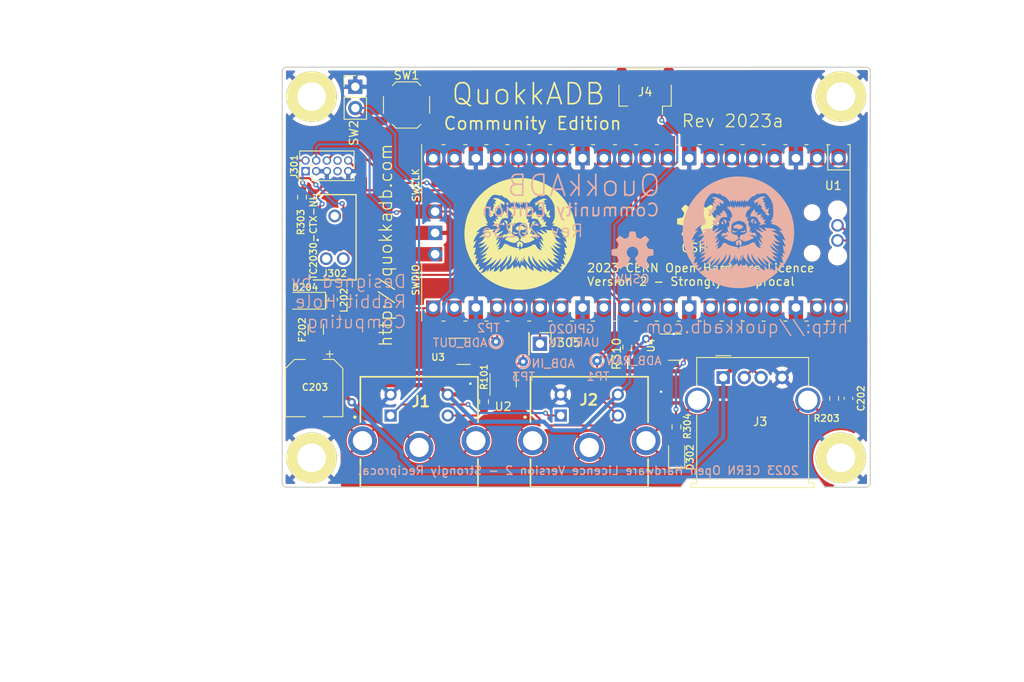
<source format=kicad_pcb>
(kicad_pcb (version 20221018) (generator pcbnew)
  (title_block (title "QuokkADB Community Edition") (date "2023-03-17") (rev "2023a"))
  (layers (0 "F.Cu" signal "Top") (31 "B.Cu" signal "Bottom") (35 "F.Paste" user) (36 "B.SilkS" user "B.Silkscreen") (37 "F.SilkS" user "F.Silkscreen") (38 "B.Mask" user) (39 "F.Mask" user) (44 "Edge.Cuts" user))
  (property "Brand" "QuokkADB")
  (property "Model" "Community Edition")
  (property "Url" "http://quokkadb.com")
  (net 0 "")
  (net 1 "GND")
  (net 2 "+3V3")
  (net 3 "/ADB")
  (net 4 "/PWR_SW")
  (net 5 "/cpu/GPIO20")
  (net 7 "USB2_D-")
  (net 8 "USB2_D+")
  (net 9 "+5V")
  (net 10 "EMIGND")
  (net 11 "ADB_OUT")
  (net 14 "ADB_IN")
  (net 21 "Net-(R304-Pad2)")
  (net 34 "Net-(F202-Pad1)")
  (net 35 "/cpu/SWCLK")
  (net 36 "/cpu/SWO")
  (net 37 "/cpu/NRST")
  (net 38 "/cpu/SWDIO")
  (net 39 "/power/5V_IN")
  (net 42 "/cpu/SWD_VCC")
  (net 43 "Net-(D302-Pad2)")
  (net 47 "/cpu/LED")
  (net 48 "+ADB")
  (footprint "Fuse:Fuse_1206_3216Metric" (layer "F.Cu") (at 94 116.2 -90)
    (fp_text reference "F202")
    (fp_text value "500mA Hold")
  )
  (footprint "Usb2Adb:Screw_Hole_M3" (layer "F.Cu") (at 93.5 131.5)
    (fp_text reference "")
    (fp_text value "Screw_Hole_M3")
  )
  (footprint "Usb2Adb:Screw_Hole_M3" (layer "F.Cu") (at 156.5 131.5)
    (fp_text reference "")
    (fp_text value "Screw_Hole_M3")
  )
  (footprint "Usb2Adb:Screw_Hole_M3" (layer "F.Cu") (at 156.5 88.5)
    (fp_text reference "")
    (fp_text value "Screw_Hole_M3")
  )
  (footprint "Usb2Adb:Screw_Hole_M3" (layer "F.Cu") (at 93.5 88.5)
    (fp_text reference "")
    (fp_text value "Screw_Hole_M3")
  )
  (footprint "Diode_SMD:D_SOD-123" (layer "F.Cu") (at 92.9 112.8 180)
    (fp_text reference "D204")
    (fp_text value "D_Schottky")
  )
  (footprint "Resistor_SMD:R_0603_1608Metric" (layer "F.Cu") (at 155.7 124.425 90)
    (fp_text reference "R203")
    (fp_text value "100k")
  )
  (footprint "Resistor_SMD:R_0603_1608Metric" (layer "F.Cu") (at 136.925 127.825 90)
    (fp_text reference "R304")
    (fp_text value "43")
  )
  (footprint "Capacitor_SMD:C_0603_1608Metric" (layer "F.Cu") (at 157.4 124.425 90)
    (fp_text reference "C202")
    (fp_text value "100nF")
  )
  (footprint "Inductor_SMD:L_0603_1608Metric" (layer "F.Cu") (at 96.05 112.65 90)
    (fp_text reference "L202")
    (fp_text value "Ferrite_Bead_Small")
  )
  (footprint "Capacitor_SMD:CP_Elec_6.3x7.7" (layer "F.Cu") (at 93.8 123.2 -90)
    (fp_text reference "C203")
    (fp_text value "220uF")
  )
  (footprint "LED_SMD:LED_0805_2012Metric" (layer "F.Cu") (at 136.95 131.05 90)
    (fp_text reference "D302")
    (fp_text value "LED")
  )
  (footprint "Connector_PinHeader_1.27mm:PinHeader_2x05_P1.27mm_Vertical" (layer "F.Cu") (at 92.775 97.375 90)
    (fp_text reference "J301")
    (fp_text value "ARM-CORTEX-JTAG")
  )
  (footprint "Usb2Adb:TC2030" (layer "F.Cu") (at 96.25 105.25 -90)
    (fp_text reference "J302")
    (fp_text value "TC2030-CTX-NL")
  )
  (footprint "Resistor_SMD:R_0603_1608Metric" (layer "F.Cu") (at 92.35 100.475 90)
    (fp_text reference "R303")
    (fp_text value "62")
  )
  (footprint "Usb2Adb:Testpad_0.5mm" (layer "F.Cu") (at 115.45 117.675)
    (fp_text reference "TP2")
    (fp_text value "ADB_OUT")
  )
  (footprint "Usb2Adb:Testpad_0.5mm" (layer "F.Cu") (at 127.475 119.95)
    (fp_text reference "TP1")
    (fp_text value "ADB_RAW")
  )
  (footprint "Usb2Adb:57492631" (layer "F.Cu") (at 102.9495 126.455 180)
    (fp_text reference "J1")
    (fp_text value "ADB Port" hide)
  )
  (footprint "Package_TO_SOT_SMD:SOT-23-5" (layer "F.Cu") (at 136.75 118.325)
    (fp_text reference "U4")
    (fp_text value "SN74LVC1G34DBVT")
  )
  (footprint "Resistor_SMD:R_0603_1608Metric" (layer "F.Cu") (at 131.075 118.325 90)
    (fp_text reference "R310")
    (fp_text value "100k")
  )
  (footprint "Usb2Adb:OSHW_LOGO" (layer "F.Cu") (at 139.5 103.1)
    (fp_text reference "G***" hide)
    (fp_text value "OSHW_LOGO" hide)
  )
  (footprint "Resistor_SMD:R_0603_1608Metric" (layer "F.Cu") (at 114.025 124.825 90)
    (fp_text reference "R101")
    (fp_text value "4k7")
  )
  (footprint "Usb2Adb:RPi_Pico_SMD_TH" (layer "F.Cu") (at 132.1 104.725 -90)
    (fp_text reference "U1")
    (fp_text value "Pico")
  )
  (footprint "Connector_PinHeader_2.54mm:PinHeader_1x02_P2.54mm_Vertical" (layer "F.Cu") (at 98.7 87.325)
    (fp_text reference "SW2")
    (fp_text value "EXT_SW 2.54mm pitch")
  )
  (footprint "Package_TO_SOT_SMD:SOT-23-5" (layer "F.Cu") (at 116.3 122.2625 90)
    (fp_text reference "U2")
    (fp_text value "SN74LVC1G34DBVT")
  )
  (footprint "Connector_USB:USB_A_Molex_67643_Horizontal" (layer "F.Cu") (at 142.5 121.94)
    (fp_text reference "J3")
    (fp_text value "USB_A")
  )
  (footprint "Usb2Adb:Testpad_0.5mm" (layer "F.Cu") (at 118.675 120.05)
    (fp_text reference "TP3")
    (fp_text value "ADB_IN")
  )
  (footprint "Connector_PinHeader_2.54mm:PinHeader_1x01_P2.54mm_Vertical" (layer "F.Cu") (at 120.675 117.925 -90)
    (fp_text reference "J305")
    (fp_text value "Conn_01x01")
  )
  (footprint "Package_TO_SOT_SMD:SOT-23-5" (layer "F.Cu") (at 111.6 118.825)
    (fp_text reference "U3")
    (fp_text value "SN74LVC1G07DBVT")
  )
  (footprint "Usb2Adb:57492631" (layer "F.Cu") (at 123.2 126.455 180)
    (fp_text reference "J2")
    (fp_text value "ADB Port" hide)
  )
  (footprint "Connector_JST:JST_SH_SM04B-SRSS-TB_1x04-1MP_P1.00mm_Horizontal" (layer "F.Cu") (at 133.2 87.85 180)
    (fp_text reference "J4")
    (fp_text value "JST-4M")
  )
  (footprint "Usb2Adb:SW_SPST_TL3342F160QG" (layer "F.Cu") (at 104.8 89.5)
    (fp_text reference "SW1")
    (fp_text value "SW_MEC_5E")
  )
  (footprint "Usb2Adb:OSHW_LOGO" (layer "B.Cu") (at 131.7 106.8 180)
    (fp_text reference "G***" hide)
    (fp_text value "OSHW_LOGO" hide)
  )
  (gr_poly (pts (xy 144.456857 105.568914) (xy 144.470388 105.569888) (xy 144.483638 105.571596) (xy 144.496592 105.574009) (xy 144.509235 105.577101) (xy 144.521554 105.580844) (xy 144.533532 105.58521) (xy 144.545157 105.590172) (xy 144.556412 105.595702) (xy 144.567283 105.601773) (xy 144.577757 105.608356) (xy 144.587817 105.615426) (xy 144.597449 105.622953) (xy 144.606639 105.630911) (xy 144.615373 105.639272) (xy 144.623634 105.648008) (xy 144.63141 105.657092) (xy 144.638684 105.666496) (xy 144.645443 105.676193) (xy 144.651672 105.686154) (xy 144.657356 105.696354) (xy 144.662481 105.706763) (xy 144.667031 105.717355) (xy 144.670992 105.728101) (xy 144.67435 105.738975) (xy 144.67709 105.749949) (xy 144.679197 105.760995) (xy 144.686382 105.807448) (xy 144.689314 105.83168) (xy 144.691669 105.856513) (xy 144.693343 105.881892) (xy 144.694233 105.907765) (xy 144.694235 105.934079) (xy 144.693247 105.960782) (xy 144.691165 105.987818) (xy 144.687885 106.015137) (xy 144.683306 106.042685) (xy 144.677322 106.070408) (xy 144.669832 106.098254) (xy 144.660732 106.12617) (xy 144.649918 106.154103) (xy 144.637288 106.181999) (xy 144.629225 106.195102) (xy 144.621116 106.206925) (xy 144.612973 106.217492) (xy 144.604806 106.22683) (xy 144.596624 106.234964) (xy 144.588439 106.241919) (xy 144.580261 106.247721) (xy 144.572101 106.252395) (xy 144.563968 106.255967) (xy 144.555874 106.258462) (xy 144.547828 106.259906) (xy 144.539842 106.260324) (xy 144.531926 106.259741) (xy 144.52409 106.258184) (xy 144.516344 106.255677) (xy 144.5087 106.252246) (xy 144.501167 106.247917) (xy 144.493757 106.242714) (xy 144.486479 106.236664) (xy 144.479344 106.229792) (xy 144.472362 106.222123) (xy 144.465545 106.213682) (xy 144.458901 106.204496) (xy 144.452443 106.19459) (xy 144.44618 106.183989) (xy 144.440123 106.172718) (xy 144.428668 106.148271) (xy 144.418162 106.121452) (xy 144.408688 106.092464) (xy 144.389556 106.031813) (xy 144.369933 105.972657) (xy 144.350756 105.917029) (xy 144.332964 105.86696) (xy 144.305282 105.791623) (xy 144.294388 105.762899) (xy 144.293792 105.830765) (xy 144.290369 105.901533) (xy 144.287095 105.942023) (xy 144.282481 105.984356) (xy 144.276305 106.027358) (xy 144.268343 106.069858) (xy 144.258371 106.110683) (xy 144.246167 106.148662) (xy 144.239158 106.166218) (xy 144.231508 106.182623) (xy 144.223187 106.19773) (xy 144.214169 106.211393) (xy 144.204426 106.223466) (xy 144.193929 106.233801) (xy 144.18265 106.242253) (xy 144.170562 106.248675) (xy 144.158316 106.2528) (xy 144.146576 106.254214) (xy 144.135334 106.253086) (xy 144.124582 106.249586) (xy 144.114313 106.243884) (xy 144.104519 106.236147) (xy 144.095193 106.226545) (xy 144.086326 106.215248) (xy 144.077911 106.202424) (xy 144.069941 106.188244) (xy 144.055303 106.156487) (xy 144.04235 106.121331) (xy 144.031021 106.08413) (xy 144.021255 106.046237) (xy 144.012991 106.009006) (xy 144.00072 105.94194) (xy 143.991493 105.875295) (xy 144.023877 105.770519) (xy 144.027435 105.760717) (xy 144.031664 105.751302) (xy 144.036545 105.742261) (xy 144.042057 105.73358) (xy 144.04818 105.725246) (xy 144.054894 105.717243) (xy 144.070014 105.702178) (xy 144.087255 105.688274) (xy 144.106455 105.675419) (xy 144.127452 105.663501) (xy 144.150084 105.65241) (xy 144.174189 105.642033) (xy 144.199606 105.632258) (xy 144.226173 105.622975) (xy 144.253728 105.614072) (xy 144.311153 105.596956) (xy 144.370588 105.58002) (xy 144.385498 105.576013) (xy 144.400215 105.572906) (xy 144.414724 105.57067) (xy 144.42901 105.569278) (xy 144.44306 105.568702)) (fill solid) (layer "B.SilkS"))
  (gr_poly (pts (xy 141.505113 100.466143) (xy 141.570238 100.472715) (xy 141.605429 100.478577) (xy 141.642301 100.48711) (xy 141.68067 100.498125) (xy 141.720353 100.511436) (xy 141.761166 100.526855) (xy 141.802926 100.544196) (xy 141.888551 100.583889) (xy 141.975762 100.629019) (xy 142.063089 100.678087) (xy 142.149066 100.729593) (xy 142.232225 100.782039) (xy 142.311097 100.833928) (xy 142.384216 100.883759) (xy 142.507319 100.971259) (xy 142.619893 101.055645) (xy 142.459873 101.09184) (xy 142.536073 101.364255) (xy 142.395103 101.261385) (xy 142.367336 101.242421) (xy 142.337276 101.224155) (xy 142.305485 101.20666) (xy 142.272528 101.190007) (xy 142.238968 101.174269) (xy 142.205369 101.159519) (xy 142.172295 101.14583) (xy 142.140309 101.133274) (xy 142.081857 101.11185) (xy 142.034522 101.095829) (xy 141.991243 101.082315) (xy 142.038868 101.14899) (xy 142.047664 101.164606) (xy 142.056824 101.186494) (xy 142.066218 101.213652) (xy 142.075718 101.245073) (xy 142.094522 101.316689) (xy 142.11221 101.393306) (xy 142.127755 101.466886) (xy 142.14013 101.529394) (xy 142.151263 101.589044) (xy 142.145786 101.585919) (xy 142.136797 101.580104) (xy 142.121735 101.569757) (xy 142.099173 101.553605) (xy 142.067681 101.530377) (xy 142.02583 101.498799) (xy 141.972193 101.4576) (xy 141.957582 101.446501) (xy 141.943398 101.436053) (xy 141.929643 101.426236) (xy 141.916319 101.417029) (xy 141.903429 101.408415) (xy 141.890976 101.400372) (xy 141.878961 101.392882) (xy 141.867388 101.385924) (xy 141.856258 101.37948) (xy 141.845575 101.373531) (xy 141.83534 101.368055) (xy 141.825556 101.363035) (xy 141.816226 101.358449) (xy 141.807351 101.35428) (xy 141.79098 101.34711) (xy 141.776461 101.341369) (xy 141.763815 101.3369) (xy 141.753061 101.333548) (xy 141.744218 101.331156) (xy 141.737306 101.329567) (xy 141.732345 101.328626) (xy 141.728353 101.32806) (xy 141.888373 101.581425) (xy 141.879838 101.577206) (xy 141.856881 101.567316) (xy 141.841236 101.561542) (xy 141.823476 101.555908) (xy 141.804098 101.550933) (xy 141.783598 101.547135) (xy 141.762473 101.545034) (xy 141.751831 101.544782) (xy 141.741219 101.545148) (xy 141.730699 101.546198) (xy 141.720334 101.547997) (xy 141.710184 101.55061) (xy 141.700314 101.5541) (xy 141.690783 101.558534) (xy 141.681655 101.563976) (xy 141.672992 101.570491) (xy 141.664855 101.578143) (xy 141.657307 101.586999) (xy 141.65041 101.597122) (xy 141.644227 101.608577) (xy 141.638818 101.62143) (xy 141.634495 101.63527) (xy 141.631133 101.649261) (xy 141.628679 101.663365) (xy 141.627079 101.677542) (xy 141.626278 101.691754) (xy 141.626223 101.705962) (xy 141.626859 101.720128) (xy 141.628132 101.734212) (xy 141.629988 101.748176) (xy 141.632374 101.761982) (xy 141.635235 101.77559) (xy 141.638516 101.788962) (xy 141.642165 101.802059) (xy 141.646126 101.814843) (xy 141.654772 101.839314) (xy 141.66402 101.862067) (xy 141.673439 101.882791) (xy 141.682595 101.901176) (xy 141.691056 101.916913) (xy 141.704164 101.939204) (xy 141.709303 101.947185) (xy 141.532138 101.928135) (xy 141.570238 102.069105) (xy 141.372118 102.07863) (xy 141.381643 102.331994) (xy 141.109227 102.293895) (xy 141.231147 102.518685) (xy 140.836813 102.781575) (xy 140.659648 102.490109) (xy 140.884438 102.518685) (xy 140.836813 102.114825) (xy 140.733943 101.825265) (xy 141.147328 102.069105) (xy 141.109227 101.710965) (xy 141.259723 101.75859) (xy 141.175903 101.4576) (xy 141.324493 101.44998) (xy 141.185428 101.177565) (xy 141.513088 101.12994) (xy 141.334018 100.9242) (xy 141.570238 100.735605) (xy 141.166378 100.55844) (xy 141.168651 100.552881) (xy 141.172142 100.546611) (xy 141.177778 100.538616) (xy 141.185993 100.529349) (xy 141.197219 100.519261) (xy 141.211888 100.508805) (xy 141.230433 100.498432) (xy 141.253287 100.488596) (xy 141.280882 100.479747) (xy 141.313651 100.472338) (xy 141.352026 100.466821) (xy 141.39644 100.463648) (xy 141.447324 100.463272)) (fill solid) (layer "B.SilkS"))
  (gr_poly (pts (xy 146.763227 104.105743) (xy 146.78967 104.107263) (xy 146.818751 104.110312) (xy 146.850086 104.115237) (xy 146.86648 104.11851) (xy 146.883294 104.122382) (xy 146.90048 104.126896) (xy 146.917991 104.132095) (xy 146.93578 104.138023) (xy 146.953797 104.144722) (xy 146.971996 104.152235) (xy 146.990328 104.160607) (xy 147.008746 104.16988) (xy 147.027203 104.180098) (xy 147.045649 104.191304) (xy 147.064038 104.20354) (xy 147.082322 104.216851) (xy 147.100452 104.23128) (xy 147.137315 104.260481) (xy 147.175421 104.288709) (xy 147.214268 104.315837) (xy 147.253358 104.34174) (xy 147.330269 104.389369) (xy 147.402156 104.43059) (xy 147.465025 104.4644) (xy 147.514879 104.489794) (xy 147.559557 104.511315) (xy 147.560975 104.501909) (xy 147.563754 104.476429) (xy 147.564964 104.458946) (xy 147.565685 104.438984) (xy 147.565642 104.417058) (xy 147.564558 104.393681) (xy 147.562157 104.369366) (xy 147.558162 104.344627) (xy 147.555481 104.332259) (xy 147.552298 104.319978) (xy 147.548578 104.307847) (xy 147.544288 104.295931) (xy 147.539392 104.284294) (xy 147.533855 104.273) (xy 147.527645 104.262114) (xy 147.520725 104.251699) (xy 147.513061 104.24182) (xy 147.504619 104.232541) (xy 147.495365 104.223926) (xy 147.485263 104.21604) (xy 147.44557 104.188648) (xy 147.412039 104.166212) (xy 147.384402 104.14833) (xy 147.36239 104.134601) (xy 147.334172 104.117992) (xy 147.325242 104.11317) (xy 147.360991 104.112991) (xy 147.402495 104.113371) (xy 147.456926 104.114599) (xy 147.522161 104.117077) (xy 147.59608 104.121207) (xy 147.635633 104.124017) (xy 147.676562 104.12739) (xy 147.718602 104.131378) (xy 147.761487 104.13603) (xy 147.896832 104.15255) (xy 147.969847 104.161033) (xy 148.005327 104.164605) (xy 148.060334 104.164575) (xy 148.121056 104.166915) (xy 148.157377 104.169368) (xy 148.19678 104.172939) (xy 148.238593 104.177828) (xy 148.282148 104.184231) (xy 148.326774 104.192348) (xy 148.371802 104.202377) (xy 148.416562 104.214515) (xy 148.438632 104.221438) (xy 148.460384 104.228962) (xy 148.481735 104.237112) (xy 148.502599 104.245914) (xy 148.522895 104.255391) (xy 148.542537 104.26557) (xy 148.616341 104.306352) (xy 148.682912 104.343942) (xy 148.79114 104.406778) (xy 148.885437 104.46369) (xy 148.729227 104.460594) (xy 148.588079 104.456457) (xy 148.517526 104.453663) (xy 148.453002 104.450355) (xy 148.403665 104.44784) (xy 148.372278 104.44595) (xy 148.342989 104.443687) (xy 148.334907 104.443137) (xy 148.324415 104.442854) (xy 148.275837 104.442735) (xy 148.171063 104.442735) (xy 148.25271 104.481073) (xy 148.341743 104.524709) (xy 148.451336 104.580847) (xy 148.572805 104.646629) (xy 148.63528 104.682244) (xy 148.697467 104.719198) (xy 148.758282 104.757134) (xy 148.816638 104.795695) (xy 148.87145 104.834525) (xy 148.921632 104.873265) (xy 149.008946 104.943631) (xy 149.081504 105.001138) (xy 149.186189 105.081862) (xy 149.243369 105.12401) (xy 149.260723 105.136154) (xy 148.472052 104.892314) (xy 148.504259 104.967294) (xy 148.542976 105.048528) (xy 148.567539 105.096438) (xy 148.595401 105.147823) (xy 148.626433 105.20164) (xy 148.660506 105.25685) (xy 148.697492 105.312412) (xy 148.737264 105.367285) (xy 148.779692 105.420427) (xy 148.801862 105.446024) (xy 148.824648 105.470798) (xy 148.848034 105.49462) (xy 148.872004 105.517358) (xy 148.896542 105.538883) (xy 148.921632 105.559065) (xy 149.01196 105.627794) (xy 149.08061 105.680985) (xy 149.130554 105.720603) (xy 149.164758 105.748612) (xy 149.186193 105.766978) (xy 149.197828 105.777664) (xy 149.203573 105.783855) (xy 149.354067 105.886725) (xy 148.799712 105.736229) (xy 148.744468 105.717179) (xy 148.668268 105.700035) (xy 148.602683 105.664305) (xy 148.551854 105.635295) (xy 148.513929 105.612401) (xy 148.487054 105.595021) (xy 148.469377 105.582553) (xy 148.459044 105.574394) (xy 148.453002 105.568589) (xy 148.459256 105.580618) (xy 148.478392 105.614101) (xy 148.492965 105.637666) (xy 148.510967 105.66513) (xy 148.532469 105.696004) (xy 148.557539 105.7298) (xy 148.586249 105.766029) (xy 148.618667 105.804203) (xy 148.654863 105.843833) (xy 148.6744 105.864042) (xy 148.694908 105.884432) (xy 148.716395 105.904942) (xy 148.73887 105.925511) (xy 148.762343 105.946078) (xy 148.786821 105.966582) (xy 148.812313 105.986961) (xy 148.838828 106.007155) (xy 148.866375 106.027103) (xy 148.894963 106.046744) (xy 149.076354 106.168664) (xy 149.174521 106.236292) (xy 149.214824 106.265343) (xy 149.222622 106.271534) (xy 149.211803 106.273938) (xy 149.198462 106.27613) (xy 149.179998 106.278261) (xy 149.156533 106.27979) (xy 149.128191 106.280174) (xy 149.095093 106.278873) (xy 149.0768 106.277421) (xy 149.057364 106.275344) (xy 149.0368 106.272576) (xy 149.015124 106.269048) (xy 148.992352 106.264693) (xy 148.968498 106.259442) (xy 148.943579 106.253229) (xy 148.917608 106.245985) (xy 148.890603 106.237644) (xy 148.862577 106.228136) (xy 148.833547 106.217395) (xy 148.803528 106.205353) (xy 148.772535 106.191943) (xy 148.740583 106.177095) (xy 148.707688 106.160744) (xy 148.673865 106.142821) (xy 148.63913 106.123259) (xy 148.603498 106.101989) (xy 148.381029 105.965038) (xy 148.266788 105.892201) (xy 148.2247 105.863299) (xy 148.218687 105.858149) (xy 148.696842 106.515374) (xy 148.725418 106.563) (xy 148.826092 106.651869) (xy 148.916096 106.728526) (xy 148.99458 106.793084) (xy 149.060697 106.845654) (xy 149.152435 106.915276) (xy 149.184523 106.938285) (xy 149.172386 106.934724) (xy 149.136719 106.9223) (xy 149.110411 106.911949) (xy 149.078639 106.898402) (xy 149.041542 106.881334) (xy 148.999261 106.860418) (xy 148.951935 106.835327) (xy 148.899703 106.805735) (xy 148.842704 106.771315) (xy 148.781079 106.731741) (xy 148.748575 106.709919) (xy 148.714967 106.686686) (xy 148.680272 106.662002) (xy 148.644507 106.635825) (xy 148.60769 106.608114) (xy 148.569839 106.57883) (xy 148.53097 106.54793) (xy 148.491102 106.515374) (xy 148.058667 106.159139) (xy 148.063545 106.175496) (xy 148.079831 106.221409) (xy 148.093026 106.253971) (xy 148.110002 106.292147) (xy 148.131069 106.335346) (xy 148.156537 106.382977) (xy 148.186715 106.434447) (xy 148.221913 106.489166) (xy 148.241492 106.517558) (xy 148.262441 106.546541) (xy 148.284801 106.57604) (xy 148.308609 106.605981) (xy 148.333905 106.636291) (xy 148.360726 106.666895) (xy 148.389113 106.697719) (xy 148.419103 106.72869) (xy 148.450735 106.759734) (xy 148.484048 106.790776) (xy 148.519081 106.821742) (xy 148.555872 106.85256) (xy 148.692452 106.963307) (xy 148.80126 107.050233) (xy 148.885244 107.116131) (xy 148.94735 107.163789) (xy 149.017716 107.215551) (xy 149.035933 107.227844) (xy 148.751849 107.147596) (xy 148.640701 107.114642) (xy 148.536852 107.08238) (xy 148.451979 107.053734) (xy 148.420307 107.041681) (xy 148.397757 107.031629) (xy 148.364353 107.015173) (xy 148.335547 107.001417) (xy 148.311296 106.990207) (xy 148.291554 106.981385) (xy 148.26542 106.970282) (xy 148.256788 106.966859) (xy 148.292 107.014157) (xy 148.334241 107.067418) (xy 148.361003 107.099744) (xy 148.391328 107.135214) (xy 148.425069 107.17334) (xy 148.462077 107.213635) (xy 148.502205 107.25561) (xy 148.545306 107.298776) (xy 148.59123 107.342645) (xy 148.63983 107.38673) (xy 148.690959 107.430541) (xy 148.744468 107.47359) (xy 148.842638 107.549752) (xy 148.920115 107.61069) (xy 149.022359 107.693141) (xy 149.069955 107.733444) (xy 149.081653 107.7441) (xy 148.397757 107.481209) (xy 148.393698 107.482541) (xy 148.389583 107.4847) (xy 148.387283 107.486297) (xy 148.384928 107.488293) (xy 148.382599 107.490731) (xy 148.380375 107.49365) (xy 148.378335 107.497093) (xy 148.376561 107.5011) (xy 148.37513 107.505713) (xy 148.374125 107.510972) (xy 148.373624 107.516919) (xy 148.373707 107.523596) (xy 148.374454 107.531042) (xy 148.375945 107.5393) (xy 148.37826 107.54841) (xy 148.381479 107.558414) (xy 148.385682 107.569353) (xy 148.390948 107.581268) (xy 148.397358 107.594199) (xy 148.40499 107.60819) (xy 148.413926 107.623279) (xy 148.424245 107.63951) (xy 148.436028 107.656922) (xy 148.449352 107.675557) (xy 148.4643 107.695456) (xy 148.48095 107.71666) (xy 148.499383 107.739211) (xy 148.519677 107.763149) (xy 148.598296 107.853198) (xy 148.665708 107.927039) (xy 148.722136 107.985967) (xy 148.767804 108.031278) (xy 148.802935 108.064266) (xy 148.827752 108.086226) (xy 148.847338 108.102239) (xy 148.833672 108.102448) (xy 148.817087 108.102039) (xy 148.794444 108.100692) (xy 148.766075 108.097961) (xy 148.732312 108.093399) (xy 148.693487 108.08656) (xy 148.649932 108.076998) (xy 148.601979 108.064266) (xy 148.576457 108.056571) (xy 148.549961 108.047917) (xy 148.52253 108.038247) (xy 148.494208 108.027505) (xy 148.465036 108.015636) (xy 148.435054 108.002584) (xy 148.404305 107.988293) (xy 148.37283 107.972707) (xy 148.340671 107.95577) (xy 148.307869 107.937427) (xy 148.274466 107.917622) (xy 148.240503 107.896298) (xy 148.206021 107.873401) (xy 148.171063 107.848874) (xy 148.039577 107.751671) (xy 147.926419 107.664893) (xy 147.831344 107.589322) (xy 147.754106 107.525739) (xy 147.652158 107.437663) (xy 147.618612 107.406915) (xy 147.620718 107.414933) (xy 147.623811 107.425035) (xy 147.628673 107.43927) (xy 147.635611 107.457691) (xy 147.644933 107.48035) (xy 147.656944 107.507302) (xy 147.671952 107.538598) (xy 147.690265 107.574292) (xy 147.712188 107.614437) (xy 147.738029 107.659086) (xy 147.768095 107.708292) (xy 147.784809 107.73462) (xy 147.802693 107.762107) (xy 147.821787 107.79076) (xy 147.84213 107.820586) (xy 147.863759 107.85159) (xy 147.886712 107.883781) (xy 147.911029 107.917163) (xy 147.936747 107.951744) (xy 147.989328 108.019901) (xy 148.041106 108.08364) (xy 148.091722 108.142964) (xy 148.14082 108.197876) (xy 148.188044 108.24838) (xy 148.233034 108.294477) (xy 148.31489 108.373464) (xy 148.38353 108.434859) (xy 148.436096 108.478685) (xy 148.481578 108.513719) (xy 148.392668 108.479251) (xy 148.294423 108.438777) (xy 148.171777 108.385132) (xy 148.10399 108.353914) (xy 148.033326 108.320057) (xy 147.960859 108.283777) (xy 147.887664 108.245293) (xy 147.814815 108.204822) (xy 147.743386 108.162582) (xy 147.674452 108.11879) (xy 147.609087 108.073664) (xy 147.546981 108.027897) (xy 147.487911 107.982291) (xy 147.432012 107.937233) (xy 147.379416 107.893106) (xy 147.284672 107.809189) (xy 147.204751 107.733622) (xy 147.140725 107.669485) (xy 147.093666 107.619858) (xy 147.054732 107.57646) (xy 147.075955 107.61834) (xy 147.102651 107.66838) (xy 147.140219 107.735765) (xy 147.163115 107.775481) (xy 147.188771 107.818956) (xy 147.2172 107.865998) (xy 147.248417 107.916413) (xy 147.282436 107.970009) (xy 147.319271 108.026594) (xy 147.358935 108.085975) (xy 147.401442 108.147959) (xy 147.637663 108.48705) (xy 147.769108 108.608969) (xy 147.768035 108.609696) (xy 147.766618 108.610442) (xy 147.764546 108.611299) (xy 147.761768 108.612158) (xy 147.758233 108.612912) (xy 147.75389 108.613453) (xy 147.748688 108.613672) (xy 147.742577 108.613462) (xy 147.735505 108.612713) (xy 147.727421 108.611319) (xy 147.718275 108.60917) (xy 147.708016 108.606159) (xy 147.696592 108.602178) (xy 147.683953 108.597118) (xy 147.670048 108.590872) (xy 147.654825 108.583331) (xy 147.638235 108.574386) (xy 147.620225 108.563931) (xy 147.600746 108.551857) (xy 147.579746 108.538055) (xy 147.557174 108.522417) (xy 147.532979 108.504837) (xy 147.507111 108.485204) (xy 147.479518 108.463411) (xy 147.450149 108.439351) (xy 147.418955 108.412914) (xy 147.385883 108.383993) (xy 147.350882 108.35248) (xy 147.313903 108.318266) (xy 147.274893 108.281244) (xy 147.233803 108.241304) (xy 146.9713 107.983921) (xy 146.833991 107.846731) (xy 146.781335 107.792052) (xy 146.772793 107.782199) (xy 146.605153 107.519309) (xy 146.605629 107.533366) (xy 146.608963 107.573542) (xy 146.612594 107.60249) (xy 146.618011 107.636846) (xy 146.625572 107.676237) (xy 146.635633 107.720287) (xy 146.648551 107.768623) (xy 146.664684 107.820872) (xy 146.684389 107.87666) (xy 146.695692 107.905763) (xy 146.708023 107.935611) (xy 146.721425 107.966157) (xy 146.735943 107.997354) (xy 146.751622 108.029154) (xy 146.768506 108.061513) (xy 146.786641 108.094381) (xy 146.806071 108.127714) (xy 146.82684 108.161464) (xy 146.848993 108.195584) (xy 146.893712 108.261658) (xy 146.936355 108.32278) (xy 147.014966 108.430554) (xy 147.083933 108.519665) (xy 147.142362 108.590872) (xy 147.189362 108.644933) (xy 147.224039 108.682609) (xy 147.252852 108.711839) (xy 147.179867 108.666387) (xy 147.095735 108.609873) (xy 147.043829 108.573257) (xy 146.986152 108.531102) (xy 146.923297 108.483433) (xy 146.855853 108.430275) (xy 146.784414 108.371653) (xy 146.70957 108.307592) (xy 146.631913 108.238118) (xy 146.552035 108.163255) (xy 146.470528 108.083029) (xy 146.387982 107.997464) (xy 146.309473 107.910866) (xy 146.238719 107.827064) (xy 146.175348 107.746443) (xy 146.11899 107.669388) (xy 146.069274 107.596284) (xy 146.025828 107.527518) (xy 145.988281 107.463472) (xy 145.956262 107.404533) (xy 145.9294 107.351086) (xy 145.907324 107.303516) (xy 145.876044 107.227547) (xy 145.854583 107.163075) (xy 145.852641 107.179282) (xy 145.851042 107.198989) (xy 145.849761 107.22594) (xy 145.849351 107.259766) (xy 145.850364 107.300101) (xy 145.853352 107.346574) (xy 145.858869 107.398818) (xy 145.867467 107.456465) (xy 145.873094 107.487199) (xy 145.879698 107.519146) (xy 145.887348 107.552259) (xy 145.896114 107.586492) (xy 145.906065 107.6218) (xy 145.917269 107.658136) (xy 145.929796 107.695455) (xy 145.943715 107.733709) (xy 145.959095 107.772854) (xy 145.976004 107.812843) (xy 145.994513 107.85363) (xy 146.01469 107.895169) (xy 146.036603 107.937414) (xy 146.060323 107.980319) (xy 146.108802 108.063551) (xy 146.155528 108.14111) (xy 146.242965 108.279375) (xy 146.321114 108.39545) (xy 146.388459 108.489669) (xy 146.443481 108.562368) (xy 146.484662 108.613881) (xy 146.519428 108.65469) (xy 146.397895 108.55819) (xy 146.269586 108.449553) (xy 146.195432 108.383634) (xy 146.117235 108.311314) (xy 146.036961 108.233591) (xy 145.956578 108.151465) (xy 145.878054 108.065934) (xy 145.803356 107.977998) (xy 145.734451 107.888656) (xy 145.702786 107.843769) (xy 145.673306 107.798906) (xy 145.646259 107.75419) (xy 145.621889 107.709747) (xy 145.600444 107.665702) (xy 145.582168 107.62218) (xy 145.403097 107.163075) (xy 145.397073 107.187218) (xy 145.383125 107.254068) (xy 145.375111 107.300892) (xy 145.367434 107.355253) (xy 145.360869 107.416104) (xy 145.356187 107.4824) (xy 145.354161 107.553094) (xy 145.355566 107.627139) (xy 145.357795 107.665092) (xy 145.361172 107.703489) (xy 145.365793 107.742202) (xy 145.371754 107.781098) (xy 145.379153 107.820047) (xy 145.388085 107.858919) (xy 145.398647 107.897582) (xy 145.410937 107.935906) (xy 145.42505 107.973759) (xy 145.441083 108.011011) (xy 145.459134 108.047532) (xy 145.479297 108.08319) (xy 145.617886 108.313248) (xy 145.703611 108.453474) (xy 145.759333 108.542295) (xy 145.629287 108.421506) (xy 145.494422 108.290946) (xy 145.337613 108.131767) (xy 145.256749 108.0457) (xy 145.177322 107.957586) (xy 145.101639 107.869125) (xy 145.03201 107.782021) (xy 144.97074 107.697975) (xy 144.943962 107.65763) (xy 144.920139 107.618689) (xy 144.899561 107.581364) (xy 144.882514 107.545867) (xy 144.869289 107.512411) (xy 144.860173 107.481209) (xy 144.783973 107.163075) (xy 144.803022 107.951744) (xy 144.568708 107.387865) (xy 144.545848 107.475494) (xy 144.736348 108.199394) (xy 144.460122 107.795535) (xy 144.364872 108.151769) (xy 144.353443 108.266069) (xy 144.218188 107.765055) (xy 143.968633 108.12891) (xy 144.141987 107.475494) (xy 144.136273 107.45835) (xy 143.901957 108.020324) (xy 143.921008 107.23356) (xy 143.846713 107.551694) (xy 143.837424 107.582896) (xy 143.824036 107.616352) (xy 143.806838 107.651849) (xy 143.786117 107.689174) (xy 143.735262 107.76846) (xy 143.673774 107.852506) (xy 143.60396 107.93961) (xy 143.528124 108.028071) (xy 143.44857 108.116186) (xy 143.367605 108.202252) (xy 143.210658 108.361431) (xy 143.075723 108.491991) (xy 142.945648 108.612779) (xy 142.957792 108.593521) (xy 143.001369 108.523006) (xy 143.038293 108.462556) (xy 143.087094 108.382125) (xy 143.149111 108.279326) (xy 143.225683 108.151769) (xy 143.245846 108.116116) (xy 143.263897 108.079612) (xy 143.27993 108.042385) (xy 143.294043 108.004567) (xy 143.316895 107.927674) (xy 143.333226 107.849975) (xy 143.343808 107.772511) (xy 143.349415 107.696322) (xy 143.350819 107.622449) (xy 143.348793 107.551932) (xy 143.344111 107.485814) (xy 143.337546 107.425135) (xy 143.321855 107.324255) (xy 143.301883 107.23356) (xy 143.122813 107.692665) (xy 143.104537 107.736019) (xy 143.083091 107.779918) (xy 143.058721 107.824235) (xy 143.031674 107.868843) (xy 142.970529 107.958433) (xy 142.901624 108.047679) (xy 142.826926 108.135574) (xy 142.748402 108.221112) (xy 142.668019 108.303284) (xy 142.587746 108.381084) (xy 142.435394 108.519535) (xy 142.307086 108.628407) (xy 142.185553 108.725175) (xy 142.194497 108.715025) (xy 142.220319 108.684336) (xy 142.239084 108.661179) (xy 142.2615 108.632752) (xy 142.287375 108.599013) (xy 142.316521 108.559916) (xy 142.348748 108.515416) (xy 142.383866 108.465469) (xy 142.421685 108.410031) (xy 142.462016 108.349056) (xy 142.504668 108.2825) (xy 142.549453 108.210318) (xy 142.596179 108.132466) (xy 142.644658 108.048899) (xy 142.690291 107.964085) (xy 142.728976 107.882052) (xy 142.761266 107.803173) (xy 142.787711 107.727818) (xy 142.808866 107.656358) (xy 142.825283 107.589166) (xy 142.837514 107.526611) (xy 142.846112 107.469065) (xy 142.851628 107.4169) (xy 142.854617 107.370485) (xy 142.85522 107.296395) (xy 142.850398 107.23356) (xy 142.845528 107.250191) (xy 142.828937 107.298032) (xy 142.815319 107.332693) (xy 142.797657 107.374001) (xy 142.775581 107.421571) (xy 142.748719 107.475018) (xy 142.7167 107.533957) (xy 142.679153 107.598002) (xy 142.635706 107.666769) (xy 142.611655 107.702803) (xy 142.58599 107.739873) (xy 142.558664 107.77793) (xy 142.529632 107.816928) (xy 142.498847 107.856816) (xy 142.466261 107.897549) (xy 142.43183 107.939076) (xy 142.395507 107.981351) (xy 142.357245 108.024325) (xy 142.316998 108.067949) (xy 142.234474 108.153178) (xy 142.153026 108.233111) (xy 142.073242 108.30772) (xy 141.995708 108.376976) (xy 141.921008 108.440852) (xy 141.84973 108.49932) (xy 141.71978 108.599921) (xy 141.610548 108.678554) (xy 141.526721 108.734997) (xy 141.454033 108.780419) (xy 141.461303 108.77332) (xy 141.482548 108.751487) (xy 141.498147 108.734794) (xy 141.51692 108.714116) (xy 141.538764 108.689353) (xy 141.56357 108.660404) (xy 141.591235 108.627169) (xy 141.621651 108.589547) (xy 141.654712 108.547438) (xy 141.690313 108.500741) (xy 141.728346 108.449357) (xy 141.768708 108.393183) (xy 141.81129 108.332121) (xy 141.855988 108.266069) (xy 141.89891 108.197885) (xy 141.936474 108.13145) (xy 141.969038 108.067131) (xy 141.996958 108.005293) (xy 142.020592 107.9463) (xy 142.040296 107.89052) (xy 142.056429 107.838317) (xy 142.069348 107.790057) (xy 142.079408 107.746106) (xy 142.086969 107.706829) (xy 142.096018 107.643759) (xy 142.099828 107.589794) (xy 141.932188 107.852684) (xy 141.931971 107.853006) (xy 141.930897 107.854362) (xy 141.928333 107.857343) (xy 141.923645 107.862537) (xy 141.9162 107.870532) (xy 141.905365 107.881918) (xy 141.890506 107.897283) (xy 141.87099 107.917216) (xy 141.859287 107.92908) (xy 141.846182 107.942306) (xy 141.831597 107.956969) (xy 141.815451 107.973142) (xy 141.797665 107.990899) (xy 141.778161 108.010313) (xy 141.75686 108.031457) (xy 141.733681 108.054406) (xy 141.708546 108.079233) (xy 141.681376 108.106012) (xy 141.652091 108.134816) (xy 141.620612 108.165718) (xy 141.586861 108.198793) (xy 141.550758 108.234115) (xy 141.512223 108.271755) (xy 141.471178 108.311789) (xy 141.391099 108.38873) (xy 141.31918 108.454396) (xy 141.255007 108.50966) (xy 141.198167 108.555391) (xy 141.148249 108.59246) (xy 141.104837 108.621739) (xy 141.067521 108.644096) (xy 141.035885 108.660404) (xy 141.009519 108.671533) (xy 140.988007 108.678353) (xy 140.970939 108.681735) (xy 140.957899 108.68255) (xy 140.948477 108.681668) (xy 140.942258 108.67996) (xy 140.937778 108.677549) (xy 141.069223 108.555629) (xy 141.303538 108.218444) (xy 141.38571 108.096997) (xy 141.456563 107.9866) (xy 141.51621 107.888839) (xy 141.564761 107.805298) (xy 141.602329 107.737562) (xy 141.629025 107.687217) (xy 141.650248 107.64504) (xy 141.611315 107.688468) (xy 141.564255 107.738165) (xy 141.534296 107.768671) (xy 141.500229 107.80244) (xy 141.462189 107.839088) (xy 141.420308 107.878234) (xy 141.374722 107.919496) (xy 141.325564 107.96249) (xy 141.272969 108.006834) (xy 141.217069 108.052147) (xy 141.157999 108.098046) (xy 141.095893 108.144149) (xy 141.030528 108.189275) (xy 140.961594 108.233067) (xy 140.890165 108.275307) (xy 140.817316 108.315778) (xy 140.671655 108.390542) (xy 140.533203 108.455617) (xy 140.410558 108.509262) (xy 140.312313 108.549736) (xy 140.223403 108.584205) (xy 140.23525 108.575447) (xy 140.268885 108.549141) (xy 140.29298 108.529394) (xy 140.321451 108.505244) (xy 140.35394 108.476685) (xy 140.39009 108.443711) (xy 140.429545 108.406317) (xy 140.471946 108.364497) (xy 140.516937 108.318246) (xy 140.56416 108.267558) (xy 140.613258 108.212427) (xy 140.663875 108.152848) (xy 140.715652 108.088816) (xy 140.741864 108.055128) (xy 140.768233 108.020324) (xy 140.818268 107.952382) (xy 140.86285 107.889248) (xy 140.902287 107.830863) (xy 140.936885 107.777169) (xy 140.966951 107.728107) (xy 140.992792 107.68362) (xy 141.014715 107.643647) (xy 141.033028 107.60813) (xy 141.060047 107.550232) (xy 141.076307 107.509457) (xy 141.086368 107.4774) (xy 141.052822 107.50785) (xy 141.010521 107.544808) (xy 140.950875 107.595272) (xy 140.91447 107.625338) (xy 140.873637 107.658505) (xy 140.828344 107.69468) (xy 140.778561 107.733771) (xy 140.724258 107.775686) (xy 140.665404 107.820333) (xy 140.601967 107.86762) (xy 140.533918 107.917455) (xy 140.464478 107.965193) (xy 140.397111 108.006554) (xy 140.33215 108.041994) (xy 140.269926 108.071968) (xy 140.210772 108.096929) (xy 140.15502 108.117334) (xy 140.103001 108.133637) (xy 140.055048 108.146292) (xy 140.011493 108.155756) (xy 139.972668 108.162481) (xy 139.910536 108.169539) (xy 139.857643 108.170819) (xy 139.862506 108.167114) (xy 139.877258 108.155103) (xy 139.88842 108.145565) (xy 139.902146 108.133449) (xy 139.918468 108.118586) (xy 139.937415 108.100811) (xy 139.959019 108.079954) (xy 139.98331 108.05585) (xy 140.010319 108.028329) (xy 140.040076 107.997226) (xy 140.072613 107.962373) (xy 140.107961 107.923601) (xy 140.146149 107.880744) (xy 140.187208 107.833634) (xy 140.225621 107.787145) (xy 140.256986 107.746042) (xy 140.281932 107.709995) (xy 140.292196 107.693764) (xy 140.301091 107.678675) (xy 140.308697 107.664684) (xy 140.315093 107.651752) (xy 140.320357 107.639838) (xy 140.324569 107.628899) (xy 140.327806 107.618895) (xy 140.330149 107.609785) (xy 140.331675 107.601527) (xy 140.332464 107.594081) (xy 140.332594 107.587404) (xy 140.332145 107.581457) (xy 140.329822 107.571585) (xy 140.326127 107.564135) (xy 140.321689 107.558778) (xy 140.317139 107.555185) (xy 140.313109 107.553026) (xy 140.309128 107.551694) (xy 139.623328 107.814585) (xy 139.62594 107.812099) (xy 139.635294 107.803631) (xy 139.64321 107.796679) (xy 139.653666 107.787662) (xy 139.666947 107.77639) (xy 139.683335 107.762673) (xy 139.703117 107.746323) (xy 139.726577 107.727148) (xy 139.754 107.70496) (xy 139.78567 107.679568) (xy 139.821871 107.650782) (xy 139.862889 107.618414) (xy 139.909008 107.582273) (xy 139.960513 107.542169) (xy 140.014022 107.499434) (xy 140.06515 107.455857) (xy 140.11375 107.411933) (xy 140.159675 107.36816) (xy 140.202775 107.325034) (xy 140.242903 107.283053) (xy 140.313652 107.204508) (xy 140.370739 107.136501) (xy 140.41298 107.083005) (xy 140.448193 107.03544) (xy 140.439591 107.03916) (xy 140.428804 107.043978) (xy 140.413665 107.050918) (xy 140.39415 107.060089) (xy 140.370237 107.071605) (xy 140.341904 107.085576) (xy 140.309128 107.102114) (xy 140.286264 107.111852) (xy 140.254359 107.123672) (xy 140.169229 107.152061) (xy 139.954322 107.217367) (xy 139.670953 107.298329) (xy 139.674934 107.295721) (xy 139.688872 107.286036) (xy 139.700509 107.277668) (xy 139.715758 107.266484) (xy 139.734991 107.252136) (xy 139.758583 107.234274) (xy 139.786908 107.21255) (xy 139.820339 107.186615) (xy 139.859251 107.156121) (xy 139.904018 107.120718) (xy 139.955013 107.080058) (xy 140.01261 107.033791) (xy 140.077184 106.98157) (xy 140.149108 106.923045) (xy 140.221246 106.861261) (xy 140.286424 106.799175) (xy 140.344961 106.73738) (xy 140.397175 106.676466) (xy 140.443383 106.617026) (xy 140.483904 106.559651) (xy 140.519056 106.504933) (xy 140.549158 106.453462) (xy 140.574526 106.405832) (xy 140.595481 106.362632) (xy 140.625417 106.291894) (xy 140.646313 106.229624) (xy 140.213878 106.585859) (xy 140.135141 106.649314) (xy 140.060473 106.706309) (xy 139.990013 106.757171) (xy 139.923901 106.802225) (xy 139.862276 106.841799) (xy 139.805278 106.876219) (xy 139.753046 106.905811) (xy 139.705719 106.930902) (xy 139.626342 106.968887) (xy 139.568262 106.992785) (xy 139.520458 107.008769) (xy 139.552545 106.985463) (xy 139.591382 106.95623) (xy 139.644283 106.915187) (xy 139.7104 106.862267) (xy 139.748149 106.831333) (xy 139.788884 106.797404) (xy 139.832499 106.760473) (xy 139.878888 106.72053) (xy 139.927945 106.677569) (xy 139.979563 106.631579) (xy 140.008138 106.585859) (xy 140.486014 105.929018) (xy 140.486199 105.928799) (xy 140.486293 105.928635) (xy 140.486014 105.929018) (xy 140.485976 105.929063) (xy 140.485541 105.929502) (xy 140.484825 105.930154) (xy 140.483756 105.931058) (xy 140.482265 105.932256) (xy 140.48028 105.933784) (xy 140.477732 105.935684) (xy 140.474549 105.937995) (xy 140.470662 105.940755) (xy 140.466 105.944005) (xy 140.460493 105.947784) (xy 140.454069 105.952131) (xy 140.446659 105.957085) (xy 140.438192 105.962687) (xy 140.428597 105.968975) (xy 140.417805 105.975989) (xy 140.405744 105.983768) (xy 140.392345 105.992352) (xy 140.377537 106.00178) (xy 140.361248 106.012092) (xy 140.34341 106.023326) (xy 140.323951 106.035523) (xy 140.302801 106.048722) (xy 140.27989 106.062962) (xy 140.255146 106.078283) (xy 140.2285 106.094723) (xy 140.199881 106.112324) (xy 140.169219 106.131123) (xy 140.136443 106.15116) (xy 140.101483 106.172475) (xy 140.031115 106.212993) (xy 139.964397 106.247034) (xy 139.901452 106.275131) (xy 139.842403 106.297818) (xy 139.787372 106.315626) (xy 139.736482 106.32909) (xy 139.689856 106.338742) (xy 139.647617 106.345115) (xy 139.609887 106.348742) (xy 139.576789 106.350156) (xy 139.548447 106.349891) (xy 139.524982 106.348478) (xy 139.493178 106.344345) (xy 139.482358 106.342019) (xy 139.483783 106.340799) (xy 139.486163 106.338905) (xy 139.490186 106.335828) (xy 139.496252 106.331322) (xy 139.50476 106.325142) (xy 139.516109 106.317042) (xy 139.530697 106.306777) (xy 139.548925 106.2941) (xy 139.57119 106.278767) (xy 139.597892 106.260532) (xy 139.62943 106.239149) (xy 139.666203 106.214373) (xy 139.70861 106.185958) (xy 139.75705 106.153658) (xy 139.811923 106.117229) (xy 139.867722 106.077619) (xy 139.919436 106.036985) (xy 139.967132 105.99582) (xy 140.010876 105.95462) (xy 140.050736 105.913877) (xy 140.086779 105.874085) (xy 140.119071 105.835739) (xy 140.147679 105.799333) (xy 140.172671 105.765359) (xy 140.194113 105.734314) (xy 140.226617 105.682979) (xy 140.251978 105.63717) (xy 140.250776 105.638599) (xy 140.248926 105.640485) (xy 140.245935 105.643242) (xy 140.241571 105.646937) (xy 140.238802 105.649156) (xy 140.235603 105.651636) (xy 140.231945 105.654383) (xy 140.227798 105.657407) (xy 140.223135 105.660715) (xy 140.217926 105.664316) (xy 140.212142 105.668218) (xy 140.205754 105.672431) (xy 140.198734 105.676961) (xy 140.191051 105.681818) (xy 140.182678 105.68701) (xy 140.173586 105.692545) (xy 140.163745 105.698431) (xy 140.153126 105.704678) (xy 140.141701 105.711293) (xy 140.129441 105.718284) (xy 140.116316 105.725661) (xy 140.102298 105.733431) (xy 140.087357 105.741604) (xy 140.071466 105.750186) (xy 140.054594 105.759187) (xy 140.036713 105.768614) (xy 139.960513 105.787664) (xy 139.905268 105.806715) (xy 139.350913 105.957209) (xy 139.501408 105.854339) (xy 139.501581 105.854074) (xy 139.502349 105.853115) (xy 139.504083 105.851212) (xy 139.505427 105.84983) (xy 139.507153 105.848118) (xy 139.509305 105.846047) (xy 139.511931 105.843584) (xy 139.515076 105.8407) (xy 139.518787 105.837362) (xy 139.523111 105.83354) (xy 139.528094 105.829203) (xy 139.533782 105.824319) (xy 139.540222 105.818859) (xy 139.54746 105.81279) (xy 139.555543 105.806082) (xy 139.564516 105.798703) (xy 139.574427 105.790623) (xy 139.585321 105.78181) (xy 139.597245 105.772233) (xy 139.610246 105.761863) (xy 139.62437 105.750666) (xy 139.639663 105.738613) (xy 139.656171 105.725672) (xy 139.673942 105.711812) (xy 139.69302 105.697002) (xy 139.713454 105.681212) (xy 139.735289 105.664409) (xy 139.758572 105.646564) (xy 139.783348 105.627645) (xy 139.808605 105.607636) (xy 139.83329 105.586273) (xy 139.880879 105.540007) (xy 139.925995 105.48989) (xy 139.96852 105.436966) (xy 140.008332 105.382278) (xy 140.045311 105.32687) (xy 140.079339 105.271786) (xy 140.110293 105.218069) (xy 140.162506 105.118913) (xy 140.200989 105.037749) (xy 140.232928 104.962799) (xy 139.444258 105.20664) (xy 139.461611 105.194496) (xy 139.484743 105.177708) (xy 139.518791 105.152347) (xy 139.564716 105.117343) (xy 139.592432 105.095889) (xy 139.623477 105.071623) (xy 139.657971 105.04441) (xy 139.696034 105.014116) (xy 139.737787 104.980607) (xy 139.783348 104.943749) (xy 139.83353 104.904674) (xy 139.888342 104.865552) (xy 139.946698 104.826736) (xy 140.007513 104.788581) (xy 140.132175 104.715674) (xy 140.253645 104.649665) (xy 140.363238 104.59339) (xy 140.452271 104.549683) (xy 140.533918 104.511315) (xy 140.431048 104.511315) (xy 140.381369 104.511463) (xy 140.370538 104.511817) (xy 140.36223 104.512505) (xy 140.332732 104.515333) (xy 140.301318 104.517696) (xy 140.251978 104.52084) (xy 140.187453 104.524066) (xy 140.116901 104.526644) (xy 139.975753 104.530126) (xy 139.819543 104.53227) (xy 139.844189 104.517417) (xy 139.91384 104.47631) (xy 139.963534 104.447531) (xy 140.022068 104.41413) (xy 140.088639 104.376755) (xy 140.162443 104.336054) (xy 140.202695 104.316399) (xy 140.245143 104.299447) (xy 140.289126 104.285001) (xy 140.333982 104.272862) (xy 140.379051 104.262834) (xy 140.42367 104.254716) (xy 140.467178 104.248313) (xy 140.508915 104.243424) (xy 140.584426 104.2374) (xy 140.644914 104.23506) (xy 140.699653 104.23509) (xy 140.700754 104.235034) (xy 140.705606 104.234643) (xy 140.710164 104.234218) (xy 140.71653 104.233583) (xy 140.724995 104.232697) (xy 140.735848 104.231518) (xy 140.74938 104.230004) (xy 140.765881 104.228113) (xy 140.785642 104.225804) (xy 140.808952 104.223035) (xy 140.836102 104.219763) (xy 140.867382 104.215947) (xy 140.903082 104.211545) (xy 140.943493 104.206515) (xy 141.028418 104.197328) (xy 141.108901 104.190888) (xy 141.18282 104.186724) (xy 141.248055 104.184369) (xy 141.343989 104.183208) (xy 141.379738 104.183655) (xy 141.370838 104.188477) (xy 141.359345 104.195107) (xy 141.35173 104.199653) (xy 141.342828 104.205086) (xy 141.33261 104.211457) (xy 141.321044 104.218815) (xy 141.308099 104.227212) (xy 141.293745 104.236697) (xy 141.277951 104.247321) (xy 141.260686 104.259133) (xy 141.24192 104.272184) (xy 141.221623 104.286525) (xy 141.211515 104.294411) (xy 141.202245 104.303026) (xy 141.193777 104.312305) (xy 141.186079 104.322184) (xy 141.179116 104.332599) (xy 141.172854 104.343485) (xy 141.16726 104.354779) (xy 141.1623 104.366416) (xy 141.157939 104.378332) (xy 141.154145 104.390463) (xy 141.14812 104.415112) (xy 141.143953 104.439851) (xy 141.141375 104.464166) (xy 141.140113 104.487543) (xy 141.139897 104.509469) (xy 141.140458 104.529431) (xy 141.141523 104.546914) (xy 141.145423 104.5818) (xy 141.190399 104.560249) (xy 141.240558 104.534785) (xy 141.303776 104.500837) (xy 141.33902 104.480989) (xy 141.376013 104.459388) (xy 141.414252 104.436158) (xy 141.453229 104.411421) (xy 141.492441 104.3853) (xy 141.531383 104.357918) (xy 141.569548 104.329397) (xy 141.606433 104.29986) (xy 141.62439 104.285599) (xy 141.642512 104.272434) (xy 141.660749 104.260323) (xy 141.679053 104.249225) (xy 141.715674 104.229894) (xy 141.751987 104.214105) (xy 141.787608 104.201519) (xy 141.822152 104.191799) (xy 141.855233 104.184608) (xy 141.886468 104.179607) (xy 141.91547 104.176459) (xy 141.941854 104.174826) (xy 141.965236 104.17437) (xy 141.98523 104.174755) (xy 142.023628 104.17794) (xy 142.016503 104.181925) (xy 141.996631 104.193745) (xy 141.982619 104.202531) (xy 141.966266 104.213201) (xy 141.947853 104.225729) (xy 141.927664 104.24009) (xy 141.905978 104.25626) (xy 141.883078 104.274213) (xy 141.859247 104.293924) (xy 141.834765 104.315368) (xy 141.809915 104.338519) (xy 141.784978 104.363354) (xy 141.772565 104.376394) (xy 141.760237 104.389845) (xy 141.748027 104.403705) (xy 141.735973 104.41797) (xy 141.710953 104.446715) (xy 141.683421 104.47496) (xy 141.653948 104.502519) (xy 141.623101 104.529204) (xy 141.591451 104.554829) (xy 141.559567 104.579207) (xy 141.528017 104.60215) (xy 141.497371 104.623472) (xy 141.44107 104.660504) (xy 141.395216 104.688807) (xy 141.353068 104.713245) (xy 141.745498 104.633235) (xy 141.74648 104.632915) (xy 141.748009 104.632356) (xy 141.750498 104.631389) (xy 141.754148 104.629909) (xy 141.75916 104.62781) (xy 141.765735 104.624985) (xy 141.774073 104.621328) (xy 141.784375 104.616734) (xy 141.796843 104.611096) (xy 141.811678 104.604309) (xy 141.82908 104.596266) (xy 141.849249 104.586861) (xy 141.872388 104.575988) (xy 141.898698 104.563541) (xy 141.928378 104.549414) (xy 142.402723 104.324625) (xy 142.402642 104.324923) (xy 142.402254 104.325938) (xy 142.401341 104.327852) (xy 142.399687 104.330846) (xy 142.398513 104.332804) (xy 142.397072 104.335101) (xy 142.395336 104.337758) (xy 142.393279 104.340799) (xy 142.390874 104.344245) (xy 142.388092 104.348121) (xy 142.384907 104.352447) (xy 142.381291 104.357248) (xy 142.377218 104.362545) (xy 142.37266 104.368362) (xy 142.36759 104.374721) (xy 142.361981 104.381645) (xy 142.355805 104.389156) (xy 142.349036 104.397277) (xy 142.341645 104.406031) (xy 142.333607 104.41544) (xy 142.324893 104.425527) (xy 142.315477 104.436315) (xy 142.305331 104.447827) (xy 142.294428 104.460084) (xy 142.282741 104.473111) (xy 142.270243 104.486929) (xy 142.256906 104.501561) (xy 142.242703 104.51703) (xy 142.213445 104.548079) (xy 142.183748 104.578258) (xy 142.153935 104.607409) (xy 142.124325 104.635378) (xy 142.067 104.68714) (xy 142.014341 104.732295) (xy 141.968915 104.769591) (xy 141.933289 104.797779) (xy 141.901708 104.821829) (xy 141.896949 104.826681) (xy 141.883283 104.841356) (xy 141.873396 104.852432) (xy 141.861625 104.866031) (xy 141.848085 104.882176) (xy 141.83289 104.900887) (xy 141.816154 104.922188) (xy 141.797993 104.946101) (xy 141.77852 104.972648) (xy 141.757851 105.001852) (xy 141.736098 105.033734) (xy 141.713377 105.068318) (xy 141.689802 105.105626) (xy 141.67773 105.125308) (xy 141.665488 105.145679) (xy 141.643199 105.18621) (xy 141.624694 105.225522) (xy 141.609649 105.263421) (xy 141.597741 105.299716) (xy 141.588646 105.334214) (xy 141.58204 105.366723) (xy 141.577599 105.397049) (xy 141.575 105.425) (xy 141.573919 105.450384) (xy 141.574033 105.473008) (xy 141.576548 105.509207) (xy 141.581668 105.540015) (xy 141.583245 105.536383) (xy 141.588216 105.525965) (xy 141.592086 105.518435) (xy 141.596938 105.509475) (xy 141.602816 105.499176) (xy 141.609766 105.487627) (xy 141.617833 105.474917) (xy 141.62706 105.461136) (xy 141.637493 105.446372) (xy 141.649176 105.430715) (xy 141.662154 105.414255) (xy 141.676471 105.39708) (xy 141.684146 105.388253) (xy 141.692173 105.37928) (xy 141.700556 105.370174) (xy 141.709303 105.360945) (xy 141.726889 105.342887) (xy 141.744534 105.325873) (xy 141.762073 105.30992) (xy 141.779341 105.295044) (xy 141.796174 105.281261) (xy 141.812407 105.268589) (xy 141.842415 105.246645) (xy 141.868047 105.229344) (xy 141.887986 105.21682) (xy 141.905518 105.20664) (xy 141.895249 105.238073) (xy 141.882513 105.275354) (xy 141.864798 105.325226) (xy 141.842173 105.38635) (xy 141.814703 105.457386) (xy 141.799172 105.496202) (xy 141.782455 105.536994) (xy 141.764561 105.579594) (xy 141.745498 105.623835) (xy 141.7254 105.668397) (xy 141.70393 105.711904) (xy 141.681455 105.754105) (xy 141.658344 105.794749) (xy 141.634965 105.833585) (xy 141.611686 105.870361) (xy 141.566904 105.936731) (xy 141.526944 105.991849) (xy 141.494752 106.033707) (xy 141.465463 106.069605) (xy 141.482608 106.061895) (xy 141.503637 106.051622) (xy 141.517149 106.044696) (xy 141.532614 106.036505) (xy 141.549999 106.026997) (xy 141.56927 106.016119) (xy 141.590395 106.003818) (xy 141.613338 105.990041) (xy 141.638068 105.974734) (xy 141.66455 105.957846) (xy 141.692751 105.939322) (xy 141.722638 105.91911) (xy 141.753594 105.895945) (xy 141.784818 105.869077) (xy 141.815998 105.839224) (xy 141.84682 105.807102) (xy 141.876973 105.773428) (xy 141.906143 105.73892) (xy 141.934018 105.704294) (xy 141.960287 105.670269) (xy 142.006751 105.606887) (xy 142.043035 105.55451) (xy 142.075063 105.505725) (xy 142.033391 105.630026) (xy 141.993892 105.750041) (xy 141.953143 105.8772) (xy 141.947568 105.892947) (xy 141.940559 105.909418) (xy 141.922659 105.944209) (xy 141.900289 105.980932) (xy 141.874294 106.018943) (xy 141.845519 106.057602) (xy 141.814811 106.096267) (xy 141.783014 106.134295) (xy 141.750975 106.171045) (xy 141.689549 106.238145) (xy 141.6373 106.29243) (xy 141.587383 106.342019) (xy 141.962668 106.181999) (xy 141.735973 106.614435) (xy 141.753639 106.61141) (xy 141.801576 106.600951) (xy 141.834525 106.592285) (xy 141.872195 106.580982) (xy 141.913638 106.566782) (xy 141.957905 106.549427) (xy 142.004047 106.528655) (xy 142.051116 106.504209) (xy 142.074702 106.490526) (xy 142.098163 106.475828) (xy 142.121381 106.460081) (xy 142.144238 106.443252) (xy 142.166615 106.425311) (xy 142.188393 106.406223) (xy 142.209455 106.385958) (xy 142.22968 106.364481) (xy 142.248951 106.341762) (xy 142.267149 106.317766) (xy 142.284156 106.292463) (xy 142.299852 106.265819) (xy 142.356243 106.161052) (xy 142.382681 106.11251) (xy 142.408795 106.067401) (xy 142.435221 106.026378) (xy 142.462596 105.990093) (xy 142.476838 105.973931) (xy 142.491556 105.959199) (xy 142.506829 105.945978) (xy 142.522738 105.934349) (xy 142.53936 105.924395) (xy 142.556776 105.916197) (xy 142.575066 105.909836) (xy 142.594309 105.905395) (xy 142.614584 105.902954) (xy 142.635972 105.902596) (xy 142.658551 105.904402) (xy 142.6824 105.908453) (xy 142.707601 105.914832) (xy 142.734232 105.92362) (xy 142.762372 105.934898) (xy 142.792102 105.948748) (xy 142.8235 105.965253) (xy 142.856647 105.984492) (xy 142.891621 106.006549) (xy 142.928503 106.031504) (xy 143.010118 106.082502) (xy 143.102081 106.129805) (xy 143.202237 106.17347) (xy 143.308431 106.213551) (xy 143.41851 106.250105) (xy 143.530319 106.283188) (xy 143.75051 106.339162) (xy 143.95177 106.381921) (xy 144.116865 106.411909) (xy 144.269623 106.435365) (xy 144.343918 106.71159) (xy 144.435357 106.36488) (xy 144.588115 106.341425) (xy 144.75321 106.311436) (xy 144.95447 106.268677) (xy 145.063276 106.24237) (xy 145.174661 106.212703) (xy 145.28647 106.17962) (xy 145.396549 106.143066) (xy 145.502744 106.102985) (xy 145.602899 106.059321) (xy 145.650039 106.036127) (xy 145.694862 106.012017) (xy 145.737098 105.986984) (xy 145.776478 105.961019) (xy 145.813365 105.936232) (xy 145.848354 105.914322) (xy 145.881526 105.895209) (xy 145.912957 105.878814) (xy 145.942726 105.865056) (xy 145.970912 105.853855) (xy 145.997593 105.84513) (xy 146.022848 105.838802) (xy 146.046754 105.83479) (xy 146.069392 105.833013) (xy 146.090839 105.833393) (xy 146.111173 105.835848) (xy 146.130474 105.840298) (xy 146.148819 105.846663) (xy 146.166287 105.854863) (xy 146.182957 105.864817) (xy 146.198907 105.876446) (xy 146.214215 105.889669) (xy 146.22896 105.904405) (xy 146.243221 105.920575) (xy 146.257076 105.938099) (xy 146.270603 105.956896) (xy 146.296989 105.997988) (xy 146.323007 106.043211) (xy 146.349283 106.091921) (xy 146.405127 106.19724) (xy 146.420824 106.223711) (xy 146.437831 106.248852) (xy 146.456029 106.272695) (xy 146.4753 106.295273) (xy 146.495526 106.316618) (xy 146.516587 106.336761) (xy 146.538365 106.355735) (xy 146.560742 106.373571) (xy 146.606818 106.405962) (xy 146.653864 106.434189) (xy 146.700933 106.45851) (xy 146.747075 106.47918) (xy 146.791342 106.496457) (xy 146.832785 106.510598) (xy 146.870456 106.521858) (xy 146.903404 106.530496) (xy 146.951342 106.540929) (xy 146.969008 106.54395) (xy 146.744217 106.111515) (xy 147.119503 106.271534) (xy 147.069556 106.221945) (xy 147.017235 106.16766) (xy 146.987188 106.135391) (xy 146.955672 106.100561) (xy 146.923532 106.06381) (xy 146.891609 106.025782) (xy 146.860747 105.987118) (xy 146.831788 105.948459) (xy 146.805575 105.910447) (xy 146.793761 105.891885) (xy 146.78295 105.873725) (xy 146.773247 105.856047) (xy 146.764757 105.838933) (xy 146.757585 105.822462) (xy 146.751838 105.806715) (xy 146.711088 105.679854) (xy 146.671589 105.560494) (xy 146.629918 105.437145) (xy 146.661945 105.485633) (xy 146.69823 105.537704) (xy 146.744694 105.600736) (xy 146.770962 105.634584) (xy 146.798838 105.669037) (xy 146.828008 105.703384) (xy 146.858161 105.736914) (xy 146.888983 105.768914) (xy 146.920162 105.798674) (xy 146.935788 105.812491) (xy 146.951387 105.825481) (xy 146.966918 105.837555) (xy 146.982343 105.848625) (xy 147.040512 105.887361) (xy 147.09194 105.919556) (xy 147.136313 105.945634) (xy 147.173319 105.96602) (xy 147.202645 105.981138) (xy 147.22398 105.99141) (xy 147.241423 105.99912) (xy 147.211836 105.963222) (xy 147.179339 105.921364) (xy 147.159974 105.895337) (xy 147.139029 105.866246) (xy 147.116879 105.834342) (xy 147.093897 105.799876) (xy 147.070457 105.7631) (xy 147.046934 105.724264) (xy 147.023701 105.68362) (xy 147.001132 105.641419) (xy 146.979601 105.597911) (xy 146.969342 105.575747) (xy 146.959482 105.55335) (xy 146.923071 105.467055) (xy 146.891081 105.387704) (xy 146.863644 105.316702) (xy 146.840896 105.255455) (xy 146.809999 105.167855) (xy 146.799462 105.136154) (xy 146.817024 105.146602) (xy 146.837034 105.159361) (xy 146.849279 105.167535) (xy 146.862803 105.176874) (xy 146.877443 105.187351) (xy 146.893038 105.198941) (xy 146.909425 105.21162) (xy 146.926442 105.225362) (xy 146.943929 105.240142) (xy 146.961722 105.255935) (xy 146.979661 105.272716) (xy 146.997583 105.29046) (xy 147.014377 105.308795) (xy 147.029785 105.326595) (xy 147.043848 105.34377) (xy 147.056608 105.36023) (xy 147.068106 105.375887) (xy 147.078385 105.390651) (xy 147.087487 105.404432) (xy 147.095452 105.417142) (xy 147.108143 105.43899) (xy 147.116794 105.455481) (xy 147.123313 105.46953) (xy 147.125102 105.46165) (xy 147.126841 105.452075) (xy 147.1287 105.43899) (xy 147.130347 105.422579) (xy 147.13145 105.403026) (xy 147.131676 105.380515) (xy 147.130694 105.35523) (xy 147.129647 105.341605) (xy 147.128172 105.327355) (xy 147.12623 105.312504) (xy 147.123778 105.297075) (xy 147.120774 105.281091) (xy 147.117178 105.264574) (xy 147.112948 105.247548) (xy 147.108043 105.230035) (xy 147.10242 105.21206) (xy 147.096038 105.193644) (xy 147.088857 105.174811) (xy 147.080833 105.155584) (xy 147.071927 105.135986) (xy 147.062095 105.116039) (xy 147.051298 105.095768) (xy 147.039493 105.075194) (xy 147.0152 105.035141) (xy 146.991685 104.997833) (xy 146.969058 104.96325) (xy 146.947427 104.931367) (xy 146.90759 104.875616) (xy 146.873043 104.830402) (xy 146.844657 104.795547) (xy 146.823304 104.770871) (xy 146.805177 104.751345) (xy 146.773298 104.727562) (xy 146.737367 104.699608) (xy 146.691592 104.662524) (xy 146.665828 104.640928) (xy 146.638583 104.617492) (xy 146.610182 104.592366) (xy 146.580953 104.565696) (xy 146.551221 104.537631) (xy 146.521314 104.508319) (xy 146.491557 104.477907) (xy 146.462278 104.446544) (xy 146.410553 104.389599) (xy 146.371374 104.344955) (xy 146.342999 104.31116) (xy 146.323689 104.286763) (xy 146.311701 104.270314) (xy 146.305293 104.260361) (xy 146.302257 104.25414) (xy 146.776603 104.47893) (xy 146.875901 104.526079) (xy 146.930907 104.551796) (xy 146.959482 104.564655) (xy 147.353818 104.642759) (xy 147.311372 104.618322) (xy 147.265213 104.590018) (xy 147.237911 104.5725) (xy 147.208561 104.552986) (xy 147.177738 104.531665) (xy 147.146016 104.508721) (xy 147.113971 104.484344) (xy 147.082176 104.458719) (xy 147.051208 104.432034) (xy 147.02164 104.404475) (xy 146.994049 104.37623) (xy 146.981173 104.361908) (xy 146.969008 104.347485) (xy 146.944743 104.319382) (xy 146.920002 104.292951) (xy 146.895066 104.26821) (xy 146.870215 104.24518) (xy 146.845734 104.223881) (xy 146.821902 104.204331) (xy 146.799003 104.18655) (xy 146.777317 104.170558) (xy 146.738715 104.144018) (xy 146.70835 104.124868) (xy 146.681353 104.10936) (xy 146.691469 104.108035) (xy 146.703542 104.106899) (xy 146.71978 104.105907) (xy 146.739803 104.105407)) (fill solid) (layer "B.SilkS"))
  (gr_poly (pts (xy 143.6582 104.374836) (xy 143.658695 104.38219) (xy 143.659844 104.391746) (xy 143.661908 104.403077) (xy 143.66515 104.415756) (xy 143.667294 104.422467) (xy 143.669831 104.429356) (xy 143.672794 104.436367) (xy 143.676215 104.443449) (xy 143.680127 104.450548) (xy 143.684564 104.45761) (xy 143.689556 104.464582) (xy 143.695139 104.47141) (xy 143.701343 104.478042) (xy 143.708203 104.484424) (xy 143.715751 104.490502) (xy 143.724019 104.496223) (xy 143.733041 104.501535) (xy 143.742848 104.506382) (xy 143.753475 104.510713) (xy 143.764954 104.514473) (xy 143.777317 104.51761) (xy 143.790598 104.52007) (xy 143.804829 104.521799) (xy 143.820043 104.522744) (xy 143.882882 104.523674) (xy 143.943064 104.523756) (xy 144.048405 104.522268) (xy 144.149608 104.518935) (xy 144.144577 104.524992) (xy 144.138356 104.531944) (xy 144.129724 104.540961) (xy 144.118726 104.551631) (xy 144.105406 104.563539) (xy 144.089809 104.576273) (xy 144.08117 104.58282) (xy 144.071979 104.58942) (xy 144.062241 104.596019) (xy 144.051962 104.602567) (xy 144.041147 104.609011) (xy 144.029801 104.615301) (xy 144.017931 104.621384) (xy 144.005542 104.627209) (xy 143.99264 104.632724) (xy 143.979229 104.637878) (xy 143.965317 104.642619) (xy 143.950907 104.646895) (xy 143.936007 104.650655) (xy 143.920621 104.653847) (xy 143.904755 104.65642) (xy 143.888414 104.658322) (xy 143.871605 104.6595) (xy 143.854333 104.659905) (xy 143.820229 104.659522) (xy 143.788581 104.658361) (xy 143.759299 104.656401) (xy 143.732294 104.653624) (xy 143.707477 104.65001) (xy 143.684758 104.645539) (xy 143.664048 104.640192) (xy 143.645259 104.633949) (xy 143.6283 104.626791) (xy 143.613082 104.618698) (xy 143.599517 104.60965) (xy 143.587514 104.599629) (xy 143.576984 104.588614) (xy 143.567838 104.576587) (xy 143.559988 104.563526) (xy 143.553343 104.549414) (xy 143.550794 104.542191) (xy 143.549182 104.534825) (xy 143.548452 104.52734) (xy 143.548547 104.519761) (xy 143.54941 104.512112) (xy 143.550986 104.504417) (xy 143.553218 104.496702) (xy 143.556051 104.48899) (xy 143.559428 104.481307) (xy 143.563293 104.473675) (xy 143.56759 104.46612) (xy 143.572262 104.458667) (xy 143.58251 104.444161) (xy 143.593586 104.430352) (xy 143.605041 104.417437) (xy 143.616427 104.40561) (xy 143.627294 104.395066) (xy 143.637193 104.386001) (xy 143.652287 104.373091) (xy 143.658118 104.36844)) (fill solid) (layer "B.SilkS"))
  (gr_poly (pts (xy 144.274099 103.699591) (xy 144.30315 103.70163) (xy 144.332488 103.7055) (xy 144.389137 103.715415) (xy 144.441352 103.725889) (xy 144.489342 103.736943) (xy 144.533317 103.7486) (xy 144.573485 103.760882) (xy 144.610056 103.773812) (xy 144.64324 103.787411) (xy 144.673245 103.801702) (xy 144.700281 103.816708) (xy 144.724557 103.83245) (xy 144.746282 103.848951) (xy 144.765667 103.866234) (xy 144.782919 103.88432) (xy 144.798249 103.903233) (xy 144.811865 103.922993) (xy 144.823977 103.943625) (xy 144.88208 104.051495) (xy 144.894462 104.07507) (xy 144.888185 104.074742) (xy 144.880913 104.074668) (xy 144.871394 104.074951) (xy 144.860011 104.075814) (xy 144.847146 104.077481) (xy 144.833182 104.080174) (xy 144.825907 104.081976) (xy 144.818501 104.084118) (xy 144.811011 104.086629) (xy 144.803484 104.089536) (xy 144.79597 104.092867) (xy 144.788516 104.09665) (xy 144.781168 104.100913) (xy 144.773976 104.105684) (xy 144.766988 104.11099) (xy 144.760249 104.116861) (xy 144.75381 104.123323) (xy 144.747717 104.130404) (xy 144.742018 104.138133) (xy 144.73676 104.146537) (xy 144.731993 104.155644) (xy 144.727763 104.165483) (xy 144.724119 104.17608) (xy 144.721107 104.187465) (xy 144.718147 104.198713) (xy 144.714637 104.208578) (xy 144.710595 104.217142) (xy 144.706042 104.224482) (xy 144.700997 104.23068) (xy 144.695478 104.235815) (xy 144.689505 104.239967) (xy 144.683097 104.243216) (xy 144.676273 104.245642) (xy 144.669052 104.247324) (xy 144.661455 104.248343) (xy 144.653499 104.248778) (xy 144.645203 104.24871) (xy 144.636588 104.248218) (xy 144.618476 104.246282) (xy 144.579256 104.240838) (xy 144.558455 104.238609) (xy 144.547825 104.237897) (xy 144.537067 104.23756) (xy 144.526199 104.237678) (xy 144.515242 104.238331) (xy 144.504215 104.239598) (xy 144.493136 104.24156) (xy 144.482026 104.244296) (xy 144.470902 104.247887) (xy 144.459785 104.252411) (xy 144.448693 104.25795) (xy 144.438064 104.264357) (xy 144.42796 104.271055) (xy 144.418366 104.278013) (xy 144.409272 104.285196) (xy 144.400665 104.292574) (xy 144.392532 104.300113) (xy 144.384862 104.307781) (xy 144.377642 104.315546) (xy 144.364505 104.331236) (xy 144.353022 104.346923) (xy 144.343097 104.362347) (xy 144.334631 104.37725) (xy 144.327526 104.391372) (xy 144.321686 104.404452) (xy 144.317012 104.416232) (xy 144.313408 104.426452) (xy 144.309013 104.441175) (xy 144.307722 104.446544) (xy 144.306476 104.435073) (xy 144.302037 104.404783) (xy 144.298293 104.384513) (xy 144.293357 104.361857) (xy 144.287098 104.337589) (xy 144.279385 104.31248) (xy 144.270088 104.287305) (xy 144.259074 104.262835) (xy 144.252883 104.251106) (xy 144.246213 104.239844) (xy 144.239049 104.229145) (xy 144.231374 104.219106) (xy 144.223171 104.209822) (xy 144.214424 104.201392) (xy 144.205118 104.193911) (xy 144.195234 104.187476) (xy 144.184758 104.182184) (xy 144.173673 104.178131) (xy 144.161961 104.175414) (xy 144.149608 104.17413) (xy 144.123398 104.174058) (xy 144.096376 104.175071) (xy 144.040933 104.17916) (xy 143.985357 104.184008) (xy 143.958168 104.185971) (xy 143.931723 104.187227) (xy 143.906284 104.187478) (xy 143.882108 104.186427) (xy 143.859456 104.183773) (xy 143.838587 104.17922) (xy 143.828902 104.176137) (xy 143.81976 104.172467) (xy 143.811194 104.168173) (xy 143.803236 104.163217) (xy 143.795919 104.157562) (xy 143.789274 104.151171) (xy 143.783334 104.144006) (xy 143.778133 104.13603) (xy 143.77323 104.127997) (xy 143.76818 104.120326) (xy 143.763003 104.11301) (xy 143.757717 104.106041) (xy 143.752344 104.099412) (xy 143.746903 104.093117) (xy 143.735895 104.081499) (xy 143.724855 104.071131) (xy 143.713939 104.061958) (xy 143.703309 104.053923) (xy 143.693122 104.046971) (xy 143.683538 104.041046) (xy 143.674716 104.036092) (xy 143.666814 104.032053) (xy 143.659993 104.028873) (xy 143.650226 104.02487) (xy 143.646688 104.023635) (xy 143.745748 103.934099) (xy 143.758067 103.922167) (xy 143.77296 103.908595) (xy 143.793224 103.891148) (xy 143.818522 103.87072) (xy 143.848517 103.848207) (xy 143.882871 103.824506) (xy 143.921246 103.800511) (xy 143.941836 103.788684) (xy 143.963304 103.77712) (xy 143.985609 103.76593) (xy 144.008708 103.755227) (xy 144.03256 103.745122) (xy 144.057121 103.735728) (xy 144.08235 103.727156) (xy 144.108204 103.719519) (xy 144.134641 103.712929) (xy 144.16162 103.707496) (xy 144.189097 103.703334) (xy 144.217031 103.700555) (xy 144.245379 103.69927)) (fill solid) (layer "B.SilkS"))
  (gr_poly (pts (xy 146.220342 102.1053) (xy 146.332737 102.08625) (xy 146.332737 102.339615) (xy 146.650873 102.236745) (xy 146.483233 102.640605) (xy 146.623727 102.591551) (xy 146.759696 102.545771) (xy 146.832547 102.5221) (xy 146.904238 102.499634) (xy 146.966898 102.480361) (xy 147.014757 102.465107) (xy 147.049803 102.453424) (xy 147.074021 102.444866) (xy 147.089398 102.438987) (xy 147.097922 102.435341) (xy 147.102357 102.43296) (xy 146.894713 102.705375) (xy 147.186177 102.63108) (xy 146.885188 102.93207) (xy 147.289047 102.846345) (xy 147.129028 103.17591) (xy 147.532887 103.128285) (xy 147.336673 103.494044) (xy 147.673858 103.70931) (xy 147.625994 103.701838) (xy 147.571791 103.695748) (xy 147.538762 103.693061) (xy 147.502407 103.690974) (xy 147.463195 103.689758) (xy 147.421594 103.689683) (xy 147.378073 103.69102) (xy 147.333101 103.69404) (xy 147.287146 103.699013) (xy 147.263947 103.702317) (xy 147.240679 103.70621) (xy 147.217399 103.710727) (xy 147.194166 103.715902) (xy 147.17104 103.721768) (xy 147.148078 103.728359) (xy 146.763268 103.850279) (xy 146.989962 103.50357) (xy 146.985561 103.507476) (xy 146.98013 103.51133) (xy 146.976628 103.513432) (xy 146.972609 103.515535) (xy 146.96808 103.517555) (xy 146.963046 103.519406) (xy 146.957513 103.521001) (xy 146.951487 103.522255) (xy 146.944974 103.523082) (xy 146.93798 103.523396) (xy 146.930511 103.523112) (xy 146.922573 103.522143) (xy 146.914172 103.520405) (xy 146.905313 103.51781) (xy 146.896003 103.514273) (xy 146.886248 103.509709) (xy 146.876053 103.504031) (xy 146.865425 103.497154) (xy 146.854369 103.488992) (xy 146.842891 103.47946) (xy 146.830997 103.46847) (xy 146.818694 103.455938) (xy 146.805986 103.441778) (xy 146.792881 103.425904) (xy 146.779383 103.40823) (xy 146.7655 103.38867) (xy 146.751236 103.367139) (xy 146.736598 103.34355) (xy 146.708459 103.294841) (xy 146.683563 103.247399) (xy 146.640574 103.156919) (xy 146.601782 103.073315) (xy 146.582131 103.034468) (xy 146.561337 102.997792) (xy 146.538668 102.963438) (xy 146.526402 102.947179) (xy 146.513392 102.931556) (xy 146.499549 102.91659) (xy 146.484779 102.902298) (xy 146.468993 102.888699) (xy 146.452098 102.875813) (xy 146.434002 102.863658) (xy 146.414616 102.852252) (xy 146.393847 102.841616) (xy 146.371604 102.831767) (xy 146.347795 102.822725) (xy 146.32233 102.814508) (xy 146.295116 102.807135) (xy 146.266063 102.800625) (xy 146.207624 102.78953) (xy 146.151722 102.781072) (xy 146.098526 102.774987) (xy 146.048208 102.771008) (xy 146.000937 102.768871) (xy 145.956883 102.76831) (xy 145.916217 102.769061) (xy 145.879109 102.770859) (xy 145.816248 102.776533) (xy 145.769661 102.783212) (xy 145.730758 102.7911) (xy 145.730013 102.778453) (xy 145.729805 102.74279) (xy 145.730851 102.717395) (xy 145.733169 102.687527) (xy 145.737139 102.653612) (xy 145.74314 102.616078) (xy 145.751553 102.575352) (xy 145.762756 102.53186) (xy 145.769522 102.50921) (xy 145.777129 102.48603) (xy 145.785622 102.462371) (xy 145.795051 102.438288) (xy 145.805462 102.413834) (xy 145.816903 102.389062) (xy 145.829421 102.364025) (xy 145.843063 102.338778) (xy 145.857877 102.313373) (xy 145.873911 102.287863) (xy 145.891212 102.262303) (xy 145.909827 102.236745) (xy 145.947626 102.187745) (xy 145.983795 102.142816) (xy 146.018223 102.101833) (xy 146.050797 102.06467) (xy 146.081408 102.031202) (xy 146.109942 102.001302) (xy 146.136288 101.974847) (xy 146.160335 101.951709) (xy 146.201084 101.914885) (xy 146.231296 101.889827) (xy 146.256537 101.870985)) (fill solid) (layer "B.SilkS"))
  (gr_poly (pts (xy 144.643991 98.012304) (xy 144.981303 98.037986) (xy 145.313711 98.080279) (xy 145.640797 98.138765) (xy 145.962144 98.213027) (xy 146.277334 98.302645) (xy 146.585951 98.407203) (xy 146.887577 98.526282) (xy 147.181795 98.659465) (xy 147.468187 98.806334) (xy 147.746336 98.966471) (xy 148.015824 99.139458) (xy 148.276235 99.324877) (xy 148.527151 99.52231) (xy 148.768155 99.73134) (xy 148.998829 99.951548) (xy 149.218756 100.182517) (xy 149.427519 100.423829) (xy 149.6247 100.675066) (xy 149.809882 100.93581) (xy 149.982648 101.205643) (xy 150.14258 101.484147) (xy 150.289261 101.770906) (xy 150.422274 102.065499) (xy 150.541201 102.367511) (xy 150.645626 102.676522) (xy 150.73513 102.992116) (xy 150.809296 103.313874) (xy 150.867707 103.641378) (xy 150.909947 103.97421) (xy 150.935596 104.311954) (xy 150.944239 104.65419) (xy 150.935596 104.996425) (xy 150.909947 105.334169) (xy 150.867707 105.667001) (xy 150.809296 105.994505) (xy 150.73513 106.316263) (xy 150.645626 106.631857) (xy 150.541201 106.940868) (xy 150.422274 107.24288) (xy 150.289261 107.537474) (xy 150.14258 107.824232) (xy 149.982648 108.102737) (xy 149.809882 108.37257) (xy 149.6247 108.633314) (xy 149.427519 108.884551) (xy 149.218756 109.125863) (xy 149.060951 109.291591) (xy 149.072128 109.300485) (xy 149.051325 109.3017) (xy 148.998829 109.356832) (xy 148.768155 109.57704) (xy 148.527151 109.78607) (xy 148.276235 109.983503) (xy 148.015824 110.168922) (xy 147.746336 110.341909) (xy 147.468187 110.502046) (xy 147.181795 110.648915) (xy 146.887577 110.782098) (xy 146.585951 110.901177) (xy 146.277334 111.005735) (xy 145.962144 111.095354) (xy 145.640797 111.169615) (xy 145.313711 111.228101) (xy 144.981303 111.270394) (xy 144.643991 111.296077) (xy 144.302192 111.30473) (xy 143.960394 111.296077) (xy 143.623082 111.270394) (xy 143.290674 111.228101) (xy 142.963588 111.169615) (xy 142.642241 111.095354) (xy 142.327051 111.005735) (xy 142.018434 110.901177) (xy 141.716808 110.782098) (xy 141.422591 110.648915) (xy 141.136199 110.502046) (xy 140.85805 110.341909) (xy 140.588561 110.168922) (xy 140.32815 109.983503) (xy 140.077234 109.78607) (xy 139.83623 109.57704) (xy 139.605556 109.356832) (xy 139.385629 109.125863) (xy 139.176866 108.884551) (xy 138.979685 108.633314) (xy 138.794503 108.37257) (xy 138.621737 108.102737) (xy 138.461805 107.824232) (xy 138.315124 107.537474) (xy 138.182111 107.24288) (xy 138.063184 106.940868) (xy 137.958759 106.631857) (xy 137.879802 106.353449) (xy 138.714643 106.353449) (xy 139.053733 106.260105) (xy 139.039773 106.351723) (xy 139.022691 106.450374) (xy 138.999202 106.570143) (xy 138.985132 106.634641) (xy 138.969552 106.70045) (xy 138.952493 106.766248) (xy 138.933986 106.830712) (xy 138.914061 106.892519) (xy 138.892749 106.950347) (xy 138.870081 107.002873) (xy 138.858248 107.026734) (xy 138.846088 107.048774) (xy 138.835332 107.068606) (xy 138.827593 107.086032) (xy 138.822695 107.101169) (xy 138.820463 107.114132) (xy 138.820722 107.125039) (xy 138.823296 107.134005) (xy 138.82801 107.141148) (xy 138.834688 107.146584) (xy 138.843154 107.150429) (xy 138.853234 107.152801) (xy 138.864752 107.153814) (xy 138.877532 107.153587) (xy 138.891398 107.152235) (xy 138.906177 107.149874) (xy 138.937766 107.142596) (xy 138.970896 107.132683) (xy 139.004162 107.121068) (xy 139.036161 107.108683) (xy 139.06549 107.096459) (xy 139.128028 107.067825) (xy 138.960388 107.629799) (xy 139.240423 107.498355) (xy 138.977533 108.344174) (xy 139.448068 108.174629) (xy 139.316623 108.549914) (xy 139.579513 108.530864) (xy 139.387108 108.930915) (xy 139.392321 108.933478) (xy 139.398774 108.936151) (xy 139.407735 108.939279) (xy 139.419164 108.942507) (xy 139.42579 108.944048) (xy 139.433018 108.945481) (xy 139.440841 108.946762) (xy 139.449254 108.947847) (xy 139.458253 108.948691) (xy 139.467832 108.94925) (xy 139.477986 108.94948) (xy 139.48871 108.949336) (xy 139.499997 108.948775) (xy 139.511844 108.947751) (xy 139.524245 108.946221) (xy 139.537195 108.94414) (xy 139.550688 108.941463) (xy 139.564719 108.938148) (xy 139.579284 108.934149) (xy 139.594376 108.929421) (xy 139.60999 108.923922) (xy 139.626122 108.917606) (xy 139.642766 108.910429) (xy 139.659917 108.902347) (xy 139.677569 108.893315) (xy 139.695718 108.88329) (xy 139.821865 108.812358) (xy 139.90622 108.765894) (xy 139.968133 108.732794) (xy 139.965819 108.745594) (xy 139.958191 108.780538) (xy 139.952064 108.804697) (xy 139.944224 108.83245) (xy 139.934541 108.863149) (xy 139.922889 108.896148) (xy 139.909138 108.930799) (xy 139.893161 108.966455) (xy 139.874828 109.002467) (xy 139.864738 109.020405) (xy 139.854011 109.03819) (xy 139.842632 109.05574) (xy 139.830583 109.072975) (xy 139.817849 109.089813) (xy 139.804414 109.106174) (xy 139.790262 109.121978) (xy 139.775377 109.137142) (xy 139.759743 109.151586) (xy 139.743343 109.165229) (xy 139.566178 109.3062) (xy 139.577258 109.307134) (xy 139.6091 109.308313) (xy 139.632151 109.308235) (xy 139.659605 109.307305) (xy 139.6912 109.30522) (xy 139.726674 109.301675) (xy 139.765765 109.296367) (xy 139.80821 109.288991) (xy 139.853746 109.279244) (xy 139.877592 109.273385) (xy 139.902113 109.26682) (xy 139.927275 109.259509) (xy 139.953046 109.251416) (xy 139.979394 109.242501) (xy 140.006285 109.232727) (xy 140.033687 109.222056) (xy 140.061566 109.21045) (xy 140.089891 109.19787) (xy 140.118628 109.18428) (xy 140.213878 109.13856) (xy 140.503438 108.95949) (xy 140.631073 109.266194) (xy 141.252103 108.799469) (xy 141.194953 109.136654) (xy 141.341638 109.071884) (xy 141.410382 109.037353) (xy 141.501539 108.987797) (xy 141.71216 108.867811) (xy 141.974098 108.713745) (xy 141.682633 109.146179) (xy 141.692069 109.146332) (xy 141.719185 109.145614) (xy 141.738815 109.144377) (xy 141.762196 109.142261) (xy 141.789104 109.139046) (xy 141.819317 109.134511) (xy 141.852609 109.128436) (xy 141.88876 109.120599) (xy 141.927544 109.110782) (xy 141.96874 109.098763) (xy 141.990172 109.091858) (xy 142.012123 109.084321) (xy 142.034566 109.076123) (xy 142.057471 109.067237) (xy 142.080812 109.057635) (xy 142.104561 109.04729) (xy 142.128688 109.036174) (xy 142.153168 109.024259) (xy 142.203658 108.996907) (xy 142.256068 108.964747) (xy 142.309683 108.928685) (xy 142.363789 108.88963) (xy 142.417673 108.848487) (xy 142.470618 108.806163) (xy 142.570839 108.721603) (xy 142.658737 108.643204) (xy 142.728597 108.578222) (xy 142.791343 108.51753) (xy 142.696093 109.08141) (xy 142.978033 108.911865) (xy 143.031769 108.876116) (xy 143.086811 108.833309) (xy 143.142501 108.784738) (xy 143.198179 108.731693) (xy 143.253188 108.675467) (xy 143.306869 108.617352) (xy 143.358562 108.55864) (xy 143.40761 108.500623) (xy 143.495136 108.391841) (xy 143.564178 108.301342) (xy 143.625733 108.21654) (xy 143.578108 108.386084) (xy 143.569525 108.421084) (xy 143.56097 108.461775) (xy 143.544235 108.555838) (xy 143.528481 108.6595) (xy 143.51429 108.763989) (xy 143.484763 109.014735) (xy 143.532388 108.930915) (xy 143.532429 108.930753) (xy 143.532526 108.930494) (xy 143.532715 108.930066) (xy 143.533028 108.929432) (xy 143.533493 108.928554) (xy 143.534143 108.927394) (xy 143.535007 108.925914) (xy 143.536118 108.924077) (xy 143.537504 108.921845) (xy 143.539197 108.919181) (xy 143.541228 108.916047) (xy 143.543628 108.912404) (xy 143.546426 108.908216) (xy 143.549654 108.903445) (xy 143.553343 108.898053) (xy 143.557523 108.892003) (xy 143.562224 108.885256) (xy 143.567478 108.877775) (xy 143.573316 108.869523) (xy 143.579767 108.860461) (xy 143.586863 108.850553) (xy 143.594634 108.83976) (xy 143.603111 108.828044) (xy 143.612325 108.815369) (xy 143.622306 108.801696) (xy 143.633086 108.786988) (xy 143.644694 108.771207) (xy 143.657161 108.754315) (xy 143.670519 108.736275) (xy 143.684798 108.717049) (xy 143.700028 108.696599) (xy 143.733145 108.655133) (xy 143.768515 108.615797) (xy 143.805531 108.578665) (xy 143.843587 108.543812) (xy 143.882079 108.511315) (xy 143.920401 108.481249) (xy 143.957947 108.453688) (xy 143.994112 108.428709) (xy 144.059876 108.386795) (xy 144.112847 108.35611) (xy 144.161038 108.330839) (xy 144.328678 108.828045) (xy 144.610618 108.386084) (xy 144.835408 108.789945) (xy 144.844933 108.508004) (xy 144.883033 108.548783) (xy 144.922086 108.592189) (xy 144.966853 108.644212) (xy 144.989594 108.671878) (xy 145.011621 108.699807) (xy 145.032218 108.727367) (xy 145.050673 108.753928) (xy 145.06627 108.77886) (xy 145.072774 108.790517) (xy 145.078296 108.801531) (xy 145.082746 108.811822) (xy 145.086035 108.821311) (xy 145.088074 108.82992) (xy 145.088773 108.83757) (xy 145.089736 108.843908) (xy 145.092457 108.836308) (xy 145.102168 108.78676) (xy 145.131635 108.60254) (xy 145.174498 108.311789) (xy 145.191881 108.336435) (xy 145.211467 108.365233) (xy 145.23641 108.403229) (xy 145.265283 108.449083) (xy 145.280746 108.474538) (xy 145.296656 108.501456) (xy 145.312833 108.529668) (xy 145.3291 108.559007) (xy 145.345278 108.589307) (xy 145.361187 108.620399) (xy 145.370614 108.636363) (xy 145.382686 108.652429) (xy 145.397203 108.668542) (xy 145.413966 108.684648) (xy 145.453421 108.716622) (xy 145.499449 108.747915) (xy 145.550443 108.778092) (xy 145.6048 108.806717) (xy 145.660916 108.833356) (xy 145.717184 108.857572) (xy 145.772002 108.878931) (xy 145.823764 108.896996) (xy 145.870866 108.911334) (xy 145.911703 108.921508) (xy 145.944671 108.927084) (xy 145.968165 108.927625) (xy 145.975857 108.925872) (xy 145.98058 108.922697) (xy 145.982132 108.918046) (xy 145.980313 108.911865) (xy 145.973086 108.893096) (xy 145.965091 108.865568) (xy 145.947481 108.789736) (xy 145.928844 108.695375) (xy 145.910542 108.593491) (xy 145.867918 108.330839) (xy 145.891701 108.367242) (xy 145.920458 108.410302) (xy 145.959596 108.467761) (xy 146.008467 108.537989) (xy 146.066425 108.619358) (xy 146.13282 108.710236) (xy 146.16898 108.758732) (xy 146.207007 108.808995) (xy 146.226748 108.834143) (xy 146.24733 108.858508) (xy 146.290634 108.904888) (xy 146.336148 108.948126) (xy 146.383101 108.988213) (xy 146.430724 109.025142) (xy 146.478247 109.058903) (xy 146.524899 109.089489) (xy 146.56991 109.11689) (xy 146.61251 109.141099) (xy 146.651929 109.162108) (xy 146.718143 109.194489) (xy 146.778508 109.220474) (xy 146.740407 109.033785) (xy 146.728051 108.95991) (xy 146.717994 108.882486) (xy 146.710035 108.805642) (xy 146.703974 108.733509) (xy 146.696741 108.619893) (xy 146.694687 108.574679) (xy 146.69534 108.574632) (xy 146.697318 108.574746) (xy 146.698814 108.574984) (xy 146.700652 108.575407) (xy 146.702837 108.576064) (xy 146.705373 108.577001) (xy 146.708263 108.578267) (xy 146.711512 108.579911) (xy 146.715122 108.581981) (xy 146.719099 108.584524) (xy 146.723445 108.587589) (xy 146.728165 108.591224) (xy 146.733262 108.595477) (xy 146.738741 108.600397) (xy 146.744604 108.606031) (xy 146.750857 108.612427) (xy 146.757502 108.619634) (xy 146.764544 108.627699) (xy 146.771986 108.636672) (xy 146.779832 108.6466) (xy 146.788087 108.657531) (xy 146.796754 108.669513) (xy 146.805836 108.682594) (xy 146.815338 108.696824) (xy 146.825264 108.712249) (xy 146.835616 108.728918) (xy 146.8464 108.746878) (xy 146.857619 108.766179) (xy 146.869277 108.786869) (xy 146.881377 108.808995) (xy 146.894663 108.831525) (xy 146.909778 108.853393) (xy 146.926573 108.874595) (xy 146.944901 108.895129) (xy 146.964615 108.91499) (xy 146.985566 108.934175) (xy 147.030593 108.970503) (xy 147.0788 109.004085) (xy 147.129009 109.034893) (xy 147.180038 109.0629) (xy 147.230707 109.088077) (xy 147.279835 109.110397) (xy 147.326243 109.129831) (xy 147.406175 109.159931) (xy 147.481452 109.18428) (xy 147.304287 108.536579) (xy 147.416682 108.687075) (xy 147.440681 108.716924) (xy 147.469907 108.749601) (xy 147.503424 108.784449) (xy 147.540299 108.820811) (xy 147.62038 108.89546) (xy 147.70267 108.9683) (xy 147.779693 109.034086) (xy 147.843968 109.087571) (xy 147.904362 109.136654) (xy 147.913887 108.591825) (xy 147.920257 108.60769) (xy 147.929358 108.629296) (xy 147.943415 108.661595) (xy 147.963187 108.705771) (xy 147.989433 108.763007) (xy 148.022912 108.834485) (xy 148.042601 108.875935) (xy 148.064383 108.921389) (xy 148.080504 108.953131) (xy 148.098702 108.986725) (xy 148.118731 109.021882) (xy 148.140344 109.058311) (xy 148.163297 109.095723) (xy 148.187344 109.133826) (xy 148.21224 109.172332) (xy 148.237738 109.210949) (xy 148.235833 108.879479) (xy 148.24205 108.888275) (xy 148.260568 108.912698) (xy 148.274377 108.929848) (xy 148.291185 108.949801) (xy 148.310969 108.972186) (xy 148.333702 108.996637) (xy 148.359359 109.022784) (xy 148.387916 109.050259) (xy 148.419347 109.078695) (xy 148.453628 109.107722) (xy 148.471828 109.122342) (xy 148.490732 109.136972) (xy 148.510335 109.151566) (xy 148.530635 109.166078) (xy 148.551628 109.180461) (xy 148.573312 109.194669) (xy 148.595683 109.208658) (xy 148.618737 109.22238) (xy 148.666838 109.239895) (xy 148.713151 109.254723) (xy 148.757493 109.267079) (xy 148.799683 109.277178) (xy 148.839541 109.285234) (xy 148.876884 109.291462) (xy 148.911532 109.296077) (xy 148.943302 109.299294) (xy 148.997487 109.302393) (xy 149.037987 109.302479) (xy 149.051325 109.3017) (xy 149.060951 109.291591) (xy 148.894963 109.159514) (xy 148.878563 109.145876) (xy 148.862928 109.131448) (xy 148.848043 109.116309) (xy 148.833891 109.100541) (xy 148.807722 109.067435) (xy 148.784294 109.032772) (xy 148.763478 108.997194) (xy 148.745145 108.961342) (xy 148.729167 108.925859) (xy 148.715416 108.891386) (xy 148.703764 108.858564) (xy 148.694082 108.828037) (xy 148.680114 108.776431) (xy 148.670173 108.728984) (xy 148.684877 108.736396) (xy 148.704128 108.746364) (xy 148.732085 108.761131) (xy 148.769329 108.781167) (xy 148.816441 108.806941) (xy 148.874 108.83892) (xy 148.942587 108.877574) (xy 148.960736 108.8876) (xy 148.978388 108.896631) (xy 149.012183 108.911891) (xy 149.043929 108.923706) (xy 149.073586 108.932433) (xy 149.10111 108.938424) (xy 149.126461 108.942036) (xy 149.149596 108.943621) (xy 149.170473 108.943535) (xy 149.189051 108.942132) (xy 149.205287 108.939766) (xy 149.219141 108.936792) (xy 149.230569 108.933564) (xy 149.245984 108.927763) (xy 149.251197 108.925199) (xy 149.058792 108.525149) (xy 149.321682 108.544199) (xy 149.190237 108.168914) (xy 149.660772 108.338459) (xy 149.397883 107.492639) (xy 149.677918 107.624084) (xy 149.510278 107.06211) (xy 149.572815 107.090744) (xy 149.602144 107.102967) (xy 149.634144 107.115353) (xy 149.66741 107.126968) (xy 149.700539 107.136881) (xy 149.732129 107.144159) (xy 149.746907 107.146519) (xy 149.760774 107.147871) (xy 149.773554 107.148099) (xy 149.785071 107.147085) (xy 149.795151 107.144714) (xy 149.803618 107.140869) (xy 149.810295 107.135433) (xy 149.815009 107.12829) (xy 149.817583 107.119324) (xy 149.817842 107.108417) (xy 149.81561 107.095454) (xy 149.810712 107.080317) (xy 149.802973 107.062891) (xy 149.792217 107.043059) (xy 149.768224 106.997158) (xy 149.745556 106.944632) (xy 149.724244 106.886804) (xy 149.704319 106.824996) (xy 149.685812 106.760533) (xy 149.668753 106.694735) (xy 149.639103 106.564429) (xy 149.615614 106.444659) (xy 149.598532 106.346009) (xy 149.584572 106.25439) (xy 149.923662 106.349639) (xy 149.500752 105.429524) (xy 149.876037 105.644789) (xy 149.875297 105.639618) (xy 149.874041 105.632759) (xy 149.8719 105.622703) (xy 149.868654 105.609187) (xy 149.864083 105.591948) (xy 149.857966 105.570724) (xy 149.850082 105.545253) (xy 149.840211 105.515273) (xy 149.828134 105.480521) (xy 149.813628 105.440734) (xy 149.796474 105.395651) (xy 149.776452 105.34501) (xy 149.75334 105.288547) (xy 149.726919 105.226001) (xy 149.696968 105.157109) (xy 149.662495 105.085158) (xy 149.622643 105.013966) (xy 149.57846 104.944069) (xy 149.530995 104.876003) (xy 149.481297 104.810303) (xy 149.430417 104.747505) (xy 149.379402 104.688145) (xy 149.329303 104.632758) (xy 149.236047 104.53605) (xy 149.159043 104.461666) (xy 149.087368 104.397015) (xy 149.519803 104.480834) (xy 149.416932 104.339865) (xy 149.096892 104.031254) (xy 149.066022 104.002858) (xy 149.033191 103.975869) (xy 148.962415 103.925977) (xy 148.886108 103.881315) (xy 148.805814 103.841618) (xy 148.723075 103.806619) (xy 148.639435 103.776055) (xy 148.556437 103.74966) (xy 148.475624 103.727169) (xy 148.398539 103.708317) (xy 148.326725 103.692838) (xy 148.205084 103.670942) (xy 148.092957 103.65597) (xy 148.449193 103.467375) (xy 148.121533 103.402605) (xy 148.224402 103.223535) (xy 148.224541 103.223462) (xy 148.224746 103.223288) (xy 148.225068 103.22295) (xy 148.225529 103.222394) (xy 148.226148 103.221563) (xy 148.226946 103.220404) (xy 148.227944 103.218861) (xy 148.229163 103.216881) (xy 148.230623 103.214407) (xy 148.232344 103.211386) (xy 148.234348 103.207763) (xy 148.236654 103.203482) (xy 148.239284 103.198489) (xy 148.242257 103.19273) (xy 148.245595 103.186149) (xy 148.249319 103.178692) (xy 148.253447 103.170304) (xy 148.258003 103.16093) (xy 148.263005 103.150516) (xy 148.268474 103.139006) (xy 148.274431 103.126347) (xy 148.280897 103.112482) (xy 148.287892 103.097358) (xy 148.295437 103.08092) (xy 148.303553 103.063112) (xy 148.312259 103.043881) (xy 148.321576 103.023171) (xy 148.331526 103.000928) (xy 148.342128 102.977096) (xy 148.353404 102.951622) (xy 148.365373 102.924449) (xy 148.387865 102.867051) (xy 148.406278 102.807534) (xy 148.420952 102.745612) (xy 148.432226 102.680997) (xy 148.440442 102.613401) (xy 148.445941 102.542538) (xy 148.449061 102.46812) (xy 148.450145 102.389859) (xy 148.447563 102.22066) (xy 148.440918 102.032642) (xy 148.432933 101.823505) (xy 148.426333 101.59095) (xy 148.423087 101.529363) (xy 148.416329 101.466876) (xy 148.40624 101.403658) (xy 148.393003 101.339881) (xy 148.357811 101.211328) (xy 148.312211 101.082583) (xy 148.257659 100.95501) (xy 148.195612 100.829973) (xy 148.127526 100.708838) (xy 148.054858 100.592968) (xy 147.979064 100.483729) (xy 147.901602 100.382484) (xy 147.823928 100.290599) (xy 147.747498 100.209438) (xy 147.673769 100.140365) (xy 147.604199 100.084746) (xy 147.540243 100.043944) (xy 147.510825 100.029526) (xy 147.483358 100.019325) (xy 147.456153 100.012344) (xy 147.427503 100.007052) (xy 147.366475 100.001153) (xy 147.301485 100.000857) (xy 147.233743 100.005394) (xy 147.164461 100.013995) (xy 147.094849 100.025888) (xy 147.026119 100.040304) (xy 146.959482 100.056472) (xy 146.837332 100.090986) (xy 146.738086 100.123267) (xy 146.647062 100.156485) (xy 146.652778 100.00599) (xy 146.628846 100.017331) (xy 146.601744 100.031406) (xy 146.58523 100.040516) (xy 146.567053 100.050996) (xy 146.547446 100.062837) (xy 146.526646 100.076032) (xy 146.504885 100.090572) (xy 146.482399 100.106449) (xy 146.459422 100.123654) (xy 146.436188 100.142179) (xy 146.412932 100.162015) (xy 146.401369 100.172423) (xy 146.389888 100.183155) (xy 146.366159 100.205315) (xy 146.340968 100.227379) (xy 146.314728 100.249165) (xy 146.287851 100.270487) (xy 146.233841 100.311006) (xy 146.182243 100.347461) (xy 146.136359 100.37838) (xy 146.099494 100.402289) (xy 146.066037 100.423185) (xy 146.075563 100.3146) (xy 146.075406 100.31445) (xy 146.075158 100.314319) (xy 146.074752 100.314202) (xy 146.074153 100.314136) (xy 146.073328 100.31416) (xy 146.072241 100.314312) (xy 146.07086 100.31463) (xy 146.069149 100.315151) (xy 146.067075 100.315914) (xy 146.064603 100.316956) (xy 146.061699 100.318317) (xy 146.05833 100.320033) (xy 146.05446 100.322143) (xy 146.050055 100.324685) (xy 146.045083 100.327697) (xy 146.039507 100.331216) (xy 146.033294 100.335282) (xy 146.026411 100.339931) (xy 146.018822 100.345203) (xy 146.010493 100.351134) (xy 146.001391 100.357763) (xy 145.991481 100.365129) (xy 145.980729 100.373268) (xy 145.969101 100.382219) (xy 145.956562 100.392021) (xy 145.943079 100.40271) (xy 145.928617 100.414326) (xy 145.913142 100.426906) (xy 145.89662 100.440487) (xy 145.879016 100.45511) (xy 145.860297 100.47081) (xy 145.820281 100.506117) (xy 145.778498 100.546366) (xy 145.735548 100.590561) (xy 145.692032 100.637706) (xy 145.605701 100.736859) (xy 145.524303 100.835856) (xy 145.452639 100.926726) (xy 145.395507 101.001501) (xy 145.344043 101.070885) (xy 145.302133 100.85562) (xy 145.104013 101.06517) (xy 145.090677 100.750845) (xy 144.850648 101.06136) (xy 144.738253 100.79466) (xy 144.545848 101.12232) (xy 144.507747 101.09946) (xy 144.511557 100.880385) (xy 144.322963 100.990875) (xy 144.128653 100.87467) (xy 144.130558 101.105175) (xy 144.092458 101.128035) (xy 143.900053 100.79847) (xy 143.787658 101.067075) (xy 143.547628 100.75656) (xy 143.534293 101.070885) (xy 143.336173 100.85943) (xy 143.294263 101.0766) (xy 143.242798 101.007186) (xy 143.185667 100.932341) (xy 143.114002 100.841332) (xy 143.032604 100.742109) (xy 142.989755 100.6919) (xy 142.946273 100.642617) (xy 142.902757 100.595254) (xy 142.859807 100.550805) (xy 142.818024 100.510262) (xy 142.778008 100.47462) (xy 142.741685 100.444319) (xy 142.709688 100.418218) (xy 142.681743 100.396006) (xy 142.657576 100.377376) (xy 142.636914 100.362015) (xy 142.619483 100.349615) (xy 142.605011 100.339867) (xy 142.593223 100.332459) (xy 142.583846 100.327083) (xy 142.576606 100.323429) (xy 142.571231 100.321187) (xy 142.567446 100.320047) (xy 142.563554 100.319835) (xy 142.562743 100.320315) (xy 142.572268 100.4289) (xy 142.538811 100.408004) (xy 142.501946 100.384095) (xy 142.456063 100.353176) (xy 142.404464 100.316721) (xy 142.377554 100.296877) (xy 142.350454 100.276202) (xy 142.323578 100.25488) (xy 142.297337 100.233094) (xy 142.272146 100.211029) (xy 142.248417 100.18887) (xy 142.225373 100.16773) (xy 142.202117 100.147894) (xy 142.178883 100.129369) (xy 142.155906 100.112164) (xy 142.13342 100.096287) (xy 142.11166 100.081747) (xy 142.071253 100.056711) (xy 142.036561 100.037121) (xy 142.009459 100.023046) (xy 141.985528 100.011705) (xy 141.991243 100.160295) (xy 141.90022 100.127374) (xy 141.800974 100.095398) (xy 141.742156 100.078208) (xy 141.678823 100.061235) (xy 141.612186 100.045244) (xy 141.543456 100.031001) (xy 141.473845 100.019268) (xy 141.404562 100.010812) (xy 141.33682 100.006396) (xy 141.303906 100.005943) (xy 141.27183 100.006786) (xy 141.240745 100.009022) (xy 141.210802 100.012746) (xy 141.182152 100.018053) (xy 141.154948 100.02504) (xy 141.12748 100.035074) (xy 141.098063 100.049345) (xy 141.066878 100.067683) (xy 141.034107 100.089914) (xy 140.999932 100.115868) (xy 140.964536 100.145373) (xy 140.890808 100.214349) (xy 140.814378 100.29547) (xy 140.736704 100.387362) (xy 140.659241 100.488653) (xy 140.583448 100.597969) (xy 140.51078 100.713937) (xy 140.442694 100.835186) (xy 140.410824 100.897361) (xy 140.380646 100.960341) (xy 140.352342 101.023955) (xy 140.326094 101.08803) (xy 140.302084 101.152396) (xy 140.280494 101.21688) (xy 140.261507 101.281311) (xy 140.245303 101.345518) (xy 140.232066 101.409328) (xy 140.221977 101.47257) (xy 140.215219 101.535073) (xy 140.211973 101.596665) (xy 140.205372 101.828669) (xy 140.197388 102.037524) (xy 140.190743 102.225438) (xy 140.18816 102.394622) (xy 140.189244 102.472881) (xy 140.192365 102.547286) (xy 140.197863 102.618114) (xy 140.206079 102.68564) (xy 140.217354 102.750142) (xy 140.232027 102.811895) (xy 140.25044 102.871176) (xy 140.272933 102.92826) (xy 140.316729 103.02761) (xy 140.350413 103.10227) (xy 140.375301 103.155766) (xy 140.39271 103.191626) (xy 140.403957 103.213377) (xy 140.410361 103.224547) (xy 140.413903 103.22925) (xy 140.516773 103.40832) (xy 140.189113 103.47309) (xy 140.545348 103.661685) (xy 140.433221 103.676657) (xy 140.31158 103.698553) (xy 140.239766 103.714032) (xy 140.162681 103.732884) (xy 140.081868 103.755375) (xy 139.99887 103.781771) (xy 139.91523 103.812335) (xy 139.832491 103.847333) (xy 139.791942 103.866578) (xy 139.752197 103.88703) (xy 139.713449 103.908724) (xy 139.67589 103.931692) (xy 139.639715 103.955968) (xy 139.605115 103.981584) (xy 139.572283 104.008573) (xy 139.541413 104.03697) (xy 139.221373 104.34558) (xy 139.118503 104.48655) (xy 139.550938 104.40273) (xy 139.479262 104.467381) (xy 139.402259 104.541765) (xy 139.357138 104.587597) (xy 139.309003 104.638474) (xy 139.258904 104.69386) (xy 139.207889 104.75322) (xy 139.157008 104.816018) (xy 139.107311 104.881718) (xy 139.059846 104.949785) (xy 139.037279 104.984538) (xy 139.015663 105.019682) (xy 138.99513 105.055149) (xy 138.97581 105.090874) (xy 138.957836 105.126788) (xy 138.941338 105.162824) (xy 138.884966 105.294262) (xy 138.841831 105.401366) (xy 138.810172 105.486235) (xy 138.788224 105.550968) (xy 138.774223 105.597663) (xy 138.766405 105.628418) (xy 138.762268 105.650505) (xy 139.137553 105.43524) (xy 138.714643 106.353449) (xy 137.879802 106.353449) (xy 137.869255 106.316263) (xy 137.795089 105.994505) (xy 137.736677 105.667001) (xy 137.694438 105.334169) (xy 137.668789 104.996425) (xy 137.660146 104.65419) (xy 137.668789 104.311954) (xy 137.694438 103.97421) (xy 137.736677 103.641378) (xy 137.795089 103.313874) (xy 137.869255 102.992116) (xy 137.958759 102.676522) (xy 138.063184 102.367511) (xy 138.182111 102.065499) (xy 138.315124 101.770906) (xy 138.461805 101.484147) (xy 138.621737 101.205643) (xy 138.794503 100.93581) (xy 138.979685 100.675066) (xy 139.176866 100.423829) (xy 139.385629 100.182517) (xy 139.605556 99.951548) (xy 139.83623 99.73134) (xy 140.077234 99.52231) (xy 140.32815 99.324877) (xy 140.588561 99.139458) (xy 140.85805 98.966471) (xy 141.136199 98.806334) (xy 141.422591 98.659465) (xy 141.716808 98.526282) (xy 142.018434 98.407203) (xy 142.327051 98.302645) (xy 142.642241 98.213027) (xy 142.963588 98.138765) (xy 143.290674 98.080279) (xy 143.623082 98.037986) (xy 143.960394 98.012304) (xy 144.302192 98.00365)) (fill solid) (layer "B.SilkS"))
  (gr_poly (pts (xy 145.104013 101.74716) (xy 145.328803 101.44617) (xy 145.479297 101.653815) (xy 145.787907 101.436645) (xy 145.629792 101.70906) (xy 145.909827 101.718585) (xy 145.894025 101.721547) (xy 145.850207 101.733349) (xy 145.819472 101.743932) (xy 145.783751 101.758367) (xy 145.743716 101.777199) (xy 145.700039 101.800976) (xy 145.653393 101.830245) (xy 145.604451 101.865553) (xy 145.553884 101.907446) (xy 145.528202 101.931033) (xy 145.502366 101.956472) (xy 145.47646 101.98383) (xy 145.450568 102.013177) (xy 145.424775 102.044581) (xy 145.399164 102.078109) (xy 145.37382 102.113831) (xy 145.348826 102.151814) (xy 145.324267 102.192128) (xy 145.300227 102.23484) (xy 145.27775 102.278038) (xy 145.257746 102.31977) (xy 145.240102 102.36004) (xy 145.224701 102.398856) (xy 145.211427 102.436223) (xy 145.200166 102.472149) (xy 145.190802 102.506639) (xy 145.183219 102.539699) (xy 145.177302 102.571337) (xy 145.172935 102.601557) (xy 145.170004 102.630367) (xy 145.168392 102.657772) (xy 145.167984 102.683779) (xy 145.168665 102.708395) (xy 145.170319 102.731625) (xy 145.17283 102.753476) (xy 145.176085 102.773954) (xy 145.179965 102.793065) (xy 145.184358 102.810816) (xy 145.189146 102.827213) (xy 145.194214 102.842262) (xy 145.199448 102.855969) (xy 145.204731 102.868341) (xy 145.209948 102.879385) (xy 145.219723 102.897509) (xy 145.227848 102.910393) (xy 145.235457 102.92064) (xy 145.393573 102.76062) (xy 145.338328 103.257825) (xy 145.553592 103.30545) (xy 145.515493 103.520715) (xy 145.512472 103.541163) (xy 145.51017 103.562094) (xy 145.508545 103.583435) (xy 145.507556 103.605111) (xy 145.507326 103.649172) (xy 145.509153 103.693683) (xy 145.512709 103.738048) (xy 145.517669 103.781674) (xy 145.523707 103.823965) (xy 145.530495 103.864329) (xy 145.537707 103.90217) (xy 145.545017 103.936894) (xy 145.558623 103.994613) (xy 145.572643 104.046495) (xy 145.577156 104.036921) (xy 145.58946 104.013842) (xy 145.597955 103.999881) (xy 145.607703 103.985717) (xy 145.618472 103.972406) (xy 145.624167 103.966402) (xy 145.630031 103.961008) (xy 145.636034 103.956356) (xy 145.642148 103.952578) (xy 145.648343 103.949807) (xy 145.654591 103.948175) (xy 145.660863 103.947814) (xy 145.667129 103.948856) (xy 145.673362 103.951434) (xy 145.679531 103.95568) (xy 145.685608 103.961725) (xy 145.691564 103.969703) (xy 145.69737 103.979744) (xy 145.702997 103.991983) (xy 145.708416 104.00655) (xy 145.713599 104.023577) (xy 145.718516 104.043198) (xy 145.723137 104.065545) (xy 145.726728 104.089612) (xy 145.728982 104.114251) (xy 145.729978 104.139373) (xy 145.729797 104.164891) (xy 145.72852 104.190718) (xy 145.726227 104.216765) (xy 145.722997 104.242945) (xy 145.718911 104.269171) (xy 145.708492 104.32141) (xy 145.695612 104.372782) (xy 145.680912 104.422585) (xy 145.665035 104.470119) (xy 145.648622 104.514684) (xy 145.632315 104.55558) (xy 145.616756 104.592106) (xy 145.602587 104.623561) (xy 145.572643 104.68467) (xy 145.890777 104.48655) (xy 145.826008 104.739915) (xy 146.191768 104.694194) (xy 146.195161 104.695504) (xy 146.201211 104.698614) (xy 146.21177 104.704672) (xy 146.228044 104.714658) (xy 146.251239 104.729556) (xy 146.28256 104.750347) (xy 146.323212 104.778015) (xy 146.334425 104.786225) (xy 146.345208 104.795101) (xy 146.355565 104.804581) (xy 146.365502 104.814604) (xy 146.375022 104.82511) (xy 146.384132 104.836038) (xy 146.392836 104.847327) (xy 146.401139 104.858918) (xy 146.409045 104.870748) (xy 146.41656 104.882757) (xy 146.430436 104.907071) (xy 146.442804 104.931374) (xy 146.453705 104.95518) (xy 146.463177 104.978004) (xy 146.471259 104.99936) (xy 146.477991 105.018762) (xy 146.483411 105.035726) (xy 146.490473 105.060394) (xy 146.492758 105.06948) (xy 146.313688 104.964704) (xy 146.492758 105.35904) (xy 146.467487 105.322905) (xy 146.439213 105.2845) (xy 146.403461 105.238549) (xy 146.383471 105.214153) (xy 146.36244 105.189562) (xy 146.340644 105.16534) (xy 146.31836 105.142049) (xy 146.295865 105.120254) (xy 146.273433 105.100518) (xy 146.251342 105.083406) (xy 146.24051 105.07601) (xy 146.229867 105.06948) (xy 146.197211 105.050226) (xy 146.179355 105.040459) (xy 146.174017 105.038191) (xy 146.170027 105.037166) (xy 146.166601 105.037005) (xy 146.162954 105.037333) (xy 146.151863 105.037947) (xy 146.14285 105.03748) (xy 146.13048 105.035994) (xy 146.113969 105.033113) (xy 146.092532 105.028459) (xy 146.065387 105.021657) (xy 146.031747 105.01233) (xy 146.013139 105.00747) (xy 145.994149 105.003226) (xy 145.97484 104.999569) (xy 145.955276 104.996469) (xy 145.915638 104.991815) (xy 145.875746 104.989024) (xy 145.836111 104.98785) (xy 145.797243 104.988052) (xy 145.759653 104.989388) (xy 145.723852 104.991613) (xy 145.69035 104.994486) (xy 145.659659 104.997763) (xy 145.608748 105.004561) (xy 145.563118 105.01233) (xy 145.571988 105.0123) (xy 145.587027 105.014239) (xy 145.612648 105.019236) (xy 145.651485 105.028608) (xy 145.706172 105.043673) (xy 145.779343 105.065748) (xy 145.873633 105.09615) (xy 145.899141 105.10522) (xy 145.923164 105.114556) (xy 145.945717 105.124132) (xy 145.966811 105.133922) (xy 145.986457 105.143902) (xy 146.004669 105.154047) (xy 146.021458 105.164332) (xy 146.036838 105.174731) (xy 146.050819 105.185219) (xy 146.063414 105.195771) (xy 146.074636 105.206363) (xy 146.084496 105.216968) (xy 146.093007 105.227562) (xy 146.100181 105.23812) (xy 146.10603 105.248617) (xy 146.110567 105.259027) (xy 146.113803 105.269325) (xy 146.115751 105.279487) (xy 146.116423 105.289487) (xy 146.115832 105.2993) (xy 146.113989 105.308901) (xy 146.110906 105.318264) (xy 146.106596 105.327366) (xy 146.101072 105.33618) (xy 146.094344 105.344681) (xy 146.086427 105.352845) (xy 146.07733 105.360646) (xy 146.067068 105.368059) (xy 146.055652 105.375059) (xy 146.043094 105.381621) (xy 146.029407 105.387719) (xy 146.014602 105.39333) (xy 145.492632 105.640979) (xy 145.470166 105.646637) (xy 145.446581 105.651505) (xy 145.422231 105.655642) (xy 145.397471 105.659107) (xy 145.372656 105.661957) (xy 145.348139 105.664253) (xy 145.324274 105.666051) (xy 145.301418 105.667412) (xy 145.260144 105.669053) (xy 145.227152 105.669644) (xy 145.197357 105.669555) (xy 145.210693 105.77814) (xy 145.183309 105.764567) (xy 145.154838 105.751217) (xy 145.121634 105.736706) (xy 145.104458 105.729769) (xy 145.087538 105.723446) (xy 145.071355 105.718038) (xy 145.056388 105.713846) (xy 145.043118 105.711173) (xy 145.037269 105.7105) (xy 145.032025 105.710319) (xy 145.027445 105.710669) (xy 145.023588 105.711586) (xy 145.020516 105.713109) (xy 145.018288 105.715275) (xy 145.016714 105.718008) (xy 145.015206 105.72084) (xy 145.012383 105.726753) (xy 145.009812 105.732918) (xy 145.007483 105.739236) (xy 145.005389 105.74561) (xy 145.00352 105.751942) (xy 145.00187 105.758135) (xy 145.000428 105.76409) (xy 144.999188 105.769711) (xy 144.99814 105.774899) (xy 144.996588 105.783587) (xy 144.995427 105.791475) (xy 144.886843 105.646694) (xy 144.844933 105.707655) (xy 144.842165 105.704887) (xy 144.825645 105.689795) (xy 144.78305 105.652201) (xy 144.702057 105.581925) (xy 144.688948 105.571049) (xy 144.675717 105.560906) (xy 144.662401 105.551471) (xy 144.649034 105.54272) (xy 144.635651 105.534625) (xy 144.622289 105.527162) (xy 144.608981 105.520305) (xy 144.595764 105.514029) (xy 144.582673 105.508309) (xy 144.569742 105.503118) (xy 144.557008 105.498431) (xy 144.544504 105.494224) (xy 144.520332 105.487144) (xy 144.497508 105.481674) (xy 144.476314 105.47761) (xy 144.457031 105.47475) (xy 144.439941 105.472888) (xy 144.425327 105.471821) (xy 144.404651 105.471259) (xy 144.397258 105.471434) (xy 144.400205 105.444407) (xy 144.405596 105.411561) (xy 144.415117 105.36666) (xy 144.429907 105.310328) (xy 144.439633 105.278072) (xy 144.451104 105.243192) (xy 144.464461 105.205767) (xy 144.479846 105.165876) (xy 144.497403 105.123596) (xy 144.517273 105.079005) (xy 144.527871 105.057408) (xy 144.538615 105.038232) (xy 144.54954 105.021318) (xy 144.560678 105.006511) (xy 144.572065 104.993651) (xy 144.583735 104.982581) (xy 144.595721 104.973144) (xy 144.608058 104.965181) (xy 144.62078 104.958536) (xy 144.633921 104.95305) (xy 144.647516 104.948566) (xy 144.661599 104.944926) (xy 144.691363 104.939547) (xy 144.723489 104.935654) (xy 144.795916 104.927275) (xy 144.836765 104.920267) (xy 144.881068 104.909698) (xy 144.904601 104.902684) (xy 144.9291 104.894307) (xy 144.954599 104.884409) (xy 144.981133 104.872833) (xy 145.008735 104.859421) (xy 145.037441 104.844014) (xy 145.067284 104.826457) (xy 145.098298 104.80659) (xy 145.128423 104.785736) (xy 145.155661 104.765331) (xy 145.180139 104.745389) (xy 145.201982 104.725925) (xy 145.221319 104.706952) (xy 145.238275 104.688483) (xy 145.252976 104.670534) (xy 145.265551 104.653118) (xy 145.276124 104.636249) (xy 145.284823 104.619941) (xy 145.291775 104.604207) (xy 145.297106 104.589062) (xy 145.300942 104.57452) (xy 145.303411 104.560595) (xy 145.304639 104.547301) (xy 145.304752 104.534651) (xy 145.303878 104.522659) (xy 145.302142 104.511341) (xy 145.299671 104.500708) (xy 145.296593 104.490776) (xy 145.293033 104.481559) (xy 145.289118 104.473069) (xy 145.284976 104.465322) (xy 145.280731 104.458332) (xy 145.272445 104.446675) (xy 145.265272 104.43821) (xy 145.258318 104.431304) (xy 145.258318 104.12079) (xy 145.257355 104.064549) (xy 145.254635 104.008316) (xy 145.250407 103.952592) (xy 145.244923 103.897875) (xy 145.238435 103.844665) (xy 145.231194 103.793461) (xy 145.22345 103.744763) (xy 145.215455 103.69907) (xy 145.199717 103.618699) (xy 145.185987 103.556344) (xy 145.172593 103.501665) (xy 145.079248 103.726455) (xy 144.957328 103.2864) (xy 144.956182 103.296639) (xy 144.954465 103.308099) (xy 144.951732 103.322595) (xy 144.947793 103.339234) (xy 144.94246 103.357123) (xy 144.935541 103.375369) (xy 144.931428 103.384347) (xy 144.926847 103.39308) (xy 144.921776 103.401455) (xy 144.916189 103.409362) (xy 144.910064 103.416688) (xy 144.903377 103.423322) (xy 144.896104 103.429152) (xy 144.888221 103.434067) (xy 144.879704 103.437955) (xy 144.870531 103.440705) (xy 144.860676 103.442204) (xy 144.850117 103.442342) (xy 144.83883 103.441006) (xy 144.82679 103.438085) (xy 144.813975 103.433468) (xy 144.80036 103.427042) (xy 144.785922 103.418697) (xy 144.770637 103.40832) (xy 144.747942 103.392798) (xy 144.72427 103.378353) (xy 144.699806 103.364947) (xy 144.674733 103.352539) (xy 144.649236 103.341091) (xy 144.623499 103.330564) (xy 144.597706 103.320919) (xy 144.572042 103.312117) (xy 144.54669 103.304119) (xy 144.521835 103.296885) (xy 144.474351 103.284554) (xy 144.431064 103.274814) (xy 144.393448 103.26735) (xy 144.395353 103.276875) (xy 144.350139 103.283245) (xy 144.300218 103.292346) (xy 144.237952 103.306402) (xy 144.203564 103.315526) (xy 144.167739 103.326174) (xy 144.131026 103.33844) (xy 144.093976 103.35242) (xy 144.057137 103.368208) (xy 144.021061 103.385899) (xy 143.986296 103.405588) (xy 143.953393 103.42737) (xy 143.93794 103.437747) (xy 143.923356 103.446093) (xy 143.909615 103.452518) (xy 143.896693 103.457136) (xy 143.884565 103.460056) (xy 143.873205 103.461392) (xy 143.862591 103.461254) (xy 143.852696 103.459755) (xy 143.843495 103.457005) (xy 143.834965 103.453117) (xy 143.82708 103.448202) (xy 143.819816 103.442372) (xy 143.813147 103.435738) (xy 143.807049 103.428412) (xy 143.801498 103.420505) (xy 143.796468 103.41213) (xy 143.791935 103.403397) (xy 143.787874 103.394419) (xy 143.781068 103.376173) (xy 143.775853 103.358284) (xy 143.77203 103.341645) (xy 143.769402 103.327149) (xy 143.76777 103.315689) (xy 143.766702 103.30545) (xy 143.642878 103.745505) (xy 143.549533 103.520715) (xy 143.536436 103.575394) (xy 143.523012 103.637749) (xy 143.507623 103.71812) (xy 143.492234 103.812511) (xy 143.47881 103.916925) (xy 143.473448 103.971642) (xy 143.469314 104.027367) (xy 143.466654 104.083599) (xy 143.465713 104.13984) (xy 143.465713 104.450355) (xy 143.458681 104.457261) (xy 143.451423 104.465725) (xy 143.443031 104.477382) (xy 143.434529 104.49212) (xy 143.426936 104.509827) (xy 143.423799 104.519758) (xy 143.421274 104.530391) (xy 143.419486 104.54171) (xy 143.418564 104.553701) (xy 143.418635 104.566351) (xy 143.419828 104.579645) (xy 143.422269 104.593571) (xy 143.426087 104.608112) (xy 143.431409 104.623257) (xy 143.438363 104.638991) (xy 143.447076 104.655299) (xy 143.457676 104.672168) (xy 143.470291 104.689584) (xy 143.485048 104.707533) (xy 143.502076 104.726001) (xy 143.521501 104.744975) (xy 143.543452 104.764439) (xy 143.568055 104.784381) (xy 143.59544 104.804785) (xy 143.625733 104.82564) (xy 143.656747 104.845507) (xy 143.68659 104.863064) (xy 143.715295 104.878471) (xy 143.742898 104.891883) (xy 143.769431 104.903459) (xy 143.794931 104.913357) (xy 143.81943 104.921734) (xy 143.842962 104.928748) (xy 143.865563 104.934556) (xy 143.887265 104.939316) (xy 143.908105 104.943187) (xy 143.928114 104.946324) (xy 143.965782 104.951033) (xy 144.000541 104.954703) (xy 144.032667 104.958597) (xy 144.047827 104.961022) (xy 144.062431 104.963975) (xy 144.076514 104.967615) (xy 144.090109 104.9721) (xy 144.10325 104.977586) (xy 144.115972 104.984231) (xy 144.128309 104.992194) (xy 144.140296 105.001631) (xy 144.151965 105.012701) (xy 144.163352 105.025561) (xy 144.17449 105.040368) (xy 144.185415 105.057281) (xy 144.196159 105.076458) (xy 144.206758 105.098055) (xy 144.226713 105.14241) (xy 144.244512 105.184025) (xy 144.260273 105.222883) (xy 144.274117 105.258968) (xy 144.286165 105.292262) (xy 144.296535 105.322748) (xy 144.305348 105.350411) (xy 144.312723 105.375232) (xy 144.318782 105.397197) (xy 144.323644 105.416287) (xy 144.327428 105.432486) (xy 144.330256 105.445777) (xy 144.333519 105.463569) (xy 144.334393 105.46953) (xy 144.322844 105.470255) (xy 144.299508 105.473191) (xy 144.266349 105.479475) (xy 144.2467 105.484229) (xy 144.225332 105.490247) (xy 144.20249 105.497671) (xy 144.178421 105.506644) (xy 144.153369 105.517308) (xy 144.127581 105.529805) (xy 144.101302 105.544278) (xy 144.074777 105.560869) (xy 144.048252 105.57972) (xy 144.021973 105.600975) (xy 143.997451 105.622143) (xy 143.975907 105.640753) (xy 143.957147 105.656968) (xy 143.94098 105.670953) (xy 143.927213 105.682874) (xy 143.915653 105.692894) (xy 143.906108 105.701179) (xy 143.898386 105.707893) (xy 143.892293 105.7132) (xy 143.887637 105.717265) (xy 143.884225 105.720253) (xy 143.881866 105.722329) (xy 143.879533 105.724401) (xy 143.879097 105.7248) (xy 143.835283 105.66384) (xy 143.728602 105.810525) (xy 143.727412 105.802637) (xy 143.72579 105.793949) (xy 143.723364 105.78314) (xy 143.721822 105.777185) (xy 143.720045 105.770992) (xy 143.718023 105.76466) (xy 143.715744 105.758286) (xy 143.713197 105.751968) (xy 143.710371 105.745803) (xy 143.707255 105.73989) (xy 143.703838 105.734325) (xy 143.70161 105.732153) (xy 143.698538 105.730614) (xy 143.694681 105.729671) (xy 143.690101 105.729287) (xy 143.684856 105.729425) (xy 143.679008 105.730047) (xy 143.665738 105.732598) (xy 143.650771 105.736646) (xy 143.634588 105.741893) (xy 143.617668 105.748044) (xy 143.600492 105.754803) (xy 143.567288 105.768964) (xy 143.538817 105.782009) (xy 143.511433 105.795285) (xy 143.526673 105.688605) (xy 143.496848 105.688694) (xy 143.463785 105.688102) (xy 143.422374 105.686461) (xy 143.375426 105.683302) (xy 143.325755 105.678157) (xy 143.300777 105.674692) (xy 143.276173 105.670555) (xy 143.252294 105.665687) (xy 143.229493 105.660029) (xy 143.206302 105.652518) (xy 143.180502 105.642352) (xy 143.152386 105.629871) (xy 143.122247 105.615411) (xy 143.057072 105.581906) (xy 142.98732 105.544539) (xy 142.915335 105.506011) (xy 142.843462 105.469023) (xy 142.8083 105.451951) (xy 142.774045 105.436278) (xy 142.74099 105.422339) (xy 142.709428 105.410475) (xy 142.694618 105.405037) (xy 142.680915 105.399101) (xy 142.668333 105.392691) (xy 142.656884 105.385832) (xy 142.646582 105.378551) (xy 142.637441 105.370873) (xy 142.629472 105.362823) (xy 142.622691 105.354426) (xy 142.617109 105.345708) (xy 142.612741 105.336695) (xy 142.609599 105.327412) (xy 142.607696 105.317885) (xy 142.607047 105.308138) (xy 142.607664 105.298198) (xy 142.60956 105.28809) (xy 142.612749 105.277839) (xy 142.617244 105.267471) (xy 142.623058 105.257011) (xy 142.630205 105.246485) (xy 142.638697 105.235918) (xy 142.648549 105.225336) (xy 142.659772 105.214763) (xy 142.672381 105.204227) (xy 142.686389 105.193751) (xy 142.701809 105.183362) (xy 142.718654 105.173085) (xy 142.736938 105.162946) (xy 142.756673 105.152969) (xy 142.777874 105.143181) (xy 142.800553 105.133606) (xy 142.824723 105.124271) (xy 142.850398 105.1152) (xy 142.876094 105.106747) (xy 142.900347 105.098876) (xy 142.923198 105.091567) (xy 142.944688 105.084798) (xy 142.964858 105.07855) (xy 142.983749 105.072802) (xy 143.001402 105.067533) (xy 143.017859 105.062723) (xy 143.033161 105.058351) (xy 143.047349 105.054397) (xy 143.060463 105.050839) (xy 143.072546 105.047658) (xy 143.083638 105.044833) (xy 143.093781 105.042342) (xy 143.103015 105.040167) (xy 143.111383 105.038286) (xy 143.118924 105.036678) (xy 143.12568 105.035322) (xy 143.131693 105.0342) (xy 143.137004 105.033289) (xy 143.141652 105.032569) (xy 143.145681 105.032019) (xy 143.149131 105.03162) (xy 143.152043 105.03135) (xy 143.154458 105.031189) (xy 143.156417 105.031116) (xy 143.159134 105.031153) (xy 143.16031 105.031274) (xy 143.160913 105.03138) (xy 143.160523 105.031296) (xy 143.16031 105.031274) (xy 143.115252 105.023343) (xy 143.064271 105.016311) (xy 142.99994 105.009949) (xy 142.964038 105.007646) (xy 142.926322 105.006265) (xy 142.887301 105.006056) (xy 142.847481 105.00727) (xy 142.807371 105.010158) (xy 142.767478 105.014972) (xy 142.728311 105.021962) (xy 142.690378 105.03138) (xy 142.657074 105.040707) (xy 142.630222 105.047509) (xy 142.60904 105.052162) (xy 142.592747 105.055043) (xy 142.580561 105.056529) (xy 142.571702 105.056997) (xy 142.565388 105.056822) (xy 142.560838 105.056383) (xy 142.55727 105.056055) (xy 142.553902 105.056215) (xy 142.549955 105.057241) (xy 142.544645 105.059508) (xy 142.537193 105.063394) (xy 142.526816 105.069275) (xy 142.494163 105.088529) (xy 142.48352 105.095059) (xy 142.472688 105.102455) (xy 142.461703 105.110648) (xy 142.450597 105.119568) (xy 142.428165 105.139303) (xy 142.40567 105.161098) (xy 142.383386 105.184389) (xy 142.36159 105.208612) (xy 142.34056 105.233203) (xy 142.32057 105.257598) (xy 142.284817 105.303549) (xy 142.256544 105.341954) (xy 142.231273 105.378089) (xy 142.410343 104.983754) (xy 142.231273 105.088529) (xy 142.240619 105.054775) (xy 142.252771 105.018409) (xy 142.260853 104.997053) (xy 142.270325 104.97423) (xy 142.281226 104.950424) (xy 142.293595 104.926121) (xy 142.30747 104.901807) (xy 142.322891 104.877968) (xy 142.339898 104.855088) (xy 142.349008 104.84416) (xy 142.358528 104.833654) (xy 142.368465 104.823631) (xy 142.378822 104.814151) (xy 142.389605 104.805275) (xy 142.400818 104.797064) (xy 142.411922 104.789276) (xy 142.422386 104.781975) (xy 142.432229 104.775144) (xy 142.44147 104.768769) (xy 142.450128 104.762833) (xy 142.458222 104.757321) (xy 142.46577 104.752217) (xy 142.472791 104.747505) (xy 142.479305 104.74317) (xy 142.485329 104.739196) (xy 142.490883 104.735568) (xy 142.495986 104.732269) (xy 142.500656 104.729284) (xy 142.504913 104.726597) (xy 142.508775 104.724193) (xy 142.51226 104.722055) (xy 142.515389 104.720169) (xy 142.518179 104.718518) (xy 142.52065 104.717087) (xy 142.52282 104.71586) (xy 142.524708 104.714822) (xy 142.526333 104.713956) (xy 142.527714 104.713247) (xy 142.52887 104.712679) (xy 142.529819 104.712237) (xy 142.53058 104.711905) (xy 142.531173 104.711667) (xy 142.531615 104.711507) (xy 142.532126 104.711361) (xy 142.532263 104.71134) (xy 142.898023 104.758965) (xy 142.831348 104.505599) (xy 143.151387 104.70372) (xy 143.121175 104.642313) (xy 143.091213 104.574027) (xy 143.058281 104.488216) (xy 143.042327 104.440504) (xy 143.027581 104.390529) (xy 143.014694 104.338997) (xy 143.004316 104.286614) (xy 142.997096 104.234085) (xy 142.993686 104.182118) (xy 142.994735 104.131417) (xy 142.997134 104.106763) (xy 143.000893 104.08269) (xy 143.005347 104.060349) (xy 143.010117 104.040744) (xy 143.015174 104.023742) (xy 143.020486 104.00921) (xy 143.026024 103.997014) (xy 143.031759 103.987023) (xy 143.037659 103.979104) (xy 143.043696 103.973122) (xy 143.049838 103.968947) (xy 143.056057 103.966443) (xy 143.062321 103.96548) (xy 143.068602 103.965923) (xy 143.074869 103.96764) (xy 143.081092 103.970498) (xy 143.08724 103.974364) (xy 143.093285 103.979105) (xy 143.099196 103.984589) (xy 143.104943 103.990682) (xy 143.115825 104.004164) (xy 143.125692 104.01849) (xy 143.134302 104.032594) (xy 143.146796 104.05589) (xy 143.151387 104.065545) (xy 143.165377 104.013663) (xy 143.178913 103.955944) (xy 143.193298 103.883379) (xy 143.199985 103.843016) (xy 143.205896 103.800724) (xy 143.210702 103.757098) (xy 143.214074 103.712733) (xy 143.215682 103.668223) (xy 143.215198 103.624162) (xy 143.212291 103.581144) (xy 143.206633 103.539765) (xy 143.168533 103.322595) (xy 143.385703 103.276875) (xy 143.328553 102.779669) (xy 143.488573 102.939689) (xy 143.496103 102.929443) (xy 143.513814 102.898434) (xy 143.524198 102.875019) (xy 143.534382 102.846263) (xy 143.543449 102.812115) (xy 143.550485 102.772526) (xy 143.554574 102.727445) (xy 143.554801 102.676822) (xy 143.550251 102.620607) (xy 143.540008 102.558749) (xy 143.523157 102.491199) (xy 143.511967 102.455273) (xy 143.498782 102.417906) (xy 143.483488 102.37909) (xy 143.465969 102.338819) (xy 143.446112 102.297088) (xy 143.423803 102.25389) (xy 143.399589 102.211178) (xy 143.374868 102.170864) (xy 143.349723 102.132881) (xy 143.324237 102.097159) (xy 143.298494 102.06363) (xy 143.272578 102.032227) (xy 143.246574 102.00288) (xy 143.220563 101.975522) (xy 143.194631 101.950083) (xy 143.16886 101.926496) (xy 143.143335 101.904692) (xy 143.11814 101.884602) (xy 143.093357 101.86616) (xy 143.069071 101.849295) (xy 143.045365 101.83394) (xy 143.022324 101.820026) (xy 143.000031 101.807485) (xy 142.978569 101.796249) (xy 142.938474 101.777417) (xy 142.902711 101.762982) (xy 142.871948 101.752399) (xy 142.846856 101.745119) (xy 142.828103 101.740597) (xy 142.812298 101.737635) (xy 143.094238 101.72811) (xy 142.934218 101.455695) (xy 143.244733 101.672865) (xy 143.395228 101.46522) (xy 143.620018 101.76621) (xy 143.684788 101.4195) (xy 143.691634 101.489776) (xy 143.699857 101.559841) (xy 143.710982 101.637384) (xy 143.717563 101.675256) (xy 143.724785 101.710552) (xy 143.732622 101.74179) (xy 143.741045 101.76749) (xy 143.745467 101.777799) (xy 143.750025 101.786168) (xy 143.754716 101.792411) (xy 143.759536 101.796344) (xy 143.764482 101.79778) (xy 143.76955 101.796535) (xy 143.774736 101.792423) (xy 143.780037 101.785259) (xy 143.803921 101.742933) (xy 143.832514 101.690605) (xy 143.8941 101.575233) (xy 143.966728 101.436645) (xy 144.033403 101.74716) (xy 144.088647 101.67858) (xy 144.145797 101.531895) (xy 144.172468 101.577615) (xy 144.210567 101.531895) (xy 144.248668 101.71287) (xy 144.267717 101.74716) (xy 144.324868 101.512845) (xy 144.366778 101.59857) (xy 144.399163 101.531895) (xy 144.454408 101.76621) (xy 144.462027 101.752875) (xy 144.511557 101.512845) (xy 144.562993 101.573805) (xy 144.576328 101.550945) (xy 144.606808 101.627145) (xy 144.690628 101.72811) (xy 144.755398 101.4195) (xy 144.828264 101.557851) (xy 144.890414 101.672657) (xy 144.91948 101.724512) (xy 144.943992 101.76621) (xy 144.949121 101.773373) (xy 144.954145 101.777485) (xy 144.959061 101.77873) (xy 144.963865 101.777294) (xy 144.968553 101.773362) (xy 144.973121 101.767118) (xy 144.977566 101.758749) (xy 144.981884 101.74844) (xy 144.990122 101.722741) (xy 144.997805 101.691502) (xy 145.004902 101.656206) (xy 145.011382 101.618334) (xy 145.022369 101.540791) (xy 145.030522 101.470727) (xy 145.037338 101.40045)) (fill solid) (layer "B.SilkS"))
  (gr_poly (pts (xy 146.314356 103.307559) (xy 146.320643 103.308167) (xy 146.326827 103.309168) (xy 146.332901 103.310551) (xy 146.338858 103.312306) (xy 146.34469 103.314424) (xy 146.350392 103.316895) (xy 146.355955 103.319707) (xy 146.361373 103.322852) (xy 146.366639 103.326319) (xy 146.371746 103.330097) (xy 146.376687 103.334177) (xy 146.381454 103.338549) (xy 146.386042 103.343202) (xy 146.390443 103.348127) (xy 146.39465 103.353313) (xy 146.402454 103.364428) (xy 146.409399 103.376467) (xy 146.415428 103.389348) (xy 146.420487 103.402991) (xy 146.424518 103.417316) (xy 146.427467 103.43224) (xy 146.429277 103.447683) (xy 146.429892 103.463565) (xy 146.429737 103.471728) (xy 146.429277 103.479781) (xy 146.428517 103.487714) (xy 146.427467 103.495518) (xy 146.426131 103.503182) (xy 146.424518 103.510697) (xy 146.422634 103.518052) (xy 146.420487 103.525239) (xy 146.418082 103.532247) (xy 146.415428 103.539067) (xy 146.412532 103.545689) (xy 146.409399 103.552102) (xy 146.406038 103.558299) (xy 146.402454 103.564267) (xy 146.398656 103.569999) (xy 146.39465 103.575483) (xy 146.390443 103.580711) (xy 146.386042 103.585672) (xy 146.381454 103.590358) (xy 146.376687 103.594757) (xy 146.371746 103.59886) (xy 146.366639 103.602657) (xy 146.361373 103.60614) (xy 146.355955 103.609297) (xy 146.350392 103.612119) (xy 146.34469 103.614597) (xy 146.338858 103.616721) (xy 146.332901 103.61848) (xy 146.326827 103.619865) (xy 146.320643 103.620867) (xy 146.314356 103.621475) (xy 146.307972 103.62168) (xy 146.301756 103.621475) (xy 146.295616 103.620867) (xy 146.289558 103.619865) (xy 146.283591 103.61848) (xy 146.277723 103.616721) (xy 146.271962 103.614597) (xy 146.266317 103.612119) (xy 146.260794 103.609297) (xy 146.255403 103.60614) (xy 146.25015 103.602657) (xy 146.245045 103.59886) (xy 146.240096 103.594757) (xy 146.235309 103.590358) (xy 146.230694 103.585672) (xy 146.222009 103.575483) (xy 146.214106 103.564267) (xy 146.207048 103.552102) (xy 146.2009 103.539067) (xy 146.195726 103.525239) (xy 146.19159 103.510697) (xy 146.188556 103.495518) (xy 146.186689 103.479781) (xy 146.186213 103.471728) (xy 146.186052 103.463565) (xy 146.186213 103.455574) (xy 146.186689 103.447683) (xy 146.187473 103.439902) (xy 146.188556 103.43224) (xy 146.189932 103.424708) (xy 146.19159 103.417316) (xy 146.193524 103.410074) (xy 146.195726 103.402991) (xy 146.198188 103.39608) (xy 146.2009 103.389348) (xy 146.203857 103.382807) (xy 146.207048 103.376467) (xy 146.210468 103.370337) (xy 146.214106 103.364428) (xy 146.217956 103.35875) (xy 146.222009 103.353313) (xy 146.226258 103.348127) (xy 146.230694 103.343202) (xy 146.235309 103.338549) (xy 146.240096 103.334177) (xy 146.245045 103.330097) (xy 146.25015 103.326319) (xy 146.255403 103.322852) (xy 146.260794 103.319707) (xy 146.266317 103.316895) (xy 146.271962 103.314424) (xy 146.277723 103.312306) (xy 146.283591 103.310551) (xy 146.289558 103.309168) (xy 146.295616 103.308167) (xy 146.301756 103.307559) (xy 146.307972 103.307355)) (fill solid) (layer "B.SilkS"))
  (gr_poly (pts (xy 142.467969 101.966027) (xy 142.498181 101.991086) (xy 142.53893 102.027909) (xy 142.562977 102.051047) (xy 142.589324 102.077502) (xy 142.617858 102.107402) (xy 142.648468 102.14087) (xy 142.681043 102.178033) (xy 142.71547 102.219016) (xy 142.751639 102.263944) (xy 142.789438 102.312945) (xy 142.808048 102.338497) (xy 142.825333 102.364042) (xy 142.841341 102.389525) (xy 142.85612 102.414896) (xy 142.86972 102.4401) (xy 142.882187 102.465086) (xy 142.89357 102.4898) (xy 142.903917 102.51419) (xy 142.913276 102.538204) (xy 142.921695 102.561788) (xy 142.929223 102.58489) (xy 142.935907 102.607457) (xy 142.941796 102.629437) (xy 142.946938 102.650777) (xy 142.955173 102.691325) (xy 142.960997 102.728682) (xy 142.964795 102.762424) (xy 142.966952 102.792132) (xy 142.967853 102.817383) (xy 142.967429 102.85283) (xy 142.966603 102.865395) (xy 142.927997 102.857775) (xy 142.881715 102.851331) (xy 142.819203 102.845868) (xy 142.782273 102.844148) (xy 142.741779 102.843443) (xy 142.697887 102.84401) (xy 142.65076 102.846107) (xy 142.600563 102.849989) (xy 142.547462 102.855914) (xy 142.49162 102.864139) (xy 142.433203 102.87492) (xy 142.404149 102.881603) (xy 142.376936 102.889138) (xy 142.35147 102.897507) (xy 142.327661 102.906691) (xy 142.305418 102.916672) (xy 142.284649 102.927431) (xy 142.265263 102.938949) (xy 142.247168 102.951209) (xy 142.230272 102.964192) (xy 142.214486 102.977879) (xy 142.199716 102.992251) (xy 142.185873 103.007291) (xy 142.172863 103.02298) (xy 142.160597 103.039299) (xy 142.137928 103.073754) (xy 142.117134 103.110509) (xy 142.097484 103.149415) (xy 142.058692 103.23309) (xy 142.015703 103.323596) (xy 141.990807 103.371041) (xy 141.962668 103.41975) (xy 141.94803 103.443338) (xy 141.933766 103.46487) (xy 141.919882 103.48443) (xy 141.906385 103.502104) (xy 141.893279 103.517978) (xy 141.880572 103.532138) (xy 141.868268 103.54467) (xy 141.856375 103.555659) (xy 141.844897 103.565192) (xy 141.833841 103.573354) (xy 141.823212 103.580231) (xy 141.813017 103.585909) (xy 141.803262 103.590473) (xy 141.793952 103.59401) (xy 141.785093 103.596605) (xy 141.776692 103.598343) (xy 141.768754 103.599312) (xy 141.761285 103.599596) (xy 141.754291 103.599282) (xy 141.747779 103.598455) (xy 141.741753 103.597201) (xy 141.73622 103.595606) (xy 141.731185 103.593755) (xy 141.726656 103.591736) (xy 141.722637 103.589632) (xy 141.719135 103.58753) (xy 141.713704 103.583676) (xy 141.709303 103.57977) (xy 141.935997 103.92648) (xy 141.835033 103.89338) (xy 141.714184 103.854953) (xy 141.551188 103.80456) (xy 141.528226 103.797801) (xy 141.5051 103.791788) (xy 141.481867 103.786487) (xy 141.458587 103.781863) (xy 141.435318 103.777881) (xy 141.412119 103.774506) (xy 141.366165 103.769436) (xy 141.321193 103.766376) (xy 141.277672 103.765046) (xy 141.23607 103.765167) (xy 141.196858 103.76646) (xy 141.160503 103.768646) (xy 141.127474 103.771445) (xy 141.073271 103.777771) (xy 141.025408 103.78551) (xy 141.362593 103.570244) (xy 141.166378 103.204484) (xy 141.570238 103.250205) (xy 141.410218 102.922545) (xy 141.814078 103.006365) (xy 141.513088 102.70728) (xy 141.804553 102.781575) (xy 141.596908 102.50916) (xy 141.601343 102.511541) (xy 141.609867 102.515187) (xy 141.625245 102.521066) (xy 141.649463 102.529624) (xy 141.684508 102.541307) (xy 141.732368 102.556562) (xy 141.795028 102.575835) (xy 141.866718 102.597754) (xy 141.93957 102.621168) (xy 142.010278 102.644716) (xy 142.075539 102.667037) (xy 142.176504 102.702547) (xy 142.216033 102.716805) (xy 142.048393 102.312945) (xy 142.366528 102.415814) (xy 142.366528 102.16245) (xy 142.478923 102.1815) (xy 142.442728 101.947185)) (fill solid) (layer "B.SilkS"))
  (gr_poly (pts (xy 142.627795 103.147807) (xy 142.644903 103.148856) (xy 142.66247 103.150983) (xy 142.680376 103.15424) (xy 142.698507 103.158681) (xy 142.716743 103.164357) (xy 142.734968 103.171323) (xy 142.753064 103.179631) (xy 142.770915 103.189334) (xy 142.788403 103.200485) (xy 142.805412 103.213138) (xy 142.813699 103.220044) (xy 142.821823 103.227345) (xy 142.829789 103.23485) (xy 142.837267 103.242359) (xy 142.84427 103.249863) (xy 142.850811 103.257356) (xy 142.856904 103.264829) (xy 142.862563 103.272275) (xy 142.867802 103.279686) (xy 142.872633 103.287055) (xy 142.877071 103.294373) (xy 142.881129 103.301633) (xy 142.88482 103.308828) (xy 142.888159 103.31595) (xy 142.891159 103.32299) (xy 142.893834 103.329942) (xy 142.896197 103.336798) (xy 142.898261 103.34355) (xy 142.90155 103.356711) (xy 142.903809 103.369364) (xy 142.905147 103.381448) (xy 142.905673 103.392901) (xy 142.905496 103.403662) (xy 142.904724 103.41367) (xy 142.903467 103.422863) (xy 142.901833 103.43118) (xy 142.900268 103.435883) (xy 142.897418 103.442066) (xy 142.888211 103.458438) (xy 142.874914 103.479442) (xy 142.858226 103.504225) (xy 142.817481 103.561709) (xy 142.771578 103.624061) (xy 142.686717 103.736039) (xy 142.648468 103.78551) (xy 142.660791 103.757471) (xy 142.673181 103.725837) (xy 142.687044 103.685497) (xy 142.6939 103.662774) (xy 142.700372 103.638728) (xy 142.706207 103.613644) (xy 142.711154 103.587807) (xy 142.714963 103.5615) (xy 142.717383 103.53501) (xy 142.718161 103.50862) (xy 142.717048 103.482615) (xy 142.715342 103.469982) (xy 142.712426 103.457459) (xy 142.70838 103.445062) (xy 142.703289 103.432813) (xy 142.697234 103.42073) (xy 142.690301 103.408832) (xy 142.68257 103.397138) (xy 142.674126 103.385668) (xy 142.665051 103.374441) (xy 142.655428 103.363475) (xy 142.645341 103.352791) (xy 142.634872 103.342407) (xy 142.613122 103.322618) (xy 142.590841 103.304259) (xy 142.568695 103.287486) (xy 142.547346 103.272451) (xy 142.52746 103.259308) (xy 142.5097 103.24821) (xy 142.483216 103.232766) (xy 142.473208 103.227345) (xy 142.473833 103.225176) (xy 142.476065 103.219278) (xy 142.477952 103.215218) (xy 142.480441 103.210568) (xy 142.4836 103.205444) (xy 142.487495 103.19996) (xy 142.492194 103.194231) (xy 142.497764 103.18837) (xy 142.500897 103.185427) (xy 142.504272 103.182493) (xy 142.507898 103.179584) (xy 142.511784 103.176713) (xy 142.515938 103.173896) (xy 142.520368 103.171146) (xy 142.525082 103.168477) (xy 142.53009 103.165905) (xy 142.535399 103.163442) (xy 142.541018 103.161105) (xy 142.546954 103.158906) (xy 142.553218 103.15686) (xy 142.56628 103.153319) (xy 142.580386 103.15059) (xy 142.595419 103.148727) (xy 142.611261 103.147781)) (fill solid) (layer "B.SilkS"))
  (gr_poly (pts (xy 145.041344 104.373012) (xy 145.056655 104.385734) (xy 145.066698 104.394682) (xy 145.077726 104.405107) (xy 145.089283 104.416821) (xy 145.100917 104.429638) (xy 145.112171 104.44337) (xy 145.12259 104.45783) (xy 145.127345 104.465274) (xy 145.13172 104.472831) (xy 145.13566 104.480476) (xy 145.139106 104.488187) (xy 145.142003 104.495939) (xy 145.144293 104.50371) (xy 145.14592 104.511476) (xy 145.146827 104.519214) (xy 145.146956 104.5269) (xy 145.146251 104.534511) (xy 145.144656 104.542023) (xy 145.142112 104.549414) (xy 145.135132 104.563526) (xy 145.126992 104.576587) (xy 145.117601 104.588614) (xy 145.10687 104.599629) (xy 145.094711 104.60965) (xy 145.081034 104.618698) (xy 145.065749 104.626791) (xy 145.048768 104.633949) (xy 145.030001 104.640192) (xy 145.009358 104.645539) (xy 144.986751 104.65001) (xy 144.96209 104.653624) (xy 144.935286 104.656401) (xy 144.90625 104.658361) (xy 144.874892 104.659522) (xy 144.841123 104.659905) (xy 144.823683 104.6595) (xy 144.806727 104.658322) (xy 144.790261 104.65642) (xy 144.774288 104.653847) (xy 144.758813 104.650655) (xy 144.743841 104.646895) (xy 144.729376 104.642619) (xy 144.715423 104.637878) (xy 144.701986 104.632724) (xy 144.689069 104.627209) (xy 144.676679 104.621384) (xy 144.664817 104.615301) (xy 144.653491 104.609011) (xy 144.642703 104.602567) (xy 144.632459 104.596019) (xy 144.622762 104.58942) (xy 144.613618 104.58282) (xy 144.605032 104.576273) (xy 144.589548 104.563539) (xy 144.576346 104.551631) (xy 144.565463 104.540961) (xy 144.556936 104.531944) (xy 144.5508 104.524992) (xy 144.545848 104.518935) (xy 144.646098 104.52203) (xy 144.750784 104.522953) (xy 144.81075 104.522399) (xy 144.873507 104.52084) (xy 144.888889 104.520068) (xy 144.903266 104.518501) (xy 144.916673 104.516193) (xy 144.929143 104.513198) (xy 144.940711 104.509569) (xy 144.951409 104.505361) (xy 144.961273 104.500627) (xy 144.970335 104.49542) (xy 144.97863 104.489795) (xy 144.986191 104.483805) (xy 144.993053 104.477504) (xy 144.999248 104.470945) (xy 145.004812 104.464183) (xy 145.009778 104.457271) (xy 145.014179 104.450262) (xy 145.018049 104.443211) (xy 145.021423 104.436171) (xy 145.024334 104.429196) (xy 145.026816 104.42234) (xy 145.028902 104.415655) (xy 145.032025 104.403019) (xy 145.033974 104.391716) (xy 145.035018 104.382178) (xy 145.035428 104.374832) (xy 145.035432 104.36844)) (fill solid) (layer "B.SilkS"))
  (gr_poly (pts (xy 147.302118 100.38847) (xy 147.346436 100.391425) (xy 147.38477 100.396757) (xy 147.417546 100.404012) (xy 147.445187 100.412735) (xy 147.468117 100.42247) (xy 147.486762 100.432764) (xy 147.501544 100.443161) (xy 147.512888 100.453207) (xy 147.521219 100.462446) (xy 147.52696 100.470423) (xy 147.530536 100.476685) (xy 147.532887 100.48224) (xy 147.129028 100.66131) (xy 147.365247 100.848) (xy 147.186177 101.05374) (xy 147.513837 101.101365) (xy 147.372867 101.37378) (xy 147.523362 101.383305) (xy 147.439543 101.68239) (xy 147.590037 101.63667) (xy 147.551938 101.992905) (xy 147.965323 101.749065) (xy 147.862453 102.04053) (xy 147.814827 102.442485) (xy 148.039618 102.415814) (xy 147.862453 102.705375) (xy 147.468117 102.442485) (xy 147.590037 102.217695) (xy 147.317623 102.255795) (xy 147.327147 102.00243) (xy 147.129028 101.992905) (xy 147.167128 101.851935) (xy 146.989962 101.870985) (xy 146.995097 101.863008) (xy 147.008179 101.840743) (xy 147.016612 101.825034) (xy 147.025726 101.806691) (xy 147.035085 101.786026) (xy 147.044255 101.763352) (xy 147.0528 101.738982) (xy 147.056702 101.726258) (xy 147.060284 101.713227) (xy 147.063492 101.699928) (xy 147.066272 101.686401) (xy 147.06857 101.672683) (xy 147.07033 101.658815) (xy 147.071498 101.644836) (xy 147.072021 101.630783) (xy 147.071843 101.616698) (xy 147.070911 101.602618) (xy 147.069169 101.588582) (xy 147.066563 101.574631) (xy 147.063039 101.560802) (xy 147.058543 101.547135) (xy 147.053307 101.534276) (xy 147.047286 101.522805) (xy 147.040541 101.512656) (xy 147.033134 101.503766) (xy 147.02513 101.49607) (xy 147.016589 101.489505) (xy 147.007574 101.484005) (xy 146.998148 101.479507) (xy 146.988374 101.475947) (xy 146.978313 101.47326) (xy 146.968028 101.471382) (xy 146.957582 101.47025) (xy 146.947036 101.469798) (xy 146.936454 101.469963) (xy 146.915429 101.471887) (xy 146.895008 101.475507) (xy 146.875689 101.480311) (xy 146.857971 101.485784) (xy 146.842355 101.491413) (xy 146.819424 101.501087) (xy 146.810892 101.505224) (xy 146.970913 101.25186) (xy 146.96692 101.252507) (xy 146.961959 101.253543) (xy 146.955048 101.255253) (xy 146.946205 101.25779) (xy 146.935451 101.261303) (xy 146.922805 101.265944) (xy 146.908286 101.271862) (xy 146.891914 101.27921) (xy 146.873709 101.288137) (xy 146.863926 101.29324) (xy 146.853691 101.298794) (xy 146.843007 101.304818) (xy 146.831878 101.311332) (xy 146.820304 101.318353) (xy 146.80829 101.325901) (xy 146.795836 101.333994) (xy 146.782947 101.342652) (xy 146.769623 101.351894) (xy 146.755868 101.361737) (xy 146.741683 101.372201) (xy 146.727073 101.383305) (xy 146.631584 101.455278) (xy 146.57753 101.494747) (xy 146.553479 101.511356) (xy 146.548002 101.51475) (xy 146.558867 101.45507) (xy 146.571007 101.392491) (xy 146.58634 101.318773) (xy 146.603906 101.241929) (xy 146.613226 101.20484) (xy 146.622744 101.169975) (xy 146.63234 101.138335) (xy 146.641895 101.110923) (xy 146.651287 101.088741) (xy 146.655885 101.079924) (xy 146.660398 101.07279) (xy 146.708022 101.00802) (xy 146.664743 101.021236) (xy 146.617408 101.036952) (xy 146.558956 101.058026) (xy 146.52697 101.070405) (xy 146.493896 101.083922) (xy 146.460297 101.098511) (xy 146.426737 101.114105) (xy 146.39378 101.130636) (xy 146.361989 101.148037) (xy 146.331929 101.166243) (xy 146.304162 101.185185) (xy 146.163193 101.28996) (xy 146.237487 101.017545) (xy 146.079373 100.979445) (xy 146.191946 100.895089) (xy 146.31505 100.80766) (xy 146.388168 100.757887) (xy 146.46704 100.706077) (xy 146.550199 100.653732) (xy 146.636176 100.602351) (xy 146.723504 100.553438) (xy 146.810714 100.508493) (xy 146.89634 100.469017) (xy 146.9381 100.4518) (xy 146.978913 100.436512) (xy 147.018595 100.423343) (xy 147.056965 100.412479) (xy 147.093837 100.404109) (xy 147.129028 100.39842) (xy 147.193839 100.391513) (xy 147.251394 100.388348)) (fill solid) (layer "B.SilkS"))
  (gr_poly (pts (xy 142.397509 103.381855) (xy 142.40365 103.382463) (xy 142.409708 103.383465) (xy 142.415674 103.38485) (xy 142.421542 103.386609) (xy 142.427303 103.388732) (xy 142.432949 103.39121) (xy 142.438471 103.394032) (xy 142.443863 103.39719) (xy 142.449115 103.400672) (xy 142.45422 103.40447) (xy 142.45917 103.408573) (xy 142.463956 103.412972) (xy 142.468571 103.417657) (xy 142.473007 103.422618) (xy 142.477256 103.427846) (xy 142.481309 103.433331) (xy 142.485159 103.439062) (xy 142.488798 103.445031) (xy 142.492217 103.451227) (xy 142.495409 103.457641) (xy 142.498365 103.464262) (xy 142.501078 103.471082) (xy 142.503539 103.47809) (xy 142.505741 103.485277) (xy 142.507675 103.492633) (xy 142.509334 103.500148) (xy 142.510709 103.507811) (xy 142.511792 103.515615) (xy 142.512576 103.523548) (xy 142.513052 103.531602) (xy 142.513213 103.539765) (xy 142.513052 103.547755) (xy 142.512576 103.555646) (xy 142.510709 103.57109) (xy 142.507675 103.586014) (xy 142.503539 103.600338) (xy 142.498365 103.613981) (xy 142.492217 103.626863) (xy 142.485159 103.638901) (xy 142.477256 103.650017) (xy 142.468571 103.660127) (xy 142.463956 103.66478) (xy 142.45917 103.669152) (xy 142.45422 103.673232) (xy 142.449115 103.677011) (xy 142.443863 103.680477) (xy 142.438471 103.683622) (xy 142.432949 103.686434) (xy 142.427303 103.688905) (xy 142.421542 103.691023) (xy 142.415674 103.692779) (xy 142.409708 103.694162) (xy 142.40365 103.695162) (xy 142.397509 103.69577) (xy 142.391293 103.695975) (xy 142.384909 103.69577) (xy 142.378622 103.695162) (xy 142.372438 103.694162) (xy 142.366364 103.692779) (xy 142.360407 103.691023) (xy 142.354575 103.688905) (xy 142.348874 103.686434) (xy 142.343311 103.683622) (xy 142.337892 103.680477) (xy 142.332627 103.677011) (xy 142.32752 103.673232) (xy 142.322579 103.669152) (xy 142.317811 103.66478) (xy 142.313223 103.660127) (xy 142.308822 103.655202) (xy 142.304615 103.650017) (xy 142.300609 103.64458) (xy 142.296811 103.638901) (xy 142.293228 103.632992) (xy 142.289866 103.626863) (xy 142.286734 103.620522) (xy 142.283837 103.613981) (xy 142.281183 103.60725) (xy 142.278779 103.600338) (xy 142.276631 103.593256) (xy 142.274747 103.586014) (xy 142.273134 103.578622) (xy 142.271799 103.57109) (xy 142.270748 103.563428) (xy 142.269988 103.555646) (xy 142.269528 103.547755) (xy 142.269373 103.539765) (xy 142.269988 103.523548) (xy 142.271799 103.507811) (xy 142.274747 103.492633) (xy 142.278779 103.47809) (xy 142.283837 103.464262) (xy 142.289866 103.451227) (xy 142.296811 103.439062) (xy 142.304615 103.427846) (xy 142.308822 103.422618) (xy 142.313223 103.417657) (xy 142.317811 103.412972) (xy 142.322579 103.408573) (xy 142.32752 103.40447) (xy 142.332627 103.400672) (xy 142.337892 103.39719) (xy 142.343311 103.394032) (xy 142.348874 103.39121) (xy 142.354575 103.388732) (xy 142.360407 103.386609) (xy 142.366364 103.38485) (xy 142.372438 103.383465) (xy 142.378622 103.382463) (xy 142.384909 103.381855) (xy 142.391293 103.38165)) (fill solid) (layer "B.SilkS"))
  (gr_poly (pts (xy 146.103847 103.072527) (xy 146.118879 103.07439) (xy 146.132985 103.077119) (xy 146.146048 103.08066) (xy 146.152311 103.082706) (xy 146.158248 103.084905) (xy 146.163867 103.087242) (xy 146.169176 103.089705) (xy 146.174183 103.092277) (xy 146.178898 103.094946) (xy 146.183328 103.097696) (xy 146.187482 103.100514) (xy 146.191367 103.103384) (xy 146.194994 103.106293) (xy 146.198369 103.109227) (xy 146.201501 103.11217) (xy 146.207071 103.118031) (xy 146.21177 103.12376) (xy 146.215666 103.129244) (xy 146.218824 103.134368) (xy 146.221314 103.139018) (xy 146.2232 103.143078) (xy 146.225432 103.148976) (xy 146.226057 103.151145) (xy 146.216048 103.156569) (xy 146.189565 103.17204) (xy 146.171805 103.183166) (xy 146.151918 103.196351) (xy 146.13057 103.211445) (xy 146.108424 103.228297) (xy 146.086143 103.246756) (xy 146.064393 103.266672) (xy 146.053924 103.27713) (xy 146.043837 103.287894) (xy 146.034214 103.298948) (xy 146.025139 103.310272) (xy 146.016695 103.321846) (xy 146.008964 103.333654) (xy 146.002031 103.345674) (xy 145.995976 103.357889) (xy 145.990885 103.37028) (xy 145.986839 103.382828) (xy 145.983922 103.395514) (xy 145.982217 103.40832) (xy 145.981104 103.433989) (xy 145.981882 103.460086) (xy 145.984302 103.486322) (xy 145.988111 103.51241) (xy 145.993059 103.538063) (xy 145.998894 103.562993) (xy 146.005365 103.586913) (xy 146.012221 103.609535) (xy 146.026085 103.649737) (xy 146.038475 103.6813) (xy 146.050798 103.70931) (xy 146.012549 103.660107) (xy 145.927687 103.548575) (xy 145.881785 103.486347) (xy 145.84104 103.428828) (xy 145.824352 103.403949) (xy 145.811055 103.382784) (xy 145.801848 103.366179) (xy 145.798998 103.359851) (xy 145.797433 103.35498) (xy 145.795799 103.346663) (xy 145.794542 103.33747) (xy 145.79377 103.327462) (xy 145.793593 103.316701) (xy 145.794119 103.305248) (xy 145.795457 103.293164) (xy 145.797716 103.280511) (xy 145.801004 103.26735) (xy 145.803069 103.260598) (xy 145.805432 103.253742) (xy 145.808106 103.24679) (xy 145.811106 103.23975) (xy 145.814445 103.232628) (xy 145.818137 103.225433) (xy 145.822195 103.218173) (xy 145.826633 103.210855) (xy 145.831464 103.203486) (xy 145.836702 103.196075) (xy 145.842361 103.188629) (xy 145.848455 103.181156) (xy 145.854996 103.173663) (xy 145.861999 103.166159) (xy 145.869476 103.15865) (xy 145.877443 103.151145) (xy 145.885566 103.143844) (xy 145.893854 103.136938) (xy 145.910862 103.124285) (xy 145.92835 103.113134) (xy 145.946201 103.10343) (xy 145.964298 103.095123) (xy 145.982523 103.088157) (xy 146.000759 103.08248) (xy 146.018889 103.07804) (xy 146.036796 103.074783) (xy 146.054362 103.072656) (xy 146.071471 103.071607) (xy 146.088005 103.071581)) (fill solid) (layer "B.SilkS"))
  (gr_poly (pts (xy 116.321617 103.493124) (xy 116.31533 103.493732) (xy 116.309146 103.494733) (xy 116.303072 103.496116) (xy 116.297115 103.497871) (xy 116.291283 103.499989) (xy 116.285581 103.50246) (xy 116.280018 103.505272) (xy 116.2746 103.508417) (xy 116.269334 103.511884) (xy 116.264227 103.515662) (xy 116.259286 103.519742) (xy 116.254519 103.524114) (xy 116.249931 103.528767) (xy 116.24553 103.533692) (xy 116.241323 103.538878) (xy 116.233519 103.549993) (xy 116.226574 103.562032) (xy 116.220545 103.574913) (xy 116.215486 103.588556) (xy 116.211455 103.602881) (xy 116.208506 103.617805) (xy 116.206696 103.633248) (xy 116.206081 103.64913) (xy 116.206236 103.657293) (xy 116.206696 103.665346) (xy 116.207456 103.673279) (xy 116.208506 103.681083) (xy 116.209842 103.688747) (xy 116.211455 103.696262) (xy 116.213339 103.703617) (xy 116.215486 103.710804) (xy 116.217891 103.717812) (xy 116.220545 103.724632) (xy 116.223441 103.731254) (xy 116.226574 103.737667) (xy 116.229935 103.743864) (xy 116.233519 103.749832) (xy 116.237317 103.755564) (xy 116.241323 103.761048) (xy 116.24553 103.766276) (xy 116.249931 103.771237) (xy 116.254519 103.775923) (xy 116.259286 103.780322) (xy 116.264227 103.784425) (xy 116.269334 103.788222) (xy 116.2746 103.791705) (xy 116.280018 103.794862) (xy 116.285581 103.797684) (xy 116.291283 103.800162) (xy 116.297115 103.802286) (xy 116.303072 103.804045) (xy 116.309146 103.80543) (xy 116.31533 103.806432) (xy 116.321617 103.80704) (xy 116.328001 103.807245) (xy 116.334217 103.80704) (xy 116.340357 103.806432) (xy 116.346415 103.80543) (xy 116.352382 103.804045) (xy 116.35825 103.802286) (xy 116.364011 103.800162) (xy 116.369656 103.797684) (xy 116.375179 103.794862) (xy 116.38057 103.791705) (xy 116.385823 103.788222) (xy 116.390928 103.784425) (xy 116.395877 103.780322) (xy 116.400664 103.775923) (xy 116.405279 103.771237) (xy 116.413964 103.761048) (xy 116.421867 103.749832) (xy 116.428925 103.737667) (xy 116.435073 103.724632) (xy 116.440247 103.710804) (xy 116.444383 103.696262) (xy 116.447417 103.681083) (xy 116.449284 103.665346) (xy 116.44976 103.657293) (xy 116.449921 103.64913) (xy 116.44976 103.641139) (xy 116.449284 103.633248) (xy 116.4485 103.625467) (xy 116.447417 103.617805) (xy 116.446041 103.610273) (xy 116.444383 103.602881) (xy 116.442449 103.595639) (xy 116.440247 103.588556) (xy 116.437785 103.581645) (xy 116.435073 103.574913) (xy 116.432116 103.568372) (xy 116.428925 103.562032) (xy 116.425505 103.555902) (xy 116.421867 103.549993) (xy 116.418017 103.544315) (xy 116.413964 103.538878) (xy 116.409715 103.533692) (xy 116.405279 103.528767) (xy 116.400664 103.524114) (xy 116.395877 103.519742) (xy 116.390928 103.515662) (xy 116.385823 103.511884) (xy 116.38057 103.508417) (xy 116.375179 103.505272) (xy 116.369656 103.50246) (xy 116.364011 103.499989) (xy 116.35825 103.497871) (xy 116.352382 103.496116) (xy 116.346415 103.494733) (xy 116.340357 103.493732) (xy 116.334217 103.493124) (xy 116.328001 103.49292)) (fill solid) (layer "F.SilkS"))
  (gr_poly (pts (xy 118.361874 103.885156) (xy 118.332823 103.887195) (xy 118.303485 103.891065) (xy 118.246836 103.90098) (xy 118.194621 103.911454) (xy 118.146631 103.922508) (xy 118.102656 103.934165) (xy 118.062488 103.946447) (xy 118.025917 103.959377) (xy 117.992733 103.972976) (xy 117.962728 103.987267) (xy 117.935692 104.002273) (xy 117.911416 104.018015) (xy 117.889691 104.034516) (xy 117.870306 104.051799) (xy 117.853054 104.069885) (xy 117.837724 104.088798) (xy 117.824108 104.108558) (xy 117.811996 104.12919) (xy 117.753893 104.23706) (xy 117.741511 104.260635) (xy 117.747788 104.260307) (xy 117.75506 104.260233) (xy 117.764579 104.260516) (xy 117.775962 104.261379) (xy 117.788827 104.263046) (xy 117.802791 104.265739) (xy 117.810066 104.267541) (xy 117.817472 104.269683) (xy 117.824962 104.272194) (xy 117.832489 104.275101) (xy 117.840003 104.278432) (xy 117.847457 104.282215) (xy 117.854805 104.286478) (xy 117.861997 104.291249) (xy 117.868985 104.296555) (xy 117.875724 104.302426) (xy 117.882163 104.308888) (xy 117.888256 104.315969) (xy 117.893955 104.323698) (xy 117.899213 104.332102) (xy 117.90398 104.341209) (xy 117.90821 104.351048) (xy 117.911854 104.361645) (xy 117.914866 104.37303) (xy 117.917826 104.384278) (xy 117.921336 104.394143) (xy 117.925378 104.402707) (xy 117.929931 104.410047) (xy 117.934976 104.416245) (xy 117.940495 104.42138) (xy 117.946468 104.425532) (xy 117.952876 104.428781) (xy 117.9597 104.431207) (xy 117.966921 104.432889) (xy 117.974518 104.433908) (xy 117.982474 104.434343) (xy 117.99077 104.434275) (xy 117.999385 104.433783) (xy 118.017497 104.431847) (xy 118.056717 104.426403) (xy 118.077518 104.424174) (xy 118.088148 104.423462) (xy 118.098906 104.423125) (xy 118.109774 104.423243) (xy 118.120731 104.423896) (xy 118.131758 104.425163) (xy 118.142837 104.427125) (xy 118.153947 104.429861) (xy 118.165071 104.433452) (xy 118.176188 104.437976) (xy 118.18728 104.443515) (xy 118.197909 104.449922) (xy 118.208013 104.45662) (xy 118.217607 104.463578) (xy 118.226701 104.470761) (xy 118.235308 104.478139) (xy 118.243441 104.485678) (xy 118.251111 104.493346) (xy 118.258331 104.501111) (xy 118.271468 104.516801) (xy 118.282951 104.532488) (xy 118.292876 104.547912) (xy 118.301342 104.562815) (xy 118.308447 104.576937) (xy 118.314287 104.590017) (xy 118.318961 104.601797) (xy 118.322565 104.612017) (xy 118.32696 104.62674) (xy 118.328251 104.632109) (xy 118.329497 104.620638) (xy 118.333936 104.590348) (xy 118.33768 104.570078) (xy 118.342616 104.547422) (xy 118.348875 104.523154) (xy 118.356588 104.498045) (xy 118.365885 104.47287) (xy 118.376899 104.4484) (xy 118.38309 104.436671) (xy 118.38976 104.425409) (xy 118.396924 104.41471) (xy 118.404599 104.404671) (xy 118.412802 104.395387) (xy 118.421549 104.386957) (xy 118.430855 104.379476) (xy 118.440739 104.373041) (xy 118.451215 104.367749) (xy 118.4623 104.363696) (xy 118.474012 104.360979) (xy 118.486365 104.359695) (xy 118.512575 104.359623) (xy 118.539597 104.360636) (xy 118.59504 104.364725) (xy 118.650616 104.369573) (xy 118.677805 104.371536) (xy 118.70425 104.372792) (xy 118.729689 104.373043) (xy 118.753865 104.371992) (xy 118.776517 104.369338) (xy 118.797386 104.364785) (xy 118.807071 104.361702) (xy 118.816213 104.358032) (xy 118.824779 104.353738) (xy 118.832737 104.348782) (xy 118.840054 104.343127) (xy 118.846699 104.336736) (xy 118.852639 104.329571) (xy 118.85784 104.321595) (xy 118.862743 104.313562) (xy 118.867793 104.305891) (xy 118.87297 104.298575) (xy 118.878256 104.291606) (xy 118.883629 104.284977) (xy 118.88907 104.278682) (xy 118.900078 104.267064) (xy 118.911118 104.256696) (xy 118.922034 104.247523) (xy 118.932664 104.239488) (xy 118.942851 104.232536) (xy 118.952435 104.226611) (xy 118.961257 104.221657) (xy 118.969159 104.217618) (xy 118.97598 104.214438) (xy 118.985747 104.210435) (xy 118.989285 104.2092) (xy 118.890225 104.119664) (xy 118.877906 104.107732) (xy 118.863013 104.09416) (xy 118.842749 104.076713) (xy 118.817451 104.056285) (xy 118.787456 104.033772) (xy 118.753102 104.010071) (xy 118.714727 103.986076) (xy 118.694137 103.974249) (xy 118.672669 103.962685) (xy 118.650364 103.951495) (xy 118.627265 103.940792) (xy 118.603413 103.930687) (xy 118.578852 103.921293) (xy 118.553623 103.912721) (xy 118.527769 103.905084) (xy 118.501332 103.898494) (xy 118.474353 103.893061) (xy 118.446876 103.888899) (xy 118.418942 103.88612) (xy 118.390594 103.884835)) (fill solid) (layer "F.SilkS"))
  (gr_poly (pts (xy 116.415631 102.290865) (xy 116.303236 102.271815) (xy 116.303236 102.52518) (xy 115.9851 102.42231) (xy 116.15274 102.82617) (xy 116.012246 102.777116) (xy 115.876277 102.731336) (xy 115.803426 102.707665) (xy 115.731735 102.685199) (xy 115.669075 102.665926) (xy 115.621216 102.650672) (xy 115.58617 102.638989) (xy 115.561952 102.630431) (xy 115.546575 102.624552) (xy 115.538051 102.620906) (xy 115.533616 102.618525) (xy 115.74126 102.89094) (xy 115.449796 102.816645) (xy 115.750785 103.117635) (xy 115.346926 103.03191) (xy 115.506945 103.361475) (xy 115.103086 103.31385) (xy 115.2993 103.679609) (xy 114.962115 103.894875) (xy 115.009979 103.887403) (xy 115.064182 103.881313) (xy 115.097211 103.878626) (xy 115.133566 103.876539) (xy 115.172778 103.875323) (xy 115.214379 103.875248) (xy 115.2579 103.876585) (xy 115.302872 103.879605) (xy 115.348827 103.884578) (xy 115.372026 103.887882) (xy 115.395294 103.891775) (xy 115.418574 103.896292) (xy 115.441807 103.901467) (xy 115.464933 103.907333) (xy 115.487895 103.913924) (xy 115.872705 104.035844) (xy 115.646011 103.689135) (xy 115.650412 103.693041) (xy 115.655843 103.696895) (xy 115.659345 103.698997) (xy 115.663364 103.7011) (xy 115.667893 103.70312) (xy 115.672927 103.704971) (xy 115.67846 103.706566) (xy 115.684486 103.70782) (xy 115.690999 103.708647) (xy 115.697993 103.708961) (xy 115.705462 103.708677) (xy 115.7134 103.707708) (xy 115.721801 103.70597) (xy 115.73066 103.703375) (xy 115.73997 103.699838) (xy 115.749725 103.695274) (xy 115.75992 103.689596) (xy 115.770548 103.682719) (xy 115.781604 103.674557) (xy 115.793082 103.665025) (xy 115.804976 103.654035) (xy 115.817279 103.641503) (xy 115.829987 103.627343) (xy 115.843092 103.611469) (xy 115.85659 103.593795) (xy 115.870473 103.574235) (xy 115.884737 103.552704) (xy 115.899375 103.529115) (xy 115.927514 103.480406) (xy 115.95241 103.432964) (xy 115.995399 103.342484) (xy 116.034191 103.25888) (xy 116.053842 103.220033) (xy 116.074636 103.183357) (xy 116.097305 103.149003) (xy 116.109571 103.132744) (xy 116.122581 103.117121) (xy 116.136424 103.102155) (xy 116.151194 103.087863) (xy 116.16698 103.074264) (xy 116.183875 103.061378) (xy 116.201971 103.049223) (xy 116.221357 103.037817) (xy 116.242126 103.027181) (xy 116.264369 103.017332) (xy 116.288178 103.00829) (xy 116.313643 103.000073) (xy 116.340857 102.9927) (xy 116.36991 102.98619) (xy 116.428349 102.975095) (xy 116.484251 102.966637) (xy 116.537447 102.960552) (xy 116.587765 102.956573) (xy 116.635036 102.954436) (xy 116.67909 102.953875) (xy 116.719756 102.954626) (xy 116.756864 102.956424) (xy 116.819725 102.962098) (xy 116.866312 102.968777) (xy 116.905215 102.976665) (xy 116.90596 102.964018) (xy 116.906168 102.928355) (xy 116.905122 102.90296) (xy 116.902804 102.873092) (xy 116.898834 102.839177) (xy 116.892833 102.801643) (xy 116.88442 102.760917) (xy 116.873217 102.717425) (xy 116.866451 102.694775) (xy 116.858844 102.671595) (xy 116.850351 102.647936) (xy 116.840922 102.623853) (xy 116.830511 102.599399) (xy 116.81907 102.574627) (xy 116.806552 102.54959) (xy 116.79291 102.524343) (xy 116.778096 102.498938) (xy 116.762062 102.473428) (xy 116.744761 102.447868) (xy 116.726146 102.42231) (xy 116.688347 102.37331) (xy 116.652178 102.328381) (xy 116.61775 102.287398) (xy 116.585176 102.250235) (xy 116.554565 102.216767) (xy 116.526031 102.186867) (xy 116.499685 102.160412) (xy 116.475638 102.137274) (xy 116.434889 102.10045) (xy 116.404677 102.075392) (xy 116.379436 102.05655)) (fill solid) (layer "F.SilkS"))
  (gr_poly (pts (xy 115.333855 100.574035) (xy 115.289537 100.57699) (xy 115.251203 100.582322) (xy 115.218427 100.589577) (xy 115.190786 100.5983) (xy 115.167856 100.608035) (xy 115.149211 100.618329) (xy 115.134429 100.628726) (xy 115.123085 100.638772) (xy 115.114754 100.648011) (xy 115.109013 100.655988) (xy 115.105437 100.66225) (xy 115.103086 100.667805) (xy 115.506945 100.846875) (xy 115.270726 101.033565) (xy 115.449796 101.239305) (xy 115.122136 101.28693) (xy 115.263106 101.559345) (xy 115.112611 101.56887) (xy 115.19643 101.867955) (xy 115.045936 101.822235) (xy 115.084035 102.17847) (xy 114.67065 101.93463) (xy 114.77352 102.226095) (xy 114.821146 102.62805) (xy 114.596355 102.601379) (xy 114.77352 102.89094) (xy 115.167856 102.62805) (xy 115.045936 102.40326) (xy 115.31835 102.44136) (xy 115.308826 102.187995) (xy 115.506945 102.17847) (xy 115.468845 102.0375) (xy 115.646011 102.05655) (xy 115.640876 102.048573) (xy 115.627794 102.026308) (xy 115.619361 102.010599) (xy 115.610247 101.992256) (xy 115.600888 101.971591) (xy 115.591718 101.948917) (xy 115.583173 101.924547) (xy 115.579271 101.911823) (xy 115.575689 101.898792) (xy 115.572481 101.885493) (xy 115.569701 101.871966) (xy 115.567403 101.858248) (xy 115.565643 101.84438) (xy 115.564475 101.830401) (xy 115.563952 101.816348) (xy 115.56413 101.802263) (xy 115.565062 101.788183) (xy 115.566804 101.774147) (xy 115.56941 101.760196) (xy 115.572934 101.746367) (xy 115.57743 101.7327) (xy 115.582666 101.719841) (xy 115.588687 101.70837) (xy 115.595432 101.698221) (xy 115.602839 101.689331) (xy 115.610843 101.681635) (xy 115.619384 101.67507) (xy 115.628399 101.66957) (xy 115.637825 101.665072) (xy 115.647599 101.661512) (xy 115.65766 101.658825) (xy 115.667945 101.656947) (xy 115.678391 101.655815) (xy 115.688937 101.655363) (xy 115.699519 101.655528) (xy 115.720544 101.657452) (xy 115.740965 101.661072) (xy 115.760284 101.665876) (xy 115.778002 101.671349) (xy 115.793618 101.676978) (xy 115.816549 101.686652) (xy 115.825081 101.690789) (xy 115.66506 101.437425) (xy 115.669053 101.438072) (xy 115.674014 101.439108) (xy 115.680925 101.440818) (xy 115.689768 101.443355) (xy 115.700522 101.446868) (xy 115.713168 101.451509) (xy 115.727687 101.457427) (xy 115.744059 101.464775) (xy 115.762264 101.473702) (xy 115.772047 101.478805) (xy 115.782282 101.484359) (xy 115.792966 101.490383) (xy 115.804095 101.496897) (xy 115.815669 101.503918) (xy 115.827683 101.511466) (xy 115.840137 101.519559) (xy 115.853026 101.528217) (xy 115.86635 101.537459) (xy 115.880105 101.547302) (xy 115.89429 101.557766) (xy 115.9089 101.56887) (xy 116.004389 101.640843) (xy 116.058443 101.680312) (xy 116.082494 101.696921) (xy 116.087971 101.700315) (xy 116.077106 101.640635) (xy 116.064966 101.578056) (xy 116.049633 101.504338) (xy 116.032067 101.427494) (xy 116.022747 101.390405) (xy 116.013229 101.35554) (xy 116.003633 101.3239) (xy 115.994078 101.296488) (xy 115.984686 101.274306) (xy 115.980088 101.265489) (xy 115.975575 101.258355) (xy 115.927951 101.193585) (xy 115.97123 101.206801) (xy 116.018565 101.222517) (xy 116.077017 101.243591) (xy 116.109003 101.25597) (xy 116.142077 101.269487) (xy 116.175676 101.284076) (xy 116.209236 101.29967) (xy 116.242193 101.316201) (xy 116.273984 101.333602) (xy 116.304044 101.351808) (xy 116.331811 101.37075) (xy 116.47278 101.475525) (xy 116.398486 101.20311) (xy 116.5566 101.16501) (xy 116.444027 101.080654) (xy 116.320923 100.993225) (xy 116.247805 100.943452) (xy 116.168933 100.891642) (xy 116.085774 100.839297) (xy 115.999797 100.787916) (xy 115.912469 100.739003) (xy 115.825259 100.694058) (xy 115.739633 100.654582) (xy 115.697873 100.637365) (xy 115.65706 100.622077) (xy 115.617378 100.608908) (xy 115.579008 100.598044) (xy 115.542136 100.589674) (xy 115.506945 100.583985) (xy 115.442134 100.577078) (xy 115.384579 100.573913)) (fill solid) (layer "F.SilkS"))
  (gr_poly (pts (xy 115.872746 104.291308) (xy 115.846303 104.292828) (xy 115.817222 104.295877) (xy 115.785887 104.300802) (xy 115.769493 104.304075) (xy 115.752679 104.307947) (xy 115.735493 104.312461) (xy 115.717982 104.31766) (xy 115.700193 104.323588) (xy 115.682176 104.330287) (xy 115.663977 104.3378) (xy 115.645645 104.346172) (xy 115.627227 104.355445) (xy 115.60877 104.365663) (xy 115.590324 104.376869) (xy 115.571935 104.389105) (xy 115.553651 104.402416) (xy 115.535521 104.416845) (xy 115.498658 104.446046) (xy 115.460552 104.474274) (xy 115.421705 104.501402) (xy 115.382615 104.527305) (xy 115.305704 104.574934) (xy 115.233817 104.616155) (xy 115.170948 104.649965) (xy 115.121094 104.675359) (xy 115.076416 104.69688) (xy 115.074998 104.687474) (xy 115.072219 104.661994) (xy 115.071009 104.644511) (xy 115.070288 104.624549) (xy 115.070331 104.602623) (xy 115.071415 104.579246) (xy 115.073816 104.554931) (xy 115.077811 104.530192) (xy 115.080492 104.517824) (xy 115.083675 104.505543) (xy 115.087395 104.493412) (xy 115.091685 104.481496) (xy 115.096581 104.469859) (xy 115.102118 104.458565) (xy 115.108328 104.447679) (xy 115.115248 104.437264) (xy 115.122912 104.427385) (xy 115.131354 104.418106) (xy 115.140608 104.409491) (xy 115.15071 104.401605) (xy 115.190403 104.374213) (xy 115.223934 104.351777) (xy 115.251571 104.333895) (xy 115.273583 104.320166) (xy 115.301801 104.303557) (xy 115.310731 104.298735) (xy 115.274982 104.298556) (xy 115.233478 104.298936) (xy 115.179047 104.300164) (xy 115.113812 104.302642) (xy 115.039893 104.306772) (xy 115.00034 104.309582) (xy 114.959411 104.312955) (xy 114.917371 104.316943) (xy 114.874486 104.321595) (xy 114.739141 104.338115) (xy 114.666126 104.346598) (xy 114.630646 104.35017) (xy 114.575639 104.35014) (xy 114.514917 104.35248) (xy 114.478596 104.354933) (xy 114.439193 104.358504) (xy 114.39738 104.363393) (xy 114.353825 104.369796) (xy 114.309199 104.377913) (xy 114.264171 104.387942) (xy 114.219411 104.40008) (xy 114.197341 104.407003) (xy 114.175589 104.414527) (xy 114.154238 104.422677) (xy 114.133374 104.431479) (xy 114.113078 104.440956) (xy 114.093436 104.451135) (xy 114.019632 104.491917) (xy 113.953061 104.529507) (xy 113.844833 104.592343) (xy 113.750536 104.649255) (xy 113.906746 104.646159) (xy 114.047894 104.642022) (xy 114.118447 104.639228) (xy 114.182971 104.63592) (xy 114.232308 104.633405) (xy 114.263695 104.631515) (xy 114.292984 104.629252) (xy 114.301066 104.628702) (xy 114.311558 104.628419) (xy 114.360136 104.6283) (xy 114.46491 104.6283) (xy 114.383263 104.666638) (xy 114.29423 104.710274) (xy 114.184637 104.766412) (xy 114.063168 104.832194) (xy 114.000693 104.867809) (xy 113.938506 104.904763) (xy 113.877691 104.942699) (xy 113.819335 104.98126) (xy 113.764523 105.02009) (xy 113.714341 105.05883) (xy 113.627027 105.129196) (xy 113.554469 105.186703) (xy 113.449784 105.267427) (xy 113.392604 105.309575) (xy 113.37525 105.321719) (xy 114.163921 105.077879) (xy 114.131714 105.152859) (xy 114.092997 105.234093) (xy 114.068434 105.282003) (xy 114.040572 105.333388) (xy 114.00954 105.387205) (xy 113.975467 105.442415) (xy 113.938481 105.497977) (xy 113.898709 105.55285) (xy 113.856281 105.605992) (xy 113.834111 105.631589) (xy 113.811325 105.656363) (xy 113.787939 105.680185) (xy 113.763969 105.702923) (xy 113.739431 105.724448) (xy 113.714341 105.74463) (xy 113.624013 105.813359) (xy 113.555363 105.86655) (xy 113.505419 105.906168) (xy 113.471215 105.934177) (xy 113.44978 105.952543) (xy 113.438145 105.963229) (xy 113.4324 105.96942) (xy 113.281906 106.07229) (xy 113.836261 105.921794) (xy 113.891505 105.902744) (xy 113.967705 105.8856) (xy 114.03329 105.84987) (xy 114.084119 105.82086) (xy 114.122044 105.797966) (xy 114.148919 105.780586) (xy 114.166596 105.768118) (xy 114.176929 105.759959) (xy 114.182971 105.754154) (xy 114.176717 105.766183) (xy 114.157581 105.799666) (xy 114.143008 105.823231) (xy 114.125006 105.850695) (xy 114.103504 105.881569) (xy 114.078434 105.915365) (xy 114.049724 105.951594) (xy 114.017306 105.989768) (xy 113.98111 106.029398) (xy 113.961573 106.049607) (xy 113.941065 106.069997) (xy 113.919578 106.090507) (xy 113.897103 106.111076) (xy 113.87363 106.131643) (xy 113.849152 106.152147) (xy 113.82366 106.172526) (xy 113.797145 106.19272) (xy 113.769598 106.212668) (xy 113.74101 106.232309) (xy 113.559619 106.354229) (xy 113.461452 106.421857) (xy 113.421149 106.450908) (xy 113.413351 106.457099) (xy 113.42417 106.459503) (xy 113.437511 106.461695) (xy 113.455975 106.463826) (xy 113.47944 106.465355) (xy 113.507782 106.465739) (xy 113.54088 106.464438) (xy 113.559173 106.462986) (xy 113.578609 106.460909) (xy 113.599173 106.458141) (xy 113.620849 106.454613) (xy 113.643621 106.450258) (xy 113.667475 106.445007) (xy 113.692394 106.438794) (xy 113.718365 106.43155) (xy 113.74537 106.423209) (xy 113.773396 106.413701) (xy 113.802426 106.40296) (xy 113.832445 106.390918) (xy 113.863438 106.377508) (xy 113.89539 106.36266) (xy 113.928285 106.346309) (xy 113.962108 106.328386) (xy 113.996843 106.308824) (xy 114.032475 106.287554) (xy 114.254944 106.150603) (xy 114.369185 106.077766) (xy 114.411273 106.048864) (xy 114.417286 106.043714) (xy 113.939131 106.700939) (xy 113.910555 106.748565) (xy 113.809881 106.837434) (xy 113.719877 106.914091) (xy 113.641393 106.978649) (xy 113.575276 107.031219) (xy 113.483538 107.100841) (xy 113.45145 107.12385) (xy 113.463587 107.120289) (xy 113.499254 107.107865) (xy 113.525562 107.097514) (xy 113.557334 107.083967) (xy 113.594431 107.066899) (xy 113.636712 107.045983) (xy 113.684038 107.020892) (xy 113.73627 106.9913) (xy 113.793269 106.95688) (xy 113.854894 106.917306) (xy 113.887398 106.895484) (xy 113.921006 106.872251) (xy 113.955701 106.847567) (xy 113.991466 106.82139) (xy 114.028283 106.793679) (xy 114.066134 106.764395) (xy 114.105003 106.733495) (xy 114.144871 106.700939) (xy 114.577306 106.344704) (xy 114.572428 106.361061) (xy 114.556142 106.406974) (xy 114.542947 106.439536) (xy 114.525971 106.477712) (xy 114.504904 106.520911) (xy 114.479436 106.568542) (xy 114.449258 106.620012) (xy 114.41406 106.674731) (xy 114.394481 106.703123) (xy 114.373532 106.732106) (xy 114.351172 106.761605) (xy 114.327364 106.791546) (xy 114.302068 106.821856) (xy 114.275247 106.85246) (xy 114.24686 106.883284) (xy 114.21687 106.914255) (xy 114.185238 106.945299) (xy 114.151925 106.976341) (xy 114.116892 107.007307) (xy 114.080101 107.038125) (xy 113.943521 107.148872) (xy 113.834713 107.235798) (xy 113.750729 107.301696) (xy 113.688623 107.349354) (xy 113.618257 107.401116) (xy 113.60004 107.413409) (xy 113.884124 107.333161) (xy 113.995272 107.300207) (xy 114.099121 107.267945) (xy 114.183994 107.239299) (xy 114.215666 107.227246) (xy 114.238216 107.217194) (xy 114.27162 107.200738) (xy 114.300426 107.186982) (xy 114.324677 107.175772) (xy 114.344419 107.16695) (xy 114.370553 107.155847) (xy 114.379185 107.152424) (xy 114.343973 107.199722) (xy 114.301732 107.252983) (xy 114.27497 107.285309) (xy 114.244645 107.320779) (xy 114.210904 107.358905) (xy 114.173896 107.3992) (xy 114.133768 107.441175) (xy 114.090667 107.484341) (xy 114.044743 107.52821) (xy 113.996143 107.572295) (xy 113.945014 107.616106) (xy 113.891505 107.659155) (xy 113.793335 107.735317) (xy 113.715858 107.796255) (xy 113.613614 107.878706) (xy 113.566018 107.919009) (xy 113.55432 107.929665) (xy 114.238216 107.666774) (xy 114.242275 107.668106) (xy 114.24639 107.670265) (xy 114.24869 107.671862) (xy 114.251045 107.673858) (xy 114.253374 107.676296) (xy 114.255598 107.679215) (xy 114.257638 107.682658) (xy 114.259412 107.686665) (xy 114.260843 107.691278) (xy 114.261848 107.696537) (xy 114.262349 107.702484) (xy 114.262266 107.709161) (xy 114.261519 107.716607) (xy 114.260028 107.724865) (xy 114.257713 107.733975) (xy 114.254494 107.743979) (xy 114.250291 107.754918) (xy 114.245025 107.766833) (xy 114.238615 107.779764) (xy 114.230983 107.793755) (xy 114.222047 107.808844) (xy 114.211728 107.825075) (xy 114.199945 107.842487) (xy 114.186621 107.861122) (xy 114.171673 107.881021) (xy 114.155023 107.902225) (xy 114.13659 107.924776) (xy 114.116296 107.948714) (xy 114.037677 108.038763) (xy 113.970265 108.112604) (xy 113.913837 108.171532) (xy 113.868169 108.216843) (xy 113.833038 108.249831) (xy 113.808221 108.271791) (xy 113.788635 108.287804) (xy 113.802301 108.288013) (xy 113.818886 108.287604) (xy 113.841529 108.286257) (xy 113.869898 108.283526) (xy 113.903661 108.278964) (xy 113.942486 108.272125) (xy 113.986041 108.262563) (xy 114.033994 108.249831) (xy 114.059516 108.242136) (xy 114.086012 108.233482) (xy 114.113443 108.223812) (xy 114.141765 108.21307) (xy 114.170937 108.201201) (xy 114.200919 108.188149) (xy 114.231668 108.173858) (xy 114.263143 108.158272) (xy 114.295302 108.141335) (xy 114.328104 108.122992) (xy 114.361507 108.103187) (xy 114.39547 108.081863) (xy 114.429952 108.058966) (xy 114.46491 108.034439) (xy 114.596396 107.937236) (xy 114.709554 107.850458) (xy 114.804629 107.774887) (xy 114.881867 107.711304) (xy 114.983815 107.623228) (xy 115.017361 107.59248) (xy 115.015255 107.600498) (xy 115.012162 107.6106) (xy 115.0073 107.624835) (xy 115.000362 107.643256) (xy 114.99104 107.665915) (xy 114.979029 107.692867) (xy 114.964021 107.724163) (xy 114.945708 107.759857) (xy 114.923785 107.800002) (xy 114.897944 107.844651) (xy 114.867878 107.893857) (xy 114.851164 107.920185) (xy 114.83328 107.947672) (xy 114.814186 107.976325) (xy 114.793843 108.006151) (xy 114.772214 108.037155) (xy 114.749261 108.069346) (xy 114.724944 108.102728) (xy 114.699226 108.137309) (xy 114.646645 108.205466) (xy 114.594867 108.269205) (xy 114.544251 108.328529) (xy 114.495153 108.383441) (xy 114.447929 108.433945) (xy 114.402939 108.480042) (xy 114.321083 108.559029) (xy 114.252443 108.620424) (xy 114.199877 108.66425) (xy 114.154395 108.699284) (xy 114.243305 108.664816) (xy 114.34155 108.624342) (xy 114.464196 108.570697) (xy 114.531983 108.539479) (xy 114.602647 108.505622) (xy 114.675114 108.469342) (xy 114.748309 108.430858) (xy 114.821158 108.390387) (xy 114.892587 108.348147) (xy 114.961521 108.304355) (xy 115.026886 108.259229) (xy 115.088992 108.213462) (xy 115.148062 108.167856) (xy 115.203961 108.122798) (xy 115.256557 108.078671) (xy 115.351301 107.994754) (xy 115.431222 107.919187) (xy 115.495248 107.85505) (xy 115.542307 107.805423) (xy 115.581241 107.762025) (xy 115.560018 107.803905) (xy 115.533322 107.853945) (xy 115.495754 107.92133) (xy 115.472858 107.961046) (xy 115.447202 108.004521) (xy 115.418773 108.051563) (xy 115.387556 108.101978) (xy 115.353537 108.155574) (xy 115.316702 108.212159) (xy 115.277038 108.27154) (xy 115.234531 108.333524) (xy 114.99831 108.672615) (xy 114.866865 108.794534) (xy 114.867938 108.795261) (xy 114.869355 108.796007) (xy 114.871427 108.796864) (xy 114.874205 108.797723) (xy 114.87774 108.798477) (xy 114.882083 108.799018) (xy 114.887285 108.799237) (xy 114.893396 108.799027) (xy 114.900468 108.798278) (xy 114.908552 108.796884) (xy 114.917698 108.794735) (xy 114.927957 108.791724) (xy 114.939381 108.787743) (xy 114.95202 108.782683) (xy 114.965925 108.776437) (xy 114.981148 108.768896) (xy 114.997738 108.759951) (xy 115.015748 108.749496) (xy 115.035227 108.737422) (xy 115.056227 108.72362) (xy 115.078799 108.707982) (xy 115.102994 108.690402) (xy 115.128862 108.670769) (xy 115.156455 108.648976) (xy 115.185824 108.624916) (xy 115.217018 108.598479) (xy 115.25009 108.569558) (xy 115.285091 108.538045) (xy 115.32207 108.503831) (xy 115.36108 108.466809) (xy 115.40217 108.426869) (xy 115.664673 108.169486) (xy 115.801982 108.032296) (xy 115.854638 107.977617) (xy 115.86318 107.967764) (xy 116.03082 107.704874) (xy 116.030344 107.718931) (xy 116.02701 107.759107) (xy 116.023379 107.788055) (xy 116.017962 107.822411) (xy 116.010401 107.861802) (xy 116.00034 107.905852) (xy 115.987422 107.954188) (xy 115.971289 108.006437) (xy 115.951584 108.062225) (xy 115.940281 108.091328) (xy 115.92795 108.121176) (xy 115.914548 108.151722) (xy 115.90003 108.182919) (xy 115.884351 108.214719) (xy 115.867467 108.247078) (xy 115.849332 108.279946) (xy 115.829902 108.313279) (xy 115.809133 108.347029) (xy 115.78698 108.381149) (xy 115.742261 108.447223) (xy 115.699618 108.508345) (xy 115.621007 108.616119) (xy 115.55204 108.70523) (xy 115.493611 108.776437) (xy 115.446611 108.830498) (xy 115.411934 108.868174) (xy 115.383121 108.897404) (xy 115.456106 108.851952) (xy 115.540238 108.795438) (xy 115.592144 108.758822) (xy 115.649821 108.716667) (xy 115.712676 108.668998) (xy 115.78012 108.61584) (xy 115.851559 108.557218) (xy 115.926403 108.493157) (xy 116.00406 108.423683) (xy 116.083938 108.34882) (xy 116.165445 108.268594) (xy 116.247991 108.183029) (xy 116.3265 108.096431) (xy 116.397254 108.012629) (xy 116.460625 107.932008) (xy 116.516983 107.854953) (xy 116.566699 107.781849) (xy 116.610145 107.713083) (xy 116.647692 107.649037) (xy 116.679711 107.590098) (xy 116.706573 107.536651) (xy 116.728649 107.489081) (xy 116.759929 107.413112) (xy 116.78139 107.34864) (xy 116.783332 107.364847) (xy 116.784931 107.384554) (xy 116.786212 107.411505) (xy 116.786622 107.445331) (xy 116.785609 107.485666) (xy 116.782621 107.532139) (xy 116.777104 107.584383) (xy 116.768506 107.64203) (xy 116.762879 107.672764) (xy 116.756275 107.704711) (xy 116.748625 107.737824) (xy 116.739859 107.772057) (xy 116.729908 107.807365) (xy 116.718704 107.843701) (xy 116.706177 107.88102) (xy 116.692258 107.919274) (xy 116.676878 107.958419) (xy 116.659969 107.998408) (xy 116.64146 108.039195) (xy 116.621283 108.080734) (xy 116.59937 108.122979) (xy 116.57565 108.165884) (xy 116.527171 108.249116) (xy 116.480445 108.326675) (xy 116.393008 108.46494) (xy 116.314859 108.581015) (xy 116.247514 108.675234) (xy 116.192492 108.747933) (xy 116.151311 108.799446) (xy 116.116545 108.840255) (xy 116.238078 108.743755) (xy 116.366387 108.635118) (xy 116.440541 108.569199) (xy 116.518738 108.496879) (xy 116.599012 108.419156) (xy 116.679395 108.33703) (xy 116.757919 108.251499) (xy 116.832617 108.163563) (xy 116.901522 108.074221) (xy 116.933187 108.029334) (xy 116.962667 107.984471) (xy 116.989714 107.939755) (xy 117.014084 107.895312) (xy 117.035529 107.851267) (xy 117.053805 107.807745) (xy 117.232876 107.34864) (xy 117.2389 107.372783) (xy 117.252848 107.439633) (xy 117.260862 107.486457) (xy 117.268539 107.540818) (xy 117.275104 107.601669) (xy 117.279786 107.667965) (xy 117.281812 107.738659) (xy 117.280407 107.812704) (xy 117.278178 107.850657) (xy 117.274801 107.889054) (xy 117.27018 107.927767) (xy 117.264219 107.966663) (xy 117.25682 108.005612) (xy 117.247888 108.044484) (xy 117.237326 108.083147) (xy 117.225036 108.121471) (xy 117.210923 108.159324) (xy 117.19489 108.196576) (xy 117.176839 108.233097) (xy 117.156676 108.268755) (xy 117.018087 108.498813) (xy 116.932362 108.639039) (xy 116.87664 108.72786) (xy 117.006686 108.607071) (xy 117.141551 108.476511) (xy 117.29836 108.317332) (xy 117.379224 108.231265) (xy 117.458651 108.143151) (xy 117.534334 108.05469) (xy 117.603963 107.967586) (xy 117.665233 107.88354) (xy 117.692011 107.843195) (xy 117.715834 107.804254) (xy 117.736412 107.766929) (xy 117.753459 107.731432) (xy 117.766684 107.697976) (xy 117.7758 107.666774) (xy 117.852 107.34864) (xy 117.832951 108.137309) (xy 118.067265 107.57343) (xy 118.090125 107.661059) (xy 117.899625 108.384959) (xy 118.175851 107.9811) (xy 118.271101 108.337334) (xy 118.28253 108.451634) (xy 118.417785 107.95062) (xy 118.66734 108.314475) (xy 118.493986 107.661059) (xy 118.4997 107.643915) (xy 118.734016 108.205889) (xy 118.714965 107.419125) (xy 118.78926 107.737259) (xy 118.798549 107.768461) (xy 118.811937 107.801917) (xy 118.829135 107.837414) (xy 118.849856 107.874739) (xy 118.900711 107.954025) (xy 118.962199 108.038071) (xy 119.032013 108.125175) (xy 119.107849 108.213636) (xy 119.187403 108.301751) (xy 119.268368 108.387817) (xy 119.425315 108.546996) (xy 119.56025 108.677556) (xy 119.690325 108.798344) (xy 119.678181 108.779086) (xy 119.634604 108.708571) (xy 119.59768 108.648121) (xy 119.548879 108.56769) (xy 119.486862 108.464891) (xy 119.41029 108.337334) (xy 119.390127 108.301681) (xy 119.372076 108.265177) (xy 119.356043 108.22795) (xy 119.34193 108.190132) (xy 119.319078 108.113239) (xy 119.302747 108.03554) (xy 119.292165 107.958076) (xy 119.286558 107.881887) (xy 119.285154 107.808014) (xy 119.28718 107.737497) (xy 119.291862 107.671379) (xy 119.298427 107.6107) (xy 119.314118 107.50982) (xy 119.33409 107.419125) (xy 119.51316 107.87823) (xy 119.531436 107.921584) (xy 119.552882 107.965483) (xy 119.577252 108.0098) (xy 119.604299 108.054408) (xy 119.665444 108.143998) (xy 119.734349 108.233244) (xy 119.809047 108.321139) (xy 119.887571 108.406677) (xy 119.967954 108.488849) (xy 120.048227 108.566649) (xy 120.200579 108.7051) (xy 120.328887 108.813972) (xy 120.45042 108.91074) (xy 120.441476 108.90059) (xy 120.415654 108.869901) (xy 120.396889 108.846744) (xy 120.374473 108.818317) (xy 120.348598 108.784578) (xy 120.319452 108.745481) (xy 120.287225 108.700981) (xy 120.252107 108.651034) (xy 120.214288 108.595596) (xy 120.173957 108.534621) (xy 120.131305 108.468065) (xy 120.08652 108.395883) (xy 120.039794 108.318031) (xy 119.991315 108.234464) (xy 119.945682 108.14965) (xy 119.906997 108.067617) (xy 119.874707 107.988738) (xy 119.848262 107.913383) (xy 119.827107 107.841923) (xy 119.81069 107.774731) (xy 119.798459 107.712176) (xy 119.789861 107.65463) (xy 119.784345 107.602465) (xy 119.781356 107.55605) (xy 119.780753 107.48196) (xy 119.785575 107.419125) (xy 119.790445 107.435756) (xy 119.807036 107.483597) (xy 119.820654 107.518258) (xy 119.838316 107.559566) (xy 119.860392 107.607136) (xy 119.887254 107.660583) (xy 119.919273 107.719522) (xy 119.95682 107.783567) (xy 120.000267 107.852334) (xy 120.024318 107.888368) (xy 120.049983 107.925438) (xy 120.077309 107.963495) (xy 120.106341 108.002493) (xy 120.137126 108.042381) (xy 120.169712 108.083114) (xy 120.204143 108.124641) (xy 120.240466 108.166916) (xy 120.278728 108.20989) (xy 120.318975 108.253514) (xy 120.401499 108.338743) (xy 120.482947 108.418676) (xy 120.562731 108.493285) (xy 120.640265 108.562541) (xy 120.714965 108.626417) (xy 120.786243 108.684885) (xy 120.916193 108.785486) (xy 121.025425 108.864119) (xy 121.109252 108.920562) (xy 121.18194 108.965984) (xy 121.17467 108.958885) (xy 121.153425 108.937052) (xy 121.137826 108.920359) (xy 121.119053 108.899681) (xy 121.097209 108.874918) (xy 121.072403 108.845969) (xy 121.044738 108.812734) (xy 121.014322 108.775112) (xy 120.981261 108.733003) (xy 120.94566 108.686306) (xy 120.907627 108.634922) (xy 120.867265 108.578748) (xy 120.824683 108.517686) (xy 120.779985 108.451634) (xy 120.737063 108.38345) (xy 120.699499 108.317015) (xy 120.666935 108.252696) (xy 120.639015 108.190858) (xy 120.615381 108.131865) (xy 120.595677 108.076085) (xy 120.579544 108.023882) (xy 120.566625 107.975622) (xy 120.556565 107.931671) (xy 120.549004 107.892394) (xy 120.539955 107.829324) (xy 120.536145 107.775359) (xy 120.703785 108.038249) (xy 120.704002 108.038571) (xy 120.705076 108.039927) (xy 120.70764 108.042908) (xy 120.712328 108.048102) (xy 120.719773 108.056097) (xy 120.730608 108.067483) (xy 120.745467 108.082848) (xy 120.764983 108.102781) (xy 120.776686 108.114645) (xy 120.789791 108.127871) (xy 120.804376 108.142534) (xy 120.820522 108.158707) (xy 120.838308 108.176464) (xy 120.857812 108.195878) (xy 120.879113 108.217022) (xy 120.902292 108.239971) (xy 120.927427 108.264798) (xy 120.954597 108.291577) (xy 120.983882 108.320381) (xy 121.015361 108.351283) (xy 121.049112 108.384358) (xy 121.085215 108.41968) (xy 121.12375 108.45732) (xy 121.164795 108.497354) (xy 121.244874 108.574295) (xy 121.316793 108.639961) (xy 121.380966 108.695225) (xy 121.437806 108.740956) (xy 121.487724 108.778025) (xy 121.531136 108.807304) (xy 121.568452 108.829661) (xy 121.600088 108.845969) (xy 121.626454 108.857098) (xy 121.647966 108.863918) (xy 121.665034 108.8673) (xy 121.678074 108.868115) (xy 121.687496 108.867233) (xy 121.693715 108.865525) (xy 121.698195 108.863114) (xy 121.56675 108.741194) (xy 121.332435 108.404009) (xy 121.250263 108.282562) (xy 121.17941 108.172165) (xy 121.119763 108.074404) (xy 121.071212 107.990863) (xy 121.033644 107.923127) (xy 121.006948 107.872782) (xy 120.985725 107.830605) (xy 121.024658 107.874033) (xy 121.071718 107.92373) (xy 121.101677 107.954236) (xy 121.135744 107.988005) (xy 121.173784 108.024653) (xy 121.215665 108.063799) (xy 121.261251 108.105061) (xy 121.310409 108.148055) (xy 121.363004 108.192399) (xy 121.418904 108.237712) (xy 121.477974 108.283611) (xy 121.54008 108.329714) (xy 121.605445 108.37484) (xy 121.674379 108.418632) (xy 121.745808 108.460872) (xy 121.818657 108.501343) (xy 121.964318 108.576107) (xy 122.10277 108.641182) (xy 122.225415 108.694827) (xy 122.32366 108.735301) (xy 122.41257 108.76977) (xy 122.400723 108.761012) (xy 122.367088 108.734706) (xy 122.342993 108.714959) (xy 122.314522 108.690809) (xy 122.282033 108.66225) (xy 122.245883 108.629276) (xy 122.206428 108.591882) (xy 122.164027 108.550062) (xy 122.119036 108.503811) (xy 122.071813 108.453123) (xy 122.022715 108.397992) (xy 121.972098 108.338413) (xy 121.920321 108.274381) (xy 121.894109 108.240693) (xy 121.86774 108.205889) (xy 121.817705 108.137947) (xy 121.773123 108.074813) (xy 121.733686 108.016428) (xy 121.699088 107.962734) (xy 121.669022 107.913672) (xy 121.643181 107.869185) (xy 121.621258 107.829212) (xy 121.602945 107.793695) (xy 121.575926 107.735797) (xy 121.559666 107.695022) (xy 121.549605 107.662965) (xy 121.583151 107.693415) (xy 121.625452 107.730373) (xy 121.685098 107.780837) (xy 121.721503 107.810903) (xy 121.762336 107.84407) (xy 121.807629 107.880245) (xy 121.857412 107.919336) (xy 121.911715 107.961251) (xy 121.970569 108.005898) (xy 122.034006 108.053185) (xy 122.102055 108.10302) (xy 122.171495 108.150758) (xy 122.238862 108.192119) (xy 122.303823 108.227559) (xy 122.366047 108.257533) (xy 122.425201 108.282494) (xy 122.480953 108.302899) (xy 122.532972 108.319202) (xy 122.580925 108.331857) (xy 122.62448 108.341321) (xy 122.663305 108.348046) (xy 122.725437 108.355104) (xy 122.77833 108.356384) (xy 122.773467 108.352679) (xy 122.758715 108.340668) (xy 122.747553 108.33113) (xy 122.733827 108.319014) (xy 122.717505 108.304151) (xy 122.698558 108.286376) (xy 122.676954 108.265519) (xy 122.652663 108.241415) (xy 122.625654 108.213894) (xy 122.595897 108.182791) (xy 122.56336 108.147938) (xy 122.528012 108.109166) (xy 122.489824 108.066309) (xy 122.448765 108.019199) (xy 122.410352 107.97271) (xy 122.378987 107.931607) (xy 122.354041 107.89556) (xy 122.343777 107.879329) (xy 122.334882 107.86424) (xy 122.327276 107.850249) (xy 122.32088 107.837317) (xy 122.315616 107.825403) (xy 122.311404 107.814464) (xy 122.308167 107.80446) (xy 122.305824 107.79535) (xy 122.304298 107.787092) (xy 122.303509 107.779646) (xy 122.303379 107.772969) (xy 122.303828 107.767022) (xy 122.306151 107.75715) (xy 122.309846 107.7497) (xy 122.314284 107.744343) (xy 122.318834 107.74075) (xy 122.322864 107.738591) (xy 122.326845 107.737259) (xy 123.012645 108.00015) (xy 123.010033 107.997664) (xy 123.000679 107.989196) (xy 122.992763 107.982244) (xy 122.982307 107.973227) (xy 122.969026 107.961955) (xy 122.952638 107.948238) (xy 122.932856 107.931888) (xy 122.909396 107.912713) (xy 122.881973 107.890525) (xy 122.850303 107.865133) (xy 122.814102 107.836347) (xy 122.773084 107.803979) (xy 122.726965 107.767838) (xy 122.67546 107.727734) (xy 122.621951 107.684999) (xy 122.570823 107.641422) (xy 122.522223 107.597498) (xy 122.476298 107.553725) (xy 122.433198 107.510599) (xy 122.39307 107.468618) (xy 122.322321 107.390073) (xy 122.265234 107.322066) (xy 122.222993 107.26857) (xy 122.18778 107.221005) (xy 122.196382 107.224725) (xy 122.207169 107.229543) (xy 122.222308 107.236483) (xy 122.241823 107.245654) (xy 122.265736 107.25717) (xy 122.294069 107.271141) (xy 122.326845 107.287679) (xy 122.349709 107.297417) (xy 122.381614 107.309237) (xy 122.466744 107.337626) (xy 122.681651 107.402932) (xy 122.96502 107.483894) (xy 122.961039 107.481286) (xy 122.947101 107.471601) (xy 122.935464 107.463233) (xy 122.920215 107.452049) (xy 122.900982 107.437701) (xy 122.87739 107.419839) (xy 122.849065 107.398115) (xy 122.815634 107.37218) (xy 122.776722 107.341686) (xy 122.731955 107.306283) (xy 122.68096 107.265623) (xy 122.623363 107.219356) (xy 122.558789 107.167135) (xy 122.486865 107.10861) (xy 122.414727 107.046826) (xy 122.349549 106.98474) (xy 122.291012 106.922945) (xy 122.238798 106.862031) (xy 122.19259 106.802591) (xy 122.152069 106.745216) (xy 122.116917 106.690498) (xy 122.086815 106.639027) (xy 122.061447 106.591397) (xy 122.040492 106.548197) (xy 122.010556 106.477459) (xy 121.98966 106.415189) (xy 122.422095 106.771424) (xy 122.500832 106.834879) (xy 122.5755 106.891874) (xy 122.64596 106.942736) (xy 122.712072 106.98779) (xy 122.773697 107.027364) (xy 122.830695 107.061784) (xy 122.882927 107.091376) (xy 122.930254 107.116467) (xy 123.009631 107.154452) (xy 123.067711 107.17835) (xy 123.115515 107.194334) (xy 123.083428 107.171028) (xy 123.044591 107.141795) (xy 122.99169 107.100752) (xy 122.925573 107.047832) (xy 122.887824 107.016898) (xy 122.847089 106.982969) (xy 122.803474 106.946038) (xy 122.757085 106.906095) (xy 122.708028 106.863134) (xy 122.65641 106.817144) (xy 122.627835 106.771424) (xy 122.149959 106.114583) (xy 122.149774 106.114364) (xy 122.14968 106.1142) (xy 122.149959 106.114583) (xy 122.149997 106.114628) (xy 122.150432 106.115067) (xy 122.151148 106.115719) (xy 122.152217 106.116623) (xy 122.153708 106.117821) (xy 122.155693 106.119349) (xy 122.158241 106.121249) (xy 122.161424 106.12356) (xy 122.165311 106.12632) (xy 122.169973 106.12957) (xy 122.17548 106.133349) (xy 122.181904 106.137696) (xy 122.189314 106.14265) (xy 122.197781 106.148252) (xy 122.207376 106.15454) (xy 122.218168 106.161554) (xy 122.230229 106.169333) (xy 122.243628 106.177917) (xy 122.258436 106.187345) (xy 122.274725 106.197657) (xy 122.292563 106.208891) (xy 122.312022 106.221088) (xy 122.333172 106.234287) (xy 122.356083 106.248527) (xy 122.380827 106.263848) (xy 122.407473 106.280288) (xy 122.436092 106.297889) (xy 122.466754 106.316688) (xy 122.49953 106.336725) (xy 122.53449 106.35804) (xy 122.604858 106.398558) (xy 122.671576 106.432599) (xy 122.734521 106.460696) (xy 122.79357 106.483383) (xy 122.848601 106.501191) (xy 122.899491 106.514655) (xy 122.946117 106.524307) (xy 122.988356 106.53068) (xy 123.026086 106.534307) (xy 123.059184 106.535721) (xy 123.087526 106.535456) (xy 123.110991 106.534043) (xy 123.142795 106.52991) (xy 123.153615 106.527584) (xy 123.15219 106.526364) (xy 123.14981 106.52447) (xy 123.145787 106.521393) (xy 123.139721 106.516887) (xy 123.131213 106.510707) (xy 123.119864 106.502607) (xy 123.105276 106.492342) (xy 123.087048 106.479665) (xy 123.064783 106.464332) (xy 123.038081 106.446097) (xy 123.006543 106.424714) (xy 122.96977 106.399938) (xy 122.927363 106.371523) (xy 122.878923 106.339223) (xy 122.82405 106.302794) (xy 122.768251 106.263184) (xy 122.716537 106.22255) (xy 122.668841 106.181385) (xy 122.625097 106.140185) (xy 122.585237 106.099442) (xy 122.549194 106.05965) (xy 122.516902 106.021304) (xy 122.488294 105.984898) (xy 122.463302 105.950924) (xy 122.44186 105.919879) (xy 122.409356 105.868544) (xy 122.383995 105.822735) (xy 122.385197 105.824164) (xy 122.387047 105.82605) (xy 122.390038 105.828807) (xy 122.394402 105.832502) (xy 122.397171 105.834721) (xy 122.40037 105.837201) (xy 122.404028 105.839948) (xy 122.408175 105.842972) (xy 122.412838 105.84628) (xy 122.418047 105.849881) (xy 122.423831 105.853783) (xy 122.430219 105.857996) (xy 122.437239 105.862526) (xy 122.444922 105.867383) (xy 122.453295 105.872575) (xy 122.462387 105.87811) (xy 122.472228 105.883996) (xy 122.482847 105.890243) (xy 122.494272 105.896858) (xy 122.506532 105.903849) (xy 122.519657 105.911226) (xy 122.533675 105.918996) (xy 122.548616 105.927169) (xy 122.564507 105.935751) (xy 122.581379 105.944752) (xy 122.59926 105.954179) (xy 122.67546 105.973229) (xy 122.730705 105.99228) (xy 123.28506 106.142774) (xy 123.134565 106.039904) (xy 123.134392 106.039639) (xy 123.133624 106.03868) (xy 123.13189 106.036777) (xy 123.130546 106.035395) (xy 123.12882 106.033683) (xy 123.126668 106.031612) (xy 123.124042 106.029149) (xy 123.120897 106.026265) (xy 123.117186 106.022927) (xy 123.112862 106.019105) (xy 123.107879 106.014768) (xy 123.102191 106.009884) (xy 123.095751 106.004424) (xy 123.088513 105.998355) (xy 123.08043 105.991647) (xy 123.071457 105.984268) (xy 123.061546 105.976188) (xy 123.050652 105.967375) (xy 123.038728 105.957798) (xy 123.025727 105.947428) (xy 123.011603 105.936231) (xy 122.99631 105.924178) (xy 122.979802 105.911237) (xy 122.962031 105.897377) (xy 122.942953 105.882567) (xy 122.922519 105.866777) (xy 122.900684 105.849974) (xy 122.877401 105.832129) (xy 122.852625 105.81321) (xy 122.827368 105.793201) (xy 122.802683 105.771838) (xy 122.755094 105.725572) (xy 122.709978 105.675455) (xy 122.667453 105.622531) (xy 122.627641 105.567843) (xy 122.590662 105.512435) (xy 122.556634 105.457351) (xy 122.52568 105.403634) (xy 122.473467 105.304478) (xy 122.434984 105.223314) (xy 122.403045 105.148364) (xy 123.191715 105.392205) (xy 123.174362 105.380061) (xy 123.15123 105.363273) (xy 123.117182 105.337912) (xy 123.071257 105.302908) (xy 123.043541 105.281454) (xy 123.012496 105.257188) (xy 122.978002 105.229975) (xy 122.939939 105.199681) (xy 122.898186 105.166172) (xy 122.852625 105.129314) (xy 122.802443 105.090239) (xy 122.747631 105.051117) (xy 122.689275 105.012301) (xy 122.62846 104.974146) (xy 122.503798 104.901239) (xy 122.382328 104.83523) (xy 122.272735 104.778955) (xy 122.183702 104.735248) (xy 122.102055 104.69688) (xy 122.204925 104.69688) (xy 122.254604 104.697028) (xy 122.265435 104.697382) (xy 122.273743 104.69807) (xy 122.303241 104.700898) (xy 122.334655 104.703261) (xy 122.383995 104.706405) (xy 122.44852 104.709631) (xy 122.519072 104.712209) (xy 122.66022 104.715691) (xy 122.81643 104.717835) (xy 122.791784 104.702982) (xy 122.722133 104.661875) (xy 122.672439 104.633096) (xy 122.613905 104.599695) (xy 122.547334 104.56232) (xy 122.47353 104.521619) (xy 122.433278 104.501964) (xy 122.39083 104.485012) (xy 122.346847 104.470566) (xy 122.301991 104.458427) (xy 122.256922 104.448399) (xy 122.212303 104.440281) (xy 122.168795 104.433878) (xy 122.127058 104.428989) (xy 122.051547 104.422965) (xy 121.991059 104.420625) (xy 121.93632 104.420655) (xy 121.935219 104.420599) (xy 121.930367 104.420208) (xy 121.925809 104.419783) (xy 121.919443 104.419148) (xy 121.910978 104.418262) (xy 121.900125 104.417083) (xy 121.886593 104.415569) (xy 121.870092 104.413678) (xy 121.850331 104.411369) (xy 121.827021 104.4086) (xy 121.799871 104.405328) (xy 121.768591 104.401512) (xy 121.732891 104.39711) (xy 121.69248 104.39208) (xy 121.607555 104.382893) (xy 121.527072 104.376453) (xy 121.453153 104.372289) (xy 121.387918 104.369934) (xy 121.291984 104.368773) (xy 121.256235 104.36922) (xy 121.265135 104.374042) (xy 121.276628 104.380672) (xy 121.284243 104.385218) (xy 121.293145 104.390651) (xy 121.303363 104.397022) (xy 121.314929 104.40438) (xy 121.327874 104.412777) (xy 121.342228 104.422262) (xy 121.358022 104.432886) (xy 121.375287 104.444698) (xy 121.394053 104.457749) (xy 121.41435 104.47209) (xy 121.424458 104.479976) (xy 121.433728 104.488591) (xy 121.442196 104.49787) (xy 121.449894 104.507749) (xy 121.456857 104.518164) (xy 121.463119 104.52905) (xy 121.468713 104.540344) (xy 121.473673 104.551981) (xy 121.478034 104.563897) (xy 121.481828 104.576028) (xy 121.487853 104.600677) (xy 121.49202 104.625416) (xy 121.494598 104.649731) (xy 121.49586 104.673108) (xy 121.496076 104.695034) (xy 121.495515 104.714996) (xy 121.49445 104.732479) (xy 121.49055 104.767365) (xy 121.445574 104.745814) (xy 121.395415 104.72035) (xy 121.332197 104.686402) (xy 121.296953 104.666554) (xy 121.25996 104.644953) (xy 121.221721 104.621723) (xy 121.182744 104.596986) (xy 121.143532 104.570865) (xy 121.10459 104.543483) (xy 121.066425 104.514962) (xy 121.02954 104.485425) (xy 121.011583 104.471164) (xy 120.993461 104.457999) (xy 120.975224 104.445888) (xy 120.95692 104.43479) (xy 120.920299 104.415459) (xy 120.883986 104.39967) (xy 120.848365 104.387084) (xy 120.813821 104.377364) (xy 120.78074 104.370173) (xy 120.749505 104.365172) (xy 120.720503 104.362024) (xy 120.694119 104.360391) (xy 120.670737 104.359935) (xy 120.650743 104.36032) (xy 120.612345 104.363505) (xy 120.61947 104.36749) (xy 120.639342 104.37931) (xy 120.653354 104.388096) (xy 120.669707 104.398766) (xy 120.68812 104.411294) (xy 120.708309 104.425655) (xy 120.729995 104.441825) (xy 120.752895 104.459778) (xy 120.776726 104.479489) (xy 120.801208 104.500933) (xy 120.826058 104.524084) (xy 120.850995 104.548919) (xy 120.863408 104.561959) (xy 120.875736 104.57541) (xy 120.887946 104.58927) (xy 120.9 104.603535) (xy 120.92502 104.63228) (xy 120.952552 104.660525) (xy 120.982025 104.688084) (xy 121.012872 104.714769) (xy 121.044522 104.740394) (xy 121.076406 104.764772) (xy 121.107956 104.787715) (xy 121.138602 104.809037) (xy 121.194903 104.846069) (xy 121.240757 104.874372) (xy 121.282905 104.89881) (xy 120.890475 104.8188) (xy 120.889493 104.81848) (xy 120.887964 104.817921) (xy 120.885475 104.816954) (xy 120.881825 104.815474) (xy 120.876813 104.813375) (xy 120.870238 104.81055) (xy 120.8619 104.806893) (xy 120.851598 104.802299) (xy 120.83913 104.796661) (xy 120.824295 104.789874) (xy 120.806893 104.781831) (xy 120.786724 104.772426) (xy 120.763585 104.761553) (xy 120.737275 104.749106) (xy 120.707595 104.734979) (xy 120.23325 104.51019) (xy 120.233331 104.510488) (xy 120.233719 104.511503) (xy 120.234632 104.513417) (xy 120.236286 104.516411) (xy 120.23746 104.518369) (xy 120.238901 104.520666) (xy 120.240637 104.523323) (xy 120.242694 104.526364) (xy 120.245099 104.52981) (xy 120.247881 104.533686) (xy 120.251066 104.538012) (xy 120.254682 104.542813) (xy 120.258755 104.54811) (xy 120.263313 104.553927) (xy 120.268383 104.560286) (xy 120.273992 104.56721) (xy 120.280168 104.574721) (xy 120.286937 104.582842) (xy 120.294328 104.591596) (xy 120.302366 104.601005) (xy 120.31108 104.611092) (xy 120.320496 104.62188) (xy 120.330642 104.633392) (xy 120.341545 104.645649) (xy 120.353232 104.658676) (xy 120.36573 104.672494) (xy 120.379067 104.687126) (xy 120.39327 104.702595) (xy 120.422528 104.733644) (xy 120.452225 104.763823) (xy 120.482038 104.792974) (xy 120.511648 104.820943) (xy 120.568973 104.872705) (xy 120.621632 104.91786) (xy 120.667058 104.955156) (xy 120.702684 104.983344) (xy 120.734265 105.007394) (xy 120.739024 105.012246) (xy 120.75269 105.026921) (xy 120.762577 105.037997) (xy 120.774348 105.051596) (xy 120.787888 105.067741) (xy 120.803083 105.086452) (xy 120.819819 105.107753) (xy 120.83798 105.131666) (xy 120.857453 105.158213) (xy 120.878122 105.187417) (xy 120.899875 105.219299) (xy 120.922596 105.253883) (xy 120.946171 105.291191) (xy 120.958243 105.310873) (xy 120.970485 105.331244) (xy 120.992774 105.371775) (xy 121.011279 105.411087) (xy 121.026324 105.448986) (xy 121.038232 105.485281) (xy 121.047327 105.519779) (xy 121.053933 105.552288) (xy 121.058374 105.582614) (xy 121.060973 105.610565) (xy 121.062054 105.635949) (xy 121.06194 105.658573) (xy 121.059425 105.694772) (xy 121.054305 105.72558) (xy 121.052728 105.721948) (xy 121.047757 105.71153) (xy 121.043887 105.704) (xy 121.039035 105.69504) (xy 121.033157 105.684741) (xy 121.026207 105.673192) (xy 121.01814 105.660482) (xy 121.008913 105.646701) (xy 120.99848 105.631937) (xy 120.986797 105.61628) (xy 120.973819 105.59982) (xy 120.959502 105.582645) (xy 120.951827 105.573818) (xy 120.9438 105.564845) (xy 120.935417 105.555739) (xy 120.92667 105.54651) (xy 120.909084 105.528452) (xy 120.891439 105.511438) (xy 120.8739 105.495485) (xy 120.856632 105.480609) (xy 120.839799 105.466826) (xy 120.823566 105.454154) (xy 120.793558 105.43221) (xy 120.767926 105.414909) (xy 120.747987 105.402385) (xy 120.730455 105.392205) (xy 120.740724 105.423638) (xy 120.75346 105.460919) (xy 120.771175 105.510791) (xy 120.7938 105.571915) (xy 120.82127 105.642951) (xy 120.836801 105.681767) (xy 120.853518 105.722559) (xy 120.871412 105.765159) (xy 120.890475 105.8094) (xy 120.910573 105.853962) (xy 120.932043 105.897469) (xy 120.954518 105.93967) (xy 120.977629 105.980314) (xy 121.001008 106.01915) (xy 121.024287 106.055926) (xy 121.069069 106.122296) (xy 121.109029 106.177414) (xy 121.141221 106.219272) (xy 121.17051 106.25517) (xy 121.153365 106.24746) (xy 121.132336 106.237187) (xy 121.118824 106.230261) (xy 121.103359 106.22207) (xy 121.085974 106.212562) (xy 121.066703 106.201684) (xy 121.045578 106.189383) (xy 121.022635 106.175606) (xy 120.997905 106.160299) (xy 120.971423 106.143411) (xy 120.943222 106.124887) (xy 120.913335 106.104675) (xy 120.882379 106.08151) (xy 120.851155 106.054642) (xy 120.819975 106.024789) (xy 120.789153 105.992667) (xy 120.759 105.958993) (xy 120.72983 105.924485) (xy 120.701955 105.889859) (xy 120.675686 105.855834) (xy 120.629222 105.792452) (xy 120.592938 105.740075) (xy 120.56091 105.69129) (xy 120.602582 105.815591) (xy 120.642081 105.935606) (xy 120.68283 106.062765) (xy 120.688405 106.078512) (xy 120.695414 106.094983) (xy 120.713314 106.129774) (xy 120.735684 106.166497) (xy 120.761679 106.204508) (xy 120.790454 106.243167) (xy 120.821162 106.281832) (xy 120.852959 106.31986) (xy 120.884998 106.35661) (xy 120.946424 106.42371) (xy 120.998673 106.477995) (xy 121.04859 106.527584) (xy 120.673305 106.367564) (xy 120.9 106.8) (xy 120.882334 106.796975) (xy 120.834397 106.786516) (xy 120.801448 106.77785) (xy 120.763778 106.766547) (xy 120.722335 106.752347) (xy 120.678068 106.734992) (xy 120.631926 106.71422) (xy 120.584857 106.689774) (xy 120.561271 106.676091) (xy 120.53781 106.661393) (xy 120.514592 106.645646) (xy 120.491735 106.628817) (xy 120.469358 106.610876) (xy 120.44758 106.591788) (xy 120.426518 106.571523) (xy 120.406293 106.550046) (xy 120.387022 106.527327) (xy 120.368824 106.503331) (xy 120.351817 106.478028) (xy 120.336121 106.451384) (xy 120.27973 106.346617) (xy 120.253292 106.298075) (xy 120.227178 106.252966) (xy 120.200752 106.211943) (xy 120.173377 106.175658) (xy 120.159135 106.159496) (xy 120.144417 106.144764) (xy 120.129144 106.131543) (xy 120.113235 106.119914) (xy 120.096613 106.10996) (xy 120.079197 106.101762) (xy 120.060907 106.095401) (xy 120.041664 106.09096) (xy 120.021389 106.088519) (xy 120.000001 106.088161) (xy 119.977422 106.089967) (xy 119.953573 106.094018) (xy 119.928372 106.100397) (xy 119.901741 106.109185) (xy 119.873601 106.120463) (xy 119.843871 106.134313) (xy 119.812473 106.150818) (xy 119.779326 106.170057) (xy 119.744352 106.192114) (xy 119.70747 106.217069) (xy 119.625855 106.268067) (xy 119.533892 106.31537) (xy 119.433736 106.359035) (xy 119.327542 106.399116) (xy 119.217463 106.43567) (xy 119.105654 106.468753) (xy 118.885463 106.524727) (xy 118.684203 106.567486) (xy 118.519108 106.597474) (xy 118.36635 106.62093) (xy 118.292055 106.897155) (xy 118.200616 106.550445) (xy 118.047858 106.52699) (xy 117.882763 106.497001) (xy 117.681503 106.454242) (xy 117.572697 106.427935) (xy 117.461312 106.398268) (xy 117.349503 106.365185) (xy 117.239424 106.328631) (xy 117.133229 106.28855) (xy 117.033074 106.244886) (xy 116.985934 106.221692) (xy 116.941111 106.197582) (xy 116.898875 106.172549) (xy 116.859495 106.146584) (xy 116.822608 106.121797) (xy 116.787619 106.099887) (xy 116.754447 106.080774) (xy 116.723016 106.064379) (xy 116.693247 106.050621) (xy 116.665061 106.03942) (xy 116.63838 106.030695) (xy 116.613125 106.024367) (xy 116.589219 106.020355) (xy 116.566581 106.018578) (xy 116.545134 106.018958) (xy 116.5248 106.021413) (xy 116.505499 106.025863) (xy 116.487154 106.032228) (xy 116.469686 106.040428) (xy 116.453016 106.050382) (xy 116.437066 106.062011) (xy 116.421758 106.075234) (xy 116.407013 106.08997) (xy 116.392752 106.10614) (xy 116.378897 106.123664) (xy 116.36537 106.142461) (xy 116.338984 106.183553) (xy 116.312966 106.228776) (xy 116.28669 106.277486) (xy 116.230846 106.382805) (xy 116.215149 106.409276) (xy 116.198142 106.434417) (xy 116.179944 106.45826) (xy 116.160673 106.480838) (xy 116.140447 106.502183) (xy 116.119386 106.522326) (xy 116.097608 106.5413) (xy 116.075231 106.559136) (xy 116.029155 106.591527) (xy 115.982109 106.619754) (xy 115.93504 106.644075) (xy 115.888898 106.664745) (xy 115.844631 106.682022) (xy 115.803188 106.696163) (xy 115.765517 106.707423) (xy 115.732569 106.716061) (xy 115.684631 106.726494) (xy 115.666965 106.729515) (xy 115.891756 106.29708) (xy 115.51647 106.457099) (xy 115.566417 106.40751) (xy 115.618738 106.353225) (xy 115.648785 106.320956) (xy 115.680301 106.286126) (xy 115.712441 106.249375) (xy 115.744364 106.211347) (xy 115.775226 106.172683) (xy 115.804185 106.134024) (xy 115.830398 106.096012) (xy 115.842212 106.07745) (xy 115.853023 106.05929) (xy 115.862726 106.041612) (xy 115.871216 106.024498) (xy 115.878388 106.008027) (xy 115.884135 105.99228) (xy 115.924885 105.865419) (xy 115.964384 105.746059) (xy 116.006055 105.62271) (xy 115.974028 105.671198) (xy 115.937743 105.723269) (xy 115.891279 105.786301) (xy 115.865011 105.820149) (xy 115.837135 105.854602) (xy 115.807965 105.888949) (xy 115.777812 105.922479) (xy 115.74699 105.954479) (xy 115.715811 105.984239) (xy 115.700185 105.998056) (xy 115.684586 106.011046) (xy 115.669055 106.02312) (xy 115.65363 106.03419) (xy 115.595461 106.072926) (xy 115.544033 106.105121) (xy 115.49966 106.131199) (xy 115.462654 106.151585) (xy 115.433328 106.166703) (xy 115.411993 106.176975) (xy 115.39455 106.184685) (xy 115.424137 106.148787) (xy 115.456634 106.106929) (xy 115.475999 106.080902) (xy 115.496944 106.051811) (xy 115.519094 106.019907) (xy 115.542076 105.985441) (xy 115.565516 105.948665) (xy 115.589039 105.909829) (xy 115.612272 105.869185) (xy 115.634841 105.826984) (xy 115.656372 105.783476) (xy 115.666631 105.761312) (xy 115.676491 105.738915) (xy 115.712902 105.65262) (xy 115.744892 105.573269) (xy 115.772329 105.502267) (xy 115.795077 105.44102) (xy 115.825974 105.35342) (xy 115.836511 105.321719) (xy 115.818949 105.332167) (xy 115.798939 105.344926) (xy 115.786694 105.3531) (xy 115.77317 105.362439) (xy 115.75853 105.372916) (xy 115.742935 105.384506) (xy 115.726548 105.397185) (xy 115.709531 105.410927) (xy 115.692044 105.425707) (xy 115.674251 105.4415) (xy 115.656312 105.458281) (xy 115.63839 105.476025) (xy 115.621596 105.49436) (xy 115.606188 105.51216) (xy 115.592125 105.529335) (xy 115.579365 105.545795) (xy 115.567867 105.561452) (xy 115.557588 105.576216) (xy 115.548486 105.589997) (xy 115.540521 105.602707) (xy 115.52783 105.624555) (xy 115.519179 105.641046) (xy 115.51266 105.655095) (xy 115.510871 105.647215) (xy 115.509132 105.63764) (xy 115.507273 105.624555) (xy 115.505626 105.608144) (xy 115.504523 105.588591) (xy 115.504297 105.56608) (xy 115.505279 105.540795) (xy 115.506326 105.52717) (xy 115.507801 105.51292) (xy 115.509743 105.498069) (xy 115.512195 105.48264) (xy 115.515199 105.466656) (xy 115.518795 105.450139) (xy 115.523025 105.433113) (xy 115.52793 105.4156) (xy 115.533553 105.397625) (xy 115.539935 105.379209) (xy 115.547116 105.360376) (xy 115.55514 105.341149) (xy 115.564046 105.321551) (xy 115.573878 105.301604) (xy 115.584675 105.281333) (xy 115.59648 105.260759) (xy 115.620773 105.220706) (xy 115.644288 105.183398) (xy 115.666915 105.148815) (xy 115.688546 105.116932) (xy 115.728383 105.061181) (xy 115.76293 105.015967) (xy 115.791316 104.981112) (xy 115.812669 104.956436) (xy 115.830796 104.93691) (xy 115.862675 104.913127) (xy 115.898606 104.885173) (xy 115.944381 104.848089) (xy 115.970145 104.826493) (xy 115.99739 104.803057) (xy 116.025791 104.777931) (xy 116.05502 104.751261) (xy 116.084752 104.723196) (xy 116.114659 104.693884) (xy 116.144416 104.663472) (xy 116.173695 104.632109) (xy 116.22542 104.575164) (xy 116.264599 104.53052) (xy 116.292974 104.496725) (xy 116.312284 104.472328) (xy 116.324272 104.455879) (xy 116.33068 104.445926) (xy 116.333716 104.439705) (xy 115.85937 104.664495) (xy 115.760072 104.711644) (xy 115.705066 104.737361) (xy 115.676491 104.75022) (xy 115.282155 104.828324) (xy 115.324601 104.803887) (xy 115.37076 104.775583) (xy 115.398062 104.758065) (xy 115.427412 104.738551) (xy 115.458235 104.71723) (xy 115.489957 104.694286) (xy 115.522002 104.669909) (xy 115.553797 104.644284) (xy 115.584765 104.617599) (xy 115.614333 104.59004) (xy 115.641924 104.561795) (xy 115.6548 104.547473) (xy 115.666965 104.53305) (xy 115.69123 104.504947) (xy 115.715971 104.478516) (xy 115.740907 104.453775) (xy 115.765758 104.430745) (xy 115.790239 104.409446) (xy 115.814071 104.389896) (xy 115.83697 104.372115) (xy 115.858656 104.356123) (xy 115.897258 104.329583) (xy 115.927623 104.310433) (xy 115.95462 104.294925) (xy 115.944504 104.2936) (xy 115.932431 104.292464) (xy 115.916193 104.291472) (xy 115.89617 104.290972)) (fill solid) (layer "F.SilkS"))
  (gr_poly (pts (xy 121.13086 100.651708) (xy 121.065735 100.65828) (xy 121.030544 100.664142) (xy 120.993672 100.672675) (xy 120.955303 100.68369) (xy 120.91562 100.697001) (xy 120.874807 100.71242) (xy 120.833047 100.729761) (xy 120.747422 100.769454) (xy 120.660211 100.814584) (xy 120.572884 100.863652) (xy 120.486907 100.915158) (xy 120.403748 100.967604) (xy 120.324876 101.019493) (xy 120.251757 101.069324) (xy 120.128654 101.156824) (xy 120.01608 101.24121) (xy 120.1761 101.277405) (xy 120.0999 101.54982) (xy 120.24087 101.44695) (xy 120.268637 101.427986) (xy 120.298697 101.40972) (xy 120.330488 101.392225) (xy 120.363445 101.375572) (xy 120.397005 101.359834) (xy 120.430604 101.345084) (xy 120.463678 101.331395) (xy 120.495664 101.318839) (xy 120.554116 101.297415) (xy 120.601451 101.281394) (xy 120.64473 101.26788) (xy 120.597105 101.334555) (xy 120.588309 101.350171) (xy 120.579149 101.372059) (xy 120.569755 101.399217) (xy 120.560255 101.430638) (xy 120.541451 101.502254) (xy 120.523763 101.578871) (xy 120.508218 101.652451) (xy 120.495843 101.714959) (xy 120.48471 101.774609) (xy 120.490187 101.771484) (xy 120.499176 101.765669) (xy 120.514238 101.755322) (xy 120.5368 101.73917) (xy 120.568292 101.715942) (xy 120.610143 101.684364) (xy 120.66378 101.643165) (xy 120.678391 101.632066) (xy 120.692575 101.621618) (xy 120.70633 101.611801) (xy 120.719654 101.602594) (xy 120.732544 101.59398) (xy 120.744997 101.585937) (xy 120.757012 101.578447) (xy 120.768585 101.571489) (xy 120.779715 101.565045) (xy 120.790398 101.559096) (xy 120.800633 101.55362) (xy 120.810417 101.5486) (xy 120.819747 101.544014) (xy 120.828622 101.539845) (xy 120.844993 101.532675) (xy 120.859512 101.526934) (xy 120.872158 101.522465) (xy 120.882912 101.519113) (xy 120.891755 101.516721) (xy 120.898667 101.515132) (xy 120.903628 101.514191) (xy 120.90762 101.513625) (xy 120.7476 101.76699) (xy 120.756135 101.762771) (xy 120.779092 101.752881) (xy 120.794737 101.747107) (xy 120.812497 101.741473) (xy 120.831875 101.736498) (xy 120.852375 101.7327) (xy 120.8735 101.730599) (xy 120.884142 101.730347) (xy 120.894754 101.730713) (xy 120.905274 101.731763) (xy 120.915639 101.733562) (xy 120.925789 101.736175) (xy 120.935659 101.739665) (xy 120.94519 101.744099) (xy 120.954318 101.749541) (xy 120.962981 101.756056) (xy 120.971118 101.763708) (xy 120.978666 101.772564) (xy 120.985563 101.782687) (xy 120.991746 101.794142) (xy 120.997155 101.806995) (xy 121.001478 101.820835) (xy 121.00484 101.834826) (xy 121.007294 101.84893) (xy 121.008894 101.863107) (xy 121.009695 101.877319) (xy 121.00975 101.891527) (xy 121.009114 101.905693) (xy 121.007841 101.919777) (xy 121.005985 101.933741) (xy 121.003599 101.947547) (xy 121.000738 101.961155) (xy 120.997457 101.974527) (xy 120.993808 101.987624) (xy 120.989847 102.000408) (xy 120.981201 102.024879) (xy 120.971953 102.047632) (xy 120.962534 102.068356) (xy 120.953378 102.086741) (xy 120.944917 102.102478) (xy 120.931809 102.124769) (xy 120.92667 102.13275) (xy 121.103835 102.1137) (xy 121.065735 102.25467) (xy 121.263855 102.264195) (xy 121.25433 102.517559) (xy 121.526746 102.47946) (xy 121.404826 102.70425) (xy 121.79916 102.96714) (xy 121.976325 102.675674) (xy 121.751535 102.70425) (xy 121.79916 102.30039) (xy 121.90203 102.01083) (xy 121.488645 102.25467) (xy 121.526746 101.89653) (xy 121.37625 101.944155) (xy 121.46007 101.643165) (xy 121.31148 101.635545) (xy 121.450545 101.36313) (xy 121.122885 101.315505) (xy 121.301955 101.109765) (xy 121.065735 100.92117) (xy 121.469595 100.744005) (xy 121.467322 100.738446) (xy 121.463831 100.732176) (xy 121.458195 100.724181) (xy 121.44998 100.714914) (xy 121.438754 100.704826) (xy 121.424085 100.69437) (xy 121.40554 100.683997) (xy 121.382686 100.674161) (xy 121.355091 100.665312) (xy 121.322322 100.657903) (xy 121.283947 100.652386) (xy 121.239533 100.649213) (xy 121.188649 100.648837)) (fill solid) (layer "F.SilkS"))
  (gr_poly (pts (xy 120.238464 103.56742) (xy 120.232323 103.568028) (xy 120.226265 103.56903) (xy 120.220299 103.570415) (xy 120.214431 103.572174) (xy 120.20867 103.574297) (xy 120.203024 103.576775) (xy 120.197502 103.579597) (xy 120.19211 103.582755) (xy 120.186858 103.586237) (xy 120.181753 103.590035) (xy 120.176803 103.594138) (xy 120.172017 103.598537) (xy 120.167402 103.603222) (xy 120.162966 103.608183) (xy 120.158717 103.613411) (xy 120.154664 103.618896) (xy 120.150814 103.624627) (xy 120.147175 103.630596) (xy 120.143756 103.636792) (xy 120.140564 103.643206) (xy 120.137608 103.649827) (xy 120.134895 103.656647) (xy 120.132434 103.663655) (xy 120.130232 103.670842) (xy 120.128298 103.678198) (xy 120.126639 103.685713) (xy 120.125264 103.693376) (xy 120.124181 103.70118) (xy 120.123397 103.709113) (xy 120.122921 103.717167) (xy 120.12276 103.72533) (xy 120.122921 103.73332) (xy 120.123397 103.741211) (xy 120.125264 103.756655) (xy 120.128298 103.771579) (xy 120.132434 103.785903) (xy 120.137608 103.799546) (xy 120.143756 103.812428) (xy 120.150814 103.824466) (xy 120.158717 103.835582) (xy 120.167402 103.845692) (xy 120.172017 103.850345) (xy 120.176803 103.854717) (xy 120.181753 103.858797) (xy 120.186858 103.862576) (xy 120.19211 103.866042) (xy 120.197502 103.869187) (xy 120.203024 103.871999) (xy 120.20867 103.87447) (xy 120.214431 103.876588) (xy 120.220299 103.878344) (xy 120.226265 103.879727) (xy 120.232323 103.880727) (xy 120.238464 103.881335) (xy 120.24468 103.88154) (xy 120.251064 103.881335) (xy 120.257351 103.880727) (xy 120.263535 103.879727) (xy 120.269609 103.878344) (xy 120.275566 103.876588) (xy 120.281398 103.87447) (xy 120.287099 103.871999) (xy 120.292662 103.869187) (xy 120.298081 103.866042) (xy 120.303346 103.862576) (xy 120.308453 103.858797) (xy 120.313394 103.854717) (xy 120.318162 103.850345) (xy 120.32275 103.845692) (xy 120.327151 103.840767) (xy 120.331358 103.835582) (xy 120.335364 103.830145) (xy 120.339162 103.824466) (xy 120.342745 103.818557) (xy 120.346107 103.812428) (xy 120.349239 103.806087) (xy 120.352136 103.799546) (xy 120.35479 103.792815) (xy 120.357194 103.785903) (xy 120.359342 103.778821) (xy 120.361226 103.771579) (xy 120.362839 103.764187) (xy 120.364174 103.756655) (xy 120.365225 103.748993) (xy 120.365985 103.741211) (xy 120.366445 103.73332) (xy 120.3666 103.72533) (xy 120.365985 103.709113) (xy 120.364174 103.693376) (xy 120.361226 103.678198) (xy 120.357194 103.663655) (xy 120.352136 103.649827) (xy 120.346107 103.636792) (xy 120.339162 103.624627) (xy 120.331358 103.613411) (xy 120.327151 103.608183) (xy 120.32275 103.603222) (xy 120.318162 103.598537) (xy 120.313394 103.594138) (xy 120.308453 103.590035) (xy 120.303346 103.586237) (xy 120.298081 103.582755) (xy 120.292662 103.579597) (xy 120.287099 103.576775) (xy 120.281398 103.574297) (xy 120.275566 103.572174) (xy 120.269609 103.570415) (xy 120.263535 103.56903) (xy 120.257351 103.568028) (xy 120.251064 103.56742) (xy 120.24468 103.567215)) (fill solid) (layer "F.SilkS"))
  (gr_poly (pts (xy 120.008178 103.333372) (xy 119.99107 103.334421) (xy 119.973503 103.336548) (xy 119.955597 103.339805) (xy 119.937466 103.344246) (xy 119.91923 103.349922) (xy 119.901005 103.356888) (xy 119.882909 103.365196) (xy 119.865058 103.374899) (xy 119.84757 103.38605) (xy 119.830561 103.398703) (xy 119.822274 103.405609) (xy 119.81415 103.41291) (xy 119.806184 103.420415) (xy 119.798706 103.427924) (xy 119.791703 103.435428) (xy 119.785162 103.442921) (xy 119.779069 103.450394) (xy 119.77341 103.45784) (xy 119.768171 103.465251) (xy 119.76334 103.47262) (xy 119.758902 103.479938) (xy 119.754844 103.487198) (xy 119.751153 103.494393) (xy 119.747814 103.501515) (xy 119.744814 103.508555) (xy 119.742139 103.515507) (xy 119.739776 103.522363) (xy 119.737712 103.529115) (xy 119.734423 103.542276) (xy 119.732164 103.554929) (xy 119.730826 103.567013) (xy 119.7303 103.578466) (xy 119.730477 103.589227) (xy 119.731249 103.599235) (xy 119.732506 103.608428) (xy 119.73414 103.616745) (xy 119.735705 103.621448) (xy 119.738555 103.627631) (xy 119.747762 103.644003) (xy 119.761059 103.665007) (xy 119.777747 103.68979) (xy 119.818492 103.747274) (xy 119.864395 103.809626) (xy 119.949256 103.921604) (xy 119.987505 103.971075) (xy 119.975182 103.943036) (xy 119.962792 103.911402) (xy 119.948929 103.871062) (xy 119.942073 103.848339) (xy 119.935601 103.824293) (xy 119.929766 103.799209) (xy 119.924819 103.773372) (xy 119.92101 103.747065) (xy 119.91859 103.720575) (xy 119.917812 103.694185) (xy 119.918925 103.66818) (xy 119.920631 103.655547) (xy 119.923547 103.643024) (xy 119.927593 103.630627) (xy 119.932684 103.618378) (xy 119.938739 103.606295) (xy 119.945672 103.594397) (xy 119.953403 103.582703) (xy 119.961847 103.571233) (xy 119.970922 103.560006) (xy 119.980545 103.54904) (xy 119.990632 103.538356) (xy 120.001101 103.527972) (xy 120.022851 103.508183) (xy 120.045132 103.489824) (xy 120.067278 103.473051) (xy 120.088627 103.458016) (xy 120.108513 103.444873) (xy 120.126273 103.433775) (xy 120.152757 103.418331) (xy 120.162765 103.41291) (xy 120.16214 103.410741) (xy 120.159908 103.404843) (xy 120.158021 103.400783) (xy 120.155532 103.396133) (xy 120.152373 103.391009) (xy 120.148478 103.385525) (xy 120.143779 103.379796) (xy 120.138209 103.373935) (xy 120.135076 103.370992) (xy 120.131701 103.368058) (xy 120.128075 103.365149) (xy 120.124189 103.362278) (xy 120.120035 103.359461) (xy 120.115605 103.356711) (xy 120.110891 103.354042) (xy 120.105883 103.35147) (xy 120.100574 103.349007) (xy 120.094955 103.34667) (xy 120.089019 103.344471) (xy 120.082755 103.342425) (xy 120.069693 103.338884) (xy 120.055587 103.336155) (xy 120.040554 103.334292) (xy 120.024712 103.333346)) (fill solid) (layer "F.SilkS"))
  (gr_poly (pts (xy 116.532126 103.258092) (xy 116.517094 103.259955) (xy 116.502988 103.262684) (xy 116.489925 103.266225) (xy 116.483662 103.268271) (xy 116.477725 103.27047) (xy 116.472106 103.272807) (xy 116.466797 103.27527) (xy 116.46179 103.277842) (xy 116.457075 103.280511) (xy 116.452645 103.283261) (xy 116.448491 103.286079) (xy 116.444606 103.288949) (xy 116.440979 103.291858) (xy 116.437604 103.294792) (xy 116.434472 103.297735) (xy 116.428902 103.303596) (xy 116.424203 103.309325) (xy 116.420307 103.314809) (xy 116.417149 103.319933) (xy 116.414659 103.324583) (xy 116.412773 103.328643) (xy 116.410541 103.334541) (xy 116.409916 103.33671) (xy 116.419925 103.342134) (xy 116.446408 103.357605) (xy 116.464168 103.368731) (xy 116.484055 103.381916) (xy 116.505403 103.39701) (xy 116.527549 103.413862) (xy 116.54983 103.432321) (xy 116.57158 103.452237) (xy 116.582049 103.462695) (xy 116.592136 103.473459) (xy 116.601759 103.484513) (xy 116.610834 103.495837) (xy 116.619278 103.507411) (xy 116.627009 103.519219) (xy 116.633942 103.531239) (xy 116.639997 103.543454) (xy 116.645088 103.555845) (xy 116.649134 103.568393) (xy 116.652051 103.581079) (xy 116.653756 103.593885) (xy 116.654869 103.619554) (xy 116.654091 103.645651) (xy 116.651671 103.671887) (xy 116.647862 103.697975) (xy 116.642914 103.723628) (xy 116.637079 103.748558) (xy 116.630608 103.772478) (xy 116.623752 103.7951) (xy 116.609888 103.835302) (xy 116.597498 103.866865) (xy 116.585175 103.894875) (xy 116.623424 103.845672) (xy 116.708286 103.73414) (xy 116.754188 103.671912) (xy 116.794933 103.614393) (xy 116.811621 103.589514) (xy 116.824918 103.568349) (xy 116.834125 103.551744) (xy 116.836975 103.545416) (xy 116.83854 103.540545) (xy 116.840174 103.532228) (xy 116.841431 103.523035) (xy 116.842203 103.513027) (xy 116.84238 103.502266) (xy 116.841854 103.490813) (xy 116.840516 103.478729) (xy 116.838257 103.466076) (xy 116.834969 103.452915) (xy 116.832904 103.446163) (xy 116.830541 103.439307) (xy 116.827867 103.432355) (xy 116.824867 103.425315) (xy 116.821528 103.418193) (xy 116.817836 103.410998) (xy 116.813778 103.403738) (xy 116.80934 103.39642) (xy 116.804509 103.389051) (xy 116.799271 103.38164) (xy 116.793612 103.374194) (xy 116.787518 103.366721) (xy 116.780977 103.359228) (xy 116.773974 103.351724) (xy 116.766497 103.344215) (xy 116.75853 103.33671) (xy 116.750407 103.329409) (xy 116.742119 103.322503) (xy 116.725111 103.30985) (xy 116.707623 103.298699) (xy 116.689772 103.288995) (xy 116.671675 103.280688) (xy 116.65345 103.273722) (xy 116.635214 103.268045) (xy 116.617084 103.263605) (xy 116.599177 103.260348) (xy 116.581611 103.258221) (xy 116.564502 103.257172) (xy 116.547968 103.257146)) (fill solid) (layer "F.SilkS"))
  (gr_poly (pts (xy 117.594629 104.558577) (xy 117.579318 104.571299) (xy 117.569275 104.580247) (xy 117.558247 104.590672) (xy 117.54669 104.602386) (xy 117.535056 104.615203) (xy 117.523802 104.628935) (xy 117.513383 104.643395) (xy 117.508628 104.650839) (xy 117.504253 104.658396) (xy 117.500313 104.666041) (xy 117.496867 104.673752) (xy 117.49397 104.681504) (xy 117.49168 104.689275) (xy 117.490053 104.697041) (xy 117.489146 104.704779) (xy 117.489017 104.712465) (xy 117.489722 104.720076) (xy 117.491317 104.727588) (xy 117.493861 104.734979) (xy 117.500841 104.749091) (xy 117.508981 104.762152) (xy 117.518372 104.774179) (xy 117.529103 104.785194) (xy 117.541262 104.795215) (xy 117.554939 104.804263) (xy 117.570224 104.812356) (xy 117.587205 104.819514) (xy 117.605972 104.825757) (xy 117.626615 104.831104) (xy 117.649222 104.835575) (xy 117.673883 104.839189) (xy 117.700687 104.841966) (xy 117.729723 104.843926) (xy 117.761081 104.845087) (xy 117.79485 104.84547) (xy 117.81229 104.845065) (xy 117.829246 104.843887) (xy 117.845712 104.841985) (xy 117.861685 104.839412) (xy 117.87716 104.83622) (xy 117.892132 104.83246) (xy 117.906597 104.828184) (xy 117.92055 104.823443) (xy 117.933987 104.818289) (xy 117.946904 104.812774) (xy 117.959294 104.806949) (xy 117.971156 104.800866) (xy 117.982482 104.794576) (xy 117.99327 104.788132) (xy 118.003514 104.781584) (xy 118.013211 104.774985) (xy 118.022355 104.768385) (xy 118.030941 104.761838) (xy 118.046425 104.749104) (xy 118.059627 104.737196) (xy 118.07051 104.726526) (xy 118.079037 104.717509) (xy 118.085173 104.710557) (xy 118.090125 104.7045) (xy 117.989875 104.707595) (xy 117.885189 104.708518) (xy 117.825223 104.707964) (xy 117.762466 104.706405) (xy 117.747084 104.705633) (xy 117.732707 104.704066) (xy 117.7193 104.701758) (xy 117.70683 104.698763) (xy 117.695262 104.695134) (xy 117.684564 104.690926) (xy 117.6747 104.686192) (xy 117.665638 104.680985) (xy 117.657343 104.67536) (xy 117.649782 104.66937) (xy 117.64292 104.663069) (xy 117.636725 104.65651) (xy 117.631161 104.649748) (xy 117.626195 104.642836) (xy 117.621794 104.635827) (xy 117.617924 104.628776) (xy 117.61455 104.621736) (xy 117.611639 104.614761) (xy 117.609157 104.607905) (xy 117.607071 104.60122) (xy 117.603948 104.588584) (xy 117.601999 104.577281) (xy 117.600955 104.567743) (xy 117.600545 104.560397) (xy 117.600541 104.554005)) (fill solid) (layer "F.SilkS"))
  (gr_poly (pts (xy 117.991982 98.197869) (xy 117.65467 98.223551) (xy 117.322262 98.265844) (xy 116.995176 98.32433) (xy 116.673829 98.398592) (xy 116.358639 98.48821) (xy 116.050022 98.592768) (xy 115.748396 98.711847) (xy 115.454178 98.84503) (xy 115.167786 98.991899) (xy 114.889637 99.152036) (xy 114.620149 99.325023) (xy 114.359738 99.510442) (xy 114.108822 99.707875) (xy 113.867818 99.916905) (xy 113.637144 100.137113) (xy 113.417217 100.368082) (xy 113.208454 100.609394) (xy 113.011273 100.860631) (xy 112.826091 101.121375) (xy 112.653325 101.391208) (xy 112.493393 101.669712) (xy 112.346712 101.956471) (xy 112.213699 102.251064) (xy 112.094772 102.553076) (xy 111.990347 102.862087) (xy 111.900843 103.177681) (xy 111.826677 103.499439) (xy 111.768266 103.826943) (xy 111.726026 104.159775) (xy 111.700377 104.497519) (xy 111.691734 104.839755) (xy 111.700377 105.18199) (xy 111.726026 105.519734) (xy 111.768266 105.852566) (xy 111.826677 106.18007) (xy 111.900843 106.501828) (xy 111.990347 106.817422) (xy 112.094772 107.126433) (xy 112.213699 107.428445) (xy 112.346712 107.723039) (xy 112.493393 108.009797) (xy 112.653325 108.288302) (xy 112.826091 108.558135) (xy 113.011273 108.818879) (xy 113.208454 109.070116) (xy 113.417217 109.311428) (xy 113.575022 109.477156) (xy 113.563845 109.48605) (xy 113.584648 109.487265) (xy 113.637144 109.542397) (xy 113.867818 109.762605) (xy 114.108822 109.971635) (xy 114.359738 110.169068) (xy 114.620149 110.354487) (xy 114.889637 110.527474) (xy 115.167786 110.687611) (xy 115.454178 110.83448) (xy 115.748396 110.967663) (xy 116.050022 111.086742) (xy 116.358639 111.1913) (xy 116.673829 111.280919) (xy 116.995176 111.35518) (xy 117.322262 111.413666) (xy 117.65467 111.455959) (xy 117.991982 111.481642) (xy 118.333781 111.490295) (xy 118.675579 111.481642) (xy 119.012891 111.455959) (xy 119.345299 111.413666) (xy 119.672385 111.35518) (xy 119.993732 111.280919) (xy 120.308922 111.1913) (xy 120.617539 111.086742) (xy 120.919165 110.967663) (xy 121.213382 110.83448) (xy 121.499774 110.687611) (xy 121.777923 110.527474) (xy 122.047412 110.354487) (xy 122.307823 110.169068) (xy 122.558739 109.971635) (xy 122.799743 109.762605) (xy 123.030417 109.542397) (xy 123.250344 109.311428) (xy 123.459107 109.070116) (xy 123.656288 108.818879) (xy 123.84147 108.558135) (xy 124.014236 108.288302) (xy 124.174168 108.009797) (xy 124.320849 107.723039) (xy 124.453862 107.428445) (xy 124.572789 107.126433) (xy 124.677214 106.817422) (xy 124.756171 106.539014) (xy 123.92133 106.539014) (xy 123.58224 106.44567) (xy 123.5962 106.537288) (xy 123.613282 106.635939) (xy 123.636771 106.755708) (xy 123.650841 106.820206) (xy 123.666421 106.886015) (xy 123.68348 106.951813) (xy 123.701987 107.016277) (xy 123.721912 107.078084) (xy 123.743224 107.135912) (xy 123.765892 107.188438) (xy 123.777725 107.212299) (xy 123.789885 107.234339) (xy 123.800641 107.254171) (xy 123.80838 107.271597) (xy 123.813278 107.286734) (xy 123.81551 107.299697) (xy 123.815251 107.310604) (xy 123.812677 107.31957) (xy 123.807963 107.326713) (xy 123.801285 107.332149) (xy 123.792819 107.335994) (xy 123.782739 107.338366) (xy 123.771221 107.339379) (xy 123.758441 107.339152) (xy 123.744575 107.3378) (xy 123.729796 107.335439) (xy 123.698207 107.328161) (xy 123.665077 107.318248) (xy 123.631811 107.306633) (xy 123.599812 107.294248) (xy 123.570483 107.282024) (xy 123.507945 107.25339) (xy 123.675585 107.815364) (xy 123.39555 107.68392) (xy 123.65844 108.529739) (xy 123.187905 108.360194) (xy 123.31935 108.735479) (xy 123.05646 108.716429) (xy 123.248865 109.11648) (xy 123.243652 109.119043) (xy 123.237199 109.121716) (xy 123.228238 109.124844) (xy 123.216809 109.128072) (xy 123.210183 109.129613) (xy 123.202955 109.131046) (xy 123.195132 109.132327) (xy 123.186719 109.133412) (xy 123.17772 109.134256) (xy 123.168141 109.134815) (xy 123.157987 109.135045) (xy 123.147263 109.134901) (xy 123.135976 109.13434) (xy 123.124129 109.133316) (xy 123.111728 109.131786) (xy 123.098778 109.129705) (xy 123.085285 109.127028) (xy 123.071254 109.123713) (xy 123.056689 109.119714) (xy 123.041597 109.114986) (xy 123.025983 109.109487) (xy 123.009851 109.103171) (xy 122.993207 109.095994) (xy 122.976056 109.087912) (xy 122.958404 109.07888) (xy 122.940255 109.068855) (xy 122.814108 108.997923) (xy 122.729753 108.951459) (xy 122.66784 108.918359) (xy 122.670154 108.931159) (xy 122.677782 108.966103) (xy 122.683909 108.990262) (xy 122.691749 109.018015) (xy 122.701432 109.048714) (xy 122.713084 109.081713) (xy 122.726835 109.116364) (xy 122.742812 109.15202) (xy 122.761145 109.188032) (xy 122.771235 109.20597) (xy 122.781962 109.223755) (xy 122.793341 109.241305) (xy 122.80539 109.25854) (xy 122.818124 109.275378) (xy 122.831559 109.291739) (xy 122.845711 109.307543) (xy 122.860596 109.322707) (xy 122.87623 109.337151) (xy 122.89263 109.350794) (xy 123.069795 109.491765) (xy 123.058715 109.492699) (xy 123.026873 109.493878) (xy 123.003822 109.4938) (xy 122.976368 109.49287) (xy 122.944773 109.490785) (xy 122.909299 109.48724) (xy 122.870208 109.481932) (xy 122.827763 109.474556) (xy 122.782227 109.464809) (xy 122.758381 109.45895) (xy 122.73386 109.452385) (xy 122.708698 109.445074) (xy 122.682927 109.436981) (xy 122.656579 109.428066) (xy 122.629688 109.418292) (xy 122.602286 109.407621) (xy 122.574407 109.396015) (xy 122.546082 109.383435) (xy 122.517345 109.369845) (xy 122.422095 109.324125) (xy 122.132535 109.145055) (xy 122.0049 109.451759) (xy 121.38387 108.985034) (xy 121.44102 109.322219) (xy 121.294335 109.257449) (xy 121.225591 109.222918) (xy 121.134434 109.173362) (xy 120.923813 109.053376) (xy 120.661875 108.89931) (xy 120.95334 109.331744) (xy 120.943904 109.331897) (xy 120.916788 109.331179) (xy 120.897158 109.329942) (xy 120.873777 109.327826) (xy 120.846869 109.324611) (xy 120.816656 109.320076) (xy 120.783364 109.314001) (xy 120.747213 109.306164) (xy 120.708429 109.296347) (xy 120.667233 109.284328) (xy 120.645801 109.277423) (xy 120.62385 109.269886) (xy 120.601407 109.261688) (xy 120.578502 109.252802) (xy 120.555161 109.2432) (xy 120.531412 109.232855) (xy 120.507285 109.221739) (xy 120.482805 109.209824) (xy 120.432315 109.182472) (xy 120.379905 109.150312) (xy 120.32629 109.11425) (xy 120.272184 109.075195) (xy 120.2183 109.034052) (xy 120.165355 108.991728) (xy 120.065134 108.907168) (xy 119.977236 108.828769) (xy 119.907376 108.763787) (xy 119.84463 108.703095) (xy 119.93988 109.266975) (xy 119.65794 109.09743) (xy 119.604204 109.061681) (xy 119.549162 109.018874) (xy 119.493472 108.970303) (xy 119.437794 108.917258) (xy 119.382785 108.861032) (xy 119.329104 108.802917) (xy 119.277411 108.744205) (xy 119.228363 108.686188) (xy 119.140837 108.577406) (xy 119.071795 108.486907) (xy 119.01024 108.402105) (xy 119.057865 108.571649) (xy 119.066448 108.606649) (xy 119.075003 108.64734) (xy 119.091738 108.741403) (xy 119.107492 108.845065) (xy 119.121683 108.949554) (xy 119.15121 109.2003) (xy 119.103585 109.11648) (xy 119.103544 109.116318) (xy 119.103447 109.116059) (xy 119.103258 109.115631) (xy 119.102945 109.114997) (xy 119.10248 109.114119) (xy 119.10183 109.112959) (xy 119.100966 109.111479) (xy 119.099855 109.109642) (xy 119.098469 109.10741) (xy 119.096776 109.104746) (xy 119.094745 109.101612) (xy 119.092345 109.097969) (xy 119.089547 109.093781) (xy 119.086319 109.08901) (xy 119.08263 109.083618) (xy 119.07845 109.077568) (xy 119.073749 109.070821) (xy 119.068495 109.06334) (xy 119.062657 109.055088) (xy 119.056206 109.046026) (xy 119.04911 109.036118) (xy 119.041339 109.025325) (xy 119.032862 109.013609) (xy 119.023648 109.000934) (xy 119.013667 108.987261) (xy 119.002887 108.972553) (xy 118.991279 108.956772) (xy 118.978812 108.93988) (xy 118.965454 108.92184) (xy 118.951175 108.902614) (xy 118.935945 108.882164) (xy 118.902828 108.840698) (xy 118.867458 108.801362) (xy 118.830442 108.76423) (xy 118.792386 108.729377) (xy 118.753894 108.69688) (xy 118.715572 108.666814) (xy 118.678026 108.639253) (xy 118.641861 108.614274) (xy 118.576097 108.57236) (xy 118.523126 108.541675) (xy 118.474935 108.516404) (xy 118.307295 109.01361) (xy 118.025355 108.571649) (xy 117.800565 108.97551) (xy 117.79104 108.693569) (xy 117.75294 108.734348) (xy 117.713887 108.777754) (xy 117.66912 108.829777) (xy 117.646379 108.857443) (xy 117.624352 108.885372) (xy 117.603755 108.912932) (xy 117.5853 108.939493) (xy 117.569703 108.964425) (xy 117.563199 108.976082) (xy 117.557677 108.987096) (xy 117.553227 108.997387) (xy 117.549938 109.006876) (xy 117.547899 109.015485) (xy 117.5472 109.023135) (xy 117.546237 109.029473) (xy 117.543516 109.021873) (xy 117.533805 108.972325) (xy 117.504338 108.788105) (xy 117.461475 108.497354) (xy 117.444092 108.522) (xy 117.424506 108.550798) (xy 117.399563 108.588794) (xy 117.37069 108.634648) (xy 117.355227 108.660103) (xy 117.339317 108.687021) (xy 117.32314 108.715233) (xy 117.306873 108.744572) (xy 117.290695 108.774872) (xy 117.274786 108.805964) (xy 117.265359 108.821928) (xy 117.253287 108.837994) (xy 117.23877 108.854107) (xy 117.222007 108.870213) (xy 117.182552 108.902187) (xy 117.136524 108.93348) (xy 117.08553 108.963657) (xy 117.031173 108.992282) (xy 116.975057 109.018921) (xy 116.918789 109.043137) (xy 116.863971 109.064496) (xy 116.812209 109.082561) (xy 116.765107 109.096899) (xy 116.72427 109.107073) (xy 116.691302 109.112649) (xy 116.667808 109.11319) (xy 116.660116 109.111437) (xy 116.655393 109.108262) (xy 116.653841 109.103611) (xy 116.65566 109.09743) (xy 116.662887 109.078661) (xy 116.670882 109.051133) (xy 116.688492 108.975301) (xy 116.707129 108.88094) (xy 116.725431 108.779056) (xy 116.768055 108.516404) (xy 116.744272 108.552807) (xy 116.715515 108.595867) (xy 116.676377 108.653326) (xy 116.627506 108.723554) (xy 116.569548 108.804923) (xy 116.503153 108.895801) (xy 116.466993 108.944297) (xy 116.428966 108.99456) (xy 116.409225 109.019708) (xy 116.388643 109.044073) (xy 116.345339 109.090453) (xy 116.299825 109.133691) (xy 116.252872 109.173778) (xy 116.205249 109.210707) (xy 116.157726 109.244468) (xy 116.111074 109.275054) (xy 116.066063 109.302455) (xy 116.023463 109.326664) (xy 115.984044 109.347673) (xy 115.91783 109.380054) (xy 115.857465 109.406039) (xy 115.895566 109.21935) (xy 115.907922 109.145475) (xy 115.917979 109.068051) (xy 115.925938 108.991207) (xy 115.931999 108.919074) (xy 115.939232 108.805458) (xy 115.941286 108.760244) (xy 115.940633 108.760197) (xy 115.938655 108.760311) (xy 115.937159 108.760549) (xy 115.935321 108.760972) (xy 115.933136 108.761629) (xy 115.9306 108.762566) (xy 115.92771 108.763832) (xy 115.924461 108.765476) (xy 115.920851 108.767546) (xy 115.916874 108.770089) (xy 115.912528 108.773154) (xy 115.907808 108.776789) (xy 115.902711 108.781042) (xy 115.897232 108.785962) (xy 115.891369 108.791596) (xy 115.885116 108.797992) (xy 115.878471 108.805199) (xy 115.871429 108.813264) (xy 115.863987 108.822237) (xy 115.856141 108.832165) (xy 115.847886 108.843096) (xy 115.839219 108.855078) (xy 115.830137 108.868159) (xy 115.820635 108.882389) (xy 115.810709 108.897814) (xy 115.800357 108.914483) (xy 115.789573 108.932443) (xy 115.778354 108.951744) (xy 115.766696 108.972434) (xy 115.754596 108.99456) (xy 115.74131 109.01709) (xy 115.726195 109.038958) (xy 115.7094 109.06016) (xy 115.691072 109.080694) (xy 115.671358 109.100555) (xy 115.650407 109.11974) (xy 115.60538 109.156068) (xy 115.557173 109.18965) (xy 115.506964 109.220458) (xy 115.455935 109.248465) (xy 115.405266 109.273642) (xy 115.356138 109.295962) (xy 115.30973 109.315396) (xy 115.229798 109.345496) (xy 115.154521 109.369845) (xy 115.331686 108.722144) (xy 115.219291 108.87264) (xy 115.195292 108.902489) (xy 115.166066 108.935166) (xy 115.132549 108.970014) (xy 115.095674 109.006376) (xy 115.015593 109.081025) (xy 114.933303 109.153865) (xy 114.85628 109.219651) (xy 114.792005 109.273136) (xy 114.731611 109.322219) (xy 114.722086 108.77739) (xy 114.715716 108.793255) (xy 114.706615 108.814861) (xy 114.692558 108.84716) (xy 114.672786 108.891336) (xy 114.64654 108.948572) (xy 114.613061 109.02005) (xy 114.593372 109.0615) (xy 114.57159 109.106954) (xy 114.555469 109.138696) (xy 114.537271 109.17229) (xy 114.517242 109.207447) (xy 114.495629 109.243876) (xy 114.472676 109.281288) (xy 114.448629 109.319391) (xy 114.423733 109.357897) (xy 114.398235 109.396514) (xy 114.40014 109.065044) (xy 114.393923 109.07384) (xy 114.375405 109.098263) (xy 114.361596 109.115413) (xy 114.344788 109.135366) (xy 114.325004 109.157751) (xy 114.302271 109.182202) (xy 114.276614 109.208349) (xy 114.248057 109.235824) (xy 114.216626 109.26426) (xy 114.182345 109.293287) (xy 114.164145 109.307907) (xy 114.145241 109.322537) (xy 114.125638 109.337131) (xy 114.105338 109.351643) (xy 114.084345 109.366026) (xy 114.062661 109.380234) (xy 114.04029 109.394223) (xy 114.017236 109.407945) (xy 113.969135 109.42546) (xy 113.922822 109.440288) (xy 113.87848 109.452644) (xy 113.83629 109.462743) (xy 113.796432 109.470799) (xy 113.759089 109.477027) (xy 113.724441 109.481642) (xy 113.692671 109.484859) (xy 113.638486 109.487958) (xy 113.597986 109.488044) (xy 113.584648 109.487265) (xy 113.575022 109.477156) (xy 113.74101 109.345079) (xy 113.75741 109.331441) (xy 113.773045 109.317013) (xy 113.78793 109.301874) (xy 113.802082 109.286106) (xy 113.828251 109.253) (xy 113.851679 109.218337) (xy 113.872495 109.182759) (xy 113.890828 109.146907) (xy 113.906806 109.111424) (xy 113.920557 109.076951) (xy 113.932209 109.044129) (xy 113.941891 109.013602) (xy 113.955859 108.961996) (xy 113.9658 108.914549) (xy 113.951096 108.921961) (xy 113.931845 108.931929) (xy 113.903888 108.946696) (xy 113.866644 108.966732) (xy 113.819532 108.992506) (xy 113.761973 109.024485) (xy 113.693386 109.063139) (xy 113.675237 109.073165) (xy 113.657585 109.082196) (xy 113.62379 109.097456) (xy 113.592044 109.109271) (xy 113.562387 109.117998) (xy 113.534863 109.123989) (xy 113.509512 109.127601) (xy 113.486377 109.129186) (xy 113.4655 109.1291) (xy 113.446922 109.127697) (xy 113.430686 109.125331) (xy 113.416832 109.122357) (xy 113.405404 109.119129) (xy 113.389989 109.113328) (xy 113.384776 109.110764) (xy 113.577181 108.710714) (xy 113.314291 108.729764) (xy 113.445736 108.354479) (xy 112.975201 108.524024) (xy 113.23809 107.678204) (xy 112.958055 107.809649) (xy 113.125695 107.247675) (xy 113.063158 107.276309) (xy 113.033829 107.288532) (xy 113.001829 107.300918) (xy 112.968563 107.312533) (xy 112.935434 107.322446) (xy 112.903844 107.329724) (xy 112.889066 107.332084) (xy 112.875199 107.333436) (xy 112.862419 107.333664) (xy 112.850902 107.33265) (xy 112.840822 107.330279) (xy 112.832355 107.326434) (xy 112.825678 107.320998) (xy 112.820964 107.313855) (xy 112.81839 107.304889) (xy 112.818131 107.293982) (xy 112.820363 107.281019) (xy 112.825261 107.265882) (xy 112.833 107.248456) (xy 112.843756 107.228624) (xy 112.867749 107.182723) (xy 112.890417 107.130197) (xy 112.911729 107.072369) (xy 112.931654 107.010561) (xy 112.950161 106.946098) (xy 112.96722 106.8803) (xy 112.99687 106.749994) (xy 113.020359 106.630224) (xy 113.037441 106.531574) (xy 113.051401 106.439955) (xy 112.712311 106.535204) (xy 113.135221 105.615089) (xy 112.759936 105.830354) (xy 112.760676 105.825183) (xy 112.761932 105.818324) (xy 112.764073 105.808268) (xy 112.767319 105.794752) (xy 112.77189 105.777513) (xy 112.778007 105.756289) (xy 112.785891 105.730818) (xy 112.795762 105.700838) (xy 112.807839 105.666086) (xy 112.822345 105.626299) (xy 112.839499 105.581216) (xy 112.859521 105.530575) (xy 112.882633 105.474112) (xy 112.909054 105.411566) (xy 112.939005 105.342674) (xy 112.973478 105.270723) (xy 113.01333 105.199531) (xy 113.057513 105.129634) (xy 113.104978 105.061568) (xy 113.154676 104.995868) (xy 113.205556 104.93307) (xy 113.256571 104.87371) (xy 113.30667 104.818323) (xy 113.399926 104.721615) (xy 113.47693 104.647231) (xy 113.548605 104.58258) (xy 113.11617 104.666399) (xy 113.219041 104.52543) (xy 113.539081 104.216819) (xy 113.569951 104.188423) (xy 113.602782 104.161434) (xy 113.673558 104.111542) (xy 113.749865 104.06688) (xy 113.830159 104.027183) (xy 113.912898 103.992184) (xy 113.996538 103.96162) (xy 114.079536 103.935225) (xy 114.160349 103.912734) (xy 114.237434 103.893882) (xy 114.309248 103.878403) (xy 114.430889 103.856507) (xy 114.543016 103.841535) (xy 114.18678 103.65294) (xy 114.51444 103.58817) (xy 114.411571 103.4091) (xy 114.411432 103.409027) (xy 114.411227 103.408853) (xy 114.410905 103.408515) (xy 114.410444 103.407959) (xy 114.409825 103.407128) (xy 114.409027 103.405969) (xy 114.408029 103.404426) (xy 114.40681 103.402446) (xy 114.40535 103.399972) (xy 114.403629 103.396951) (xy 114.401625 103.393328) (xy 114.399319 103.389047) (xy 114.396689 103.384054) (xy 114.393716 103.378295) (xy 114.390378 103.371714) (xy 114.386654 103.364257) (xy 114.382526 103.355869) (xy 114.37797 103.346495) (xy 114.372968 103.336081) (xy 114.367499 103.324571) (xy 114.361542 103.311912) (xy 114.355076 103.298047) (xy 114.348081 103.282923) (xy 114.340536 103.266485) (xy 114.33242 103.248677) (xy 114.323714 103.229446) (xy 114.314397 103.208736) (xy 114.304447 103.186493) (xy 114.293845 103.162661) (xy 114.282569 103.137187) (xy 114.2706 103.110014) (xy 114.248108 103.052616) (xy 114.229695 102.993099) (xy 114.215021 102.931177) (xy 114.203747 102.866562) (xy 114.195531 102.798966) (xy 114.190032 102.728103) (xy 114.186912 102.653685) (xy 114.185828 102.575424) (xy 114.18841 102.406225) (xy 114.195055 102.218207) (xy 114.20304 102.00907) (xy 114.20964 101.776515) (xy 114.212886 101.714928) (xy 114.219644 101.652441) (xy 114.229733 101.589223) (xy 114.24297 101.525446) (xy 114.278162 101.396893) (xy 114.323762 101.268148) (xy 114.378314 101.140575) (xy 114.440361 101.015538) (xy 114.508447 100.894403) (xy 114.581115 100.778533) (xy 114.656909 100.669294) (xy 114.734371 100.568049) (xy 114.812045 100.476164) (xy 114.888475 100.395003) (xy 114.962204 100.32593) (xy 115.031774 100.270311) (xy 115.09573 100.229509) (xy 115.125148 100.215091) (xy 115.152615 100.20489) (xy 115.17982 100.197909) (xy 115.20847 100.192617) (xy 115.269498 100.186718) (xy 115.334488 100.186422) (xy 115.40223 100.190959) (xy 115.471512 100.19956) (xy 115.541124 100.211453) (xy 115.609854 100.225869) (xy 115.676491 100.242037) (xy 115.798641 100.276551) (xy 115.897887 100.308832) (xy 115.988911 100.34205) (xy 115.983195 100.191555) (xy 116.007127 100.202896) (xy 116.034229 100.216971) (xy 116.050743 100.226081) (xy 116.06892 100.236561) (xy 116.088527 100.248402) (xy 116.109327 100.261597) (xy 116.131088 100.276137) (xy 116.153574 100.292014) (xy 116.176551 100.309219) (xy 116.199785 100.327744) (xy 116.223041 100.34758) (xy 116.234604 100.357988) (xy 116.246085 100.36872) (xy 116.269814 100.39088) (xy 116.295005 100.412944) (xy 116.321245 100.43473) (xy 116.348122 100.456052) (xy 116.402132 100.496571) (xy 116.45373 100.533026) (xy 116.499614 100.563945) (xy 116.536479 100.587854) (xy 116.569936 100.60875) (xy 116.56041 100.500165) (xy 116.560567 100.500015) (xy 116.560815 100.499884) (xy 116.561221 100.499767) (xy 116.56182 100.499701) (xy 116.562645 100.499725) (xy 116.563732 100.499877) (xy 116.565113 100.500195) (xy 116.566824 100.500716) (xy 116.568898 100.501479) (xy 116.57137 100.502521) (xy 116.574274 100.503882) (xy 116.577643 100.505598) (xy 116.581513 100.507708) (xy 116.585918 100.51025) (xy 116.59089 100.513262) (xy 116.596466 100.516781) (xy 116.602679 100.520847) (xy 116.609562 100.525496) (xy 116.617151 100.530768) (xy 116.62548 100.536699) (xy 116.634582 100.543328) (xy 116.644492 100.550694) (xy 116.655244 100.558833) (xy 116.666872 100.567784) (xy 116.679411 100.577586) (xy 116.692894 100.588275) (xy 116.707356 100.599891) (xy 116.722831 100.612471) (xy 116.739353 100.626052) (xy 116.756957 100.640675) (xy 116.775676 100.656375) (xy 116.815692 100.691682) (xy 116.857475 100.731931) (xy 116.900425 100.776126) (xy 116.943941 100.823271) (xy 117.030272 100.922424) (xy 117.11167 101.021421) (xy 117.183334 101.112291) (xy 117.240466 101.187066) (xy 117.29193 101.25645) (xy 117.33384 101.041185) (xy 117.53196 101.250735) (xy 117.545296 100.93641) (xy 117.785325 101.246925) (xy 117.89772 100.980225) (xy 118.090125 101.307885) (xy 118.128226 101.285025) (xy 118.124416 101.06595) (xy 118.31301 101.17644) (xy 118.50732 101.060235) (xy 118.505415 101.29074) (xy 118.543515 101.3136) (xy 118.73592 100.984035) (xy 118.848315 101.25264) (xy 119.088345 100.942125) (xy 119.10168 101.25645) (xy 119.2998 101.044995) (xy 119.34171 101.262165) (xy 119.393175 101.192751) (xy 119.450306 101.117906) (xy 119.521971 101.026897) (xy 119.603369 100.927674) (xy 119.646218 100.877465) (xy 119.6897 100.828182) (xy 119.733216 100.780819) (xy 119.776166 100.73637) (xy 119.817949 100.695827) (xy 119.857965 100.660185) (xy 119.894288 100.629884) (xy 119.926285 100.603783) (xy 119.95423 100.581571) (xy 119.978397 100.562941) (xy 119.999059 100.54758) (xy 120.01649 100.53518) (xy 120.030962 100.525432) (xy 120.04275 100.518024) (xy 120.052127 100.512648) (xy 120.059367 100.508994) (xy 120.064742 100.506752) (xy 120.068527 100.505612) (xy 120.072419 100.5054) (xy 120.07323 100.50588) (xy 120.063705 100.614465) (xy 120.097162 100.593569) (xy 120.134027 100.56966) (xy 120.17991 100.538741) (xy 120.231509 100.502286) (xy 120.258419 100.482442) (xy 120.285519 100.461767) (xy 120.312395 100.440445) (xy 120.338636 100.418659) (xy 120.363827 100.396594) (xy 120.387556 100.374435) (xy 120.4106 100.353295) (xy 120.433856 100.333459) (xy 120.45709 100.314934) (xy 120.480067 100.297729) (xy 120.502553 100.281852) (xy 120.524313 100.267312) (xy 120.56472 100.242276) (xy 120.599412 100.222686) (xy 120.626514 100.208611) (xy 120.650445 100.19727) (xy 120.64473 100.34586) (xy 120.735753 100.312939) (xy 120.834999 100.280963) (xy 120.893817 100.263773) (xy 120.95715 100.2468) (xy 121.023787 100.230809) (xy 121.092517 100.216566) (xy 121.162128 100.204833) (xy 121.231411 100.196377) (xy 121.299153 100.191961) (xy 121.332067 100.191508) (xy 121.364143 100.192351) (xy 121.395228 100.194587) (xy 121.425171 100.198311) (xy 121.453821 100.203618) (xy 121.481025 100.210605) (xy 121.508493 100.220639) (xy 121.53791 100.23491) (xy 121.569095 100.253248) (xy 121.601866 100.275479) (xy 121.636041 100.301433) (xy 121.671437 100.330938) (xy 121.745165 100.399914) (xy 121.821595 100.481035) (xy 121.899269 100.572927) (xy 121.976732 100.674218) (xy 122.052525 100.783534) (xy 122.125193 100.899502) (xy 122.193279 101.020751) (xy 122.225149 101.082926) (xy 122.255327 101.145906) (xy 122.283631 101.20952) (xy 122.309879 101.273595) (xy 122.333889 101.337961) (xy 122.355479 101.402445) (xy 122.374466 101.466876) (xy 122.39067 101.531083) (xy 122.403907 101.594893) (xy 122.413996 101.658135) (xy 122.420754 101.720638) (xy 122.424 101.78223) (xy 122.430601 102.014234) (xy 122.438585 102.223089) (xy 122.44523 102.411003) (xy 122.447813 102.580187) (xy 122.446729 102.658446) (xy 122.443608 102.732851) (xy 122.43811 102.803679) (xy 122.429894 102.871205) (xy 122.418619 102.935707) (xy 122.403946 102.99746) (xy 122.385533 103.056741) (xy 122.36304 103.113825) (xy 122.319244 103.213175) (xy 122.28556 103.287835) (xy 122.260672 103.341331) (xy 122.243263 103.377191) (xy 122.232016 103.398942) (xy 122.225612 103.410112) (xy 122.22207 103.414815) (xy 122.1192 103.593885) (xy 122.44686 103.658655) (xy 122.090625 103.84725) (xy 122.202752 103.862222) (xy 122.324393 103.884118) (xy 122.396207 103.899597) (xy 122.473292 103.918449) (xy 122.554105 103.94094) (xy 122.637103 103.967336) (xy 122.720743 103.9979) (xy 122.803482 104.032898) (xy 122.844031 104.052143) (xy 122.883776 104.072595) (xy 122.922524 104.094289) (xy 122.960083 104.117257) (xy 122.996258 104.141533) (xy 123.030858 104.167149) (xy 123.06369 104.194138) (xy 123.09456 104.222535) (xy 123.4146 104.531145) (xy 123.51747 104.672115) (xy 123.085035 104.588295) (xy 123.156711 104.652946) (xy 123.233714 104.72733) (xy 123.278835 104.773162) (xy 123.32697 104.824039) (xy 123.377069 104.879425) (xy 123.428084 104.938785) (xy 123.478965 105.001583) (xy 123.528662 105.067283) (xy 123.576127 105.13535) (xy 123.598694 105.170103) (xy 123.62031 105.205247) (xy 123.640843 105.240714) (xy 123.660163 105.276439) (xy 123.678137 105.312353) (xy 123.694635 105.348389) (xy 123.751007 105.479827) (xy 123.794142 105.586931) (xy 123.825801 105.6718) (xy 123.847749 105.736533) (xy 123.86175 105.783228) (xy 123.869568 105.813983) (xy 123.873705 105.83607) (xy 123.49842 105.620805) (xy 123.92133 106.539014) (xy 124.756171 106.539014) (xy 124.766718 106.501828) (xy 124.840884 106.18007) (xy 124.899296 105.852566) (xy 124.941535 105.519734) (xy 124.967184 105.18199) (xy 124.975827 104.839755) (xy 124.967184 104.497519) (xy 124.941535 104.159775) (xy 124.899296 103.826943) (xy 124.840884 103.499439) (xy 124.766718 103.177681) (xy 124.677214 102.862087) (xy 124.572789 102.553076) (xy 124.453862 102.251064) (xy 124.320849 101.956471) (xy 124.174168 101.669712) (xy 124.014236 101.391208) (xy 123.84147 101.121375) (xy 123.656288 100.860631) (xy 123.459107 100.609394) (xy 123.250344 100.368082) (xy 123.030417 100.137113) (xy 122.799743 99.916905) (xy 122.558739 99.707875) (xy 122.307823 99.510442) (xy 122.047412 99.325023) (xy 121.777923 99.152036) (xy 121.499774 98.991899) (xy 121.213382 98.84503) (xy 120.919165 98.711847) (xy 120.617539 98.592768) (xy 120.308922 98.48821) (xy 119.993732 98.398592) (xy 119.672385 98.32433) (xy 119.345299 98.265844) (xy 119.012891 98.223551) (xy 118.675579 98.197869) (xy 118.333781 98.189215)) (fill solid) (layer "F.SilkS"))
  (gr_poly (pts (xy 118.179116 105.754479) (xy 118.165585 105.755453) (xy 118.152335 105.757161) (xy 118.139381 105.759574) (xy 118.126738 105.762666) (xy 118.114419 105.766409) (xy 118.102441 105.770775) (xy 118.090816 105.775737) (xy 118.079561 105.781267) (xy 118.06869 105.787338) (xy 118.058216 105.793921) (xy 118.048156 105.800991) (xy 118.038524 105.808518) (xy 118.029334 105.816476) (xy 118.0206 105.824837) (xy 118.012339 105.833573) (xy 118.004563 105.842657) (xy 117.997289 105.852061) (xy 117.99053 105.861758) (xy 117.984301 105.871719) (xy 117.978617 105.881919) (xy 117.973492 105.892328) (xy 117.968942 105.90292) (xy 117.964981 105.913666) (xy 117.961623 105.92454) (xy 117.958883 105.935514) (xy 117.956776 105.94656) (xy 117.949591 105.993013) (xy 117.946659 106.017245) (xy 117.944304 106.042078) (xy 117.94263 106.067457) (xy 117.94174 106.09333) (xy 117.941738 106.119644) (xy 117.942726 106.146347) (xy 117.944808 106.173383) (xy 117.948088 106.200702) (xy 117.952667 106.22825) (xy 117.958651 106.255973) (xy 117.966141 106.283819) (xy 117.975241 106.311735) (xy 117.986055 106.339668) (xy 117.998685 106.367564) (xy 118.006748 106.380667) (xy 118.014857 106.39249) (xy 118.023 106.403057) (xy 118.031167 106.412395) (xy 118.039349 106.420529) (xy 118.047534 106.427484) (xy 118.055712 106.433286) (xy 118.063872 106.43796) (xy 118.072005 106.441532) (xy 118.080099 106.444027) (xy 118.088145 106.445471) (xy 118.096131 106.445889) (xy 118.104047 106.445306) (xy 118.111883 106.443749) (xy 118.119629 106.441242) (xy 118.127273 106.437811) (xy 118.134806 106.433482) (xy 118.142216 106.428279) (xy 118.149494 106.422229) (xy 118.156629 106.415357) (xy 118.163611 106.407688) (xy 118.170428 106.399247) (xy 118.177072 106.390061) (xy 118.18353 106.380155) (xy 118.189793 106.369554) (xy 118.19585 106.358283) (xy 118.207305 106.333836) (xy 118.217811 106.307017) (xy 118.227285 106.278029) (xy 118.246417 106.217378) (xy 118.26604 106.158222) (xy 118.285217 106.102594) (xy 118.303009 106.052525) (xy 118.330691 105.977188) (xy 118.341585 105.948464) (xy 118.342181 106.01633) (xy 118.345604 106.087098) (xy 118.348878 106.127588) (xy 118.353492 106.169921) (xy 118.359668 106.212923) (xy 118.36763 106.255423) (xy 118.377602 106.296248) (xy 118.389806 106.334227) (xy 118.396815 106.351783) (xy 118.404465 106.368188) (xy 118.412786 106.383295) (xy 118.421804 106.396958) (xy 118.431547 106.409031) (xy 118.442044 106.419366) (xy 118.453323 106.427818) (xy 118.465411 106.43424) (xy 118.477657 106.438365) (xy 118.489397 106.439779) (xy 118.500639 106.438651) (xy 118.511391 106.435151) (xy 118.52166 106.429449) (xy 118.531454 106.421712) (xy 118.54078 106.41211) (xy 118.549647 106.400813) (xy 118.558062 106.387989) (xy 118.566032 106.373809) (xy 118.58067 106.342052) (xy 118.593623 106.306896) (xy 118.604952 106.269695) (xy 118.614718 106.231802) (xy 118.622982 106.194571) (xy 118.635253 106.127505) (xy 118.64448 106.06086) (xy 118.612096 105.956084) (xy 118.608538 105.946282) (xy 118.604309 105.936867) (xy 118.599428 105.927826) (xy 118.593916 105.919145) (xy 118.587793 105.910811) (xy 118.581079 105.902808) (xy 118.565959 105.887743) (xy 118.548718 105.873839) (xy 118.529518 105.860984) (xy 118.508521 105.849066) (xy 118.485889 105.837975) (xy 118.461784 105.827598) (xy 118.436367 105.817823) (xy 118.4098 105.80854) (xy 118.382245 105.799637) (xy 118.32482 105.782521) (xy 118.265385 105.765585) (xy 118.250475 105.761578) (xy 118.235758 105.758471) (xy 118.221249 105.756235) (xy 118.206963 105.754843) (xy 118.192913 105.754267)) (fill solid) (layer "F.SilkS"))
  (gr_poly (pts (xy 120.168004 102.151592) (xy 120.137792 102.176651) (xy 120.097043 102.213474) (xy 120.072996 102.236612) (xy 120.046649 102.263067) (xy 120.018115 102.292967) (xy 119.987505 102.326435) (xy 119.95493 102.363598) (xy 119.920503 102.404581) (xy 119.884334 102.449509) (xy 119.846535 102.49851) (xy 119.827925 102.524062) (xy 119.81064 102.549607) (xy 119.794632 102.57509) (xy 119.779853 102.600461) (xy 119.766253 102.625665) (xy 119.753786 102.650651) (xy 119.742403 102.675365) (xy 119.732056 102.699755) (xy 119.722697 102.723769) (xy 119.714278 102.747353) (xy 119.70675 102.770455) (xy 119.700066 102.793022) (xy 119.694177 102.815002) (xy 119.689035 102.836342) (xy 119.6808 102.87689) (xy 119.674976 102.914247) (xy 119.671178 102.947989) (xy 119.669021 102.977697) (xy 119.66812 103.002948) (xy 119.668544 103.038395) (xy 119.66937 103.05096) (xy 119.707976 103.04334) (xy 119.754258 103.036896) (xy 119.81677 103.031433) (xy 119.8537 103.029713) (xy 119.894194 103.029008) (xy 119.938086 103.029575) (xy 119.985213 103.031672) (xy 120.03541 103.035554) (xy 120.088511 103.041479) (xy 120.144353 103.049704) (xy 120.20277 103.060485) (xy 120.231824 103.067168) (xy 120.259037 103.074703) (xy 120.284503 103.083072) (xy 120.308312 103.092256) (xy 120.330555 103.102237) (xy 120.351324 103.112996) (xy 120.37071 103.124514) (xy 120.388805 103.136774) (xy 120.405701 103.149757) (xy 120.421487 103.163444) (xy 120.436257 103.177816) (xy 120.4501 103.192856) (xy 120.46311 103.208545) (xy 120.475376 103.224864) (xy 120.498045 103.259319) (xy 120.518839 103.296074) (xy 120.538489 103.33498) (xy 120.577281 103.418655) (xy 120.62027 103.509161) (xy 120.645166 103.556606) (xy 120.673305 103.605315) (xy 120.687943 103.628903) (xy 120.702207 103.650435) (xy 120.716091 103.669995) (xy 120.729588 103.687669) (xy 120.742694 103.703543) (xy 120.755401 103.717703) (xy 120.767705 103.730235) (xy 120.779598 103.741224) (xy 120.791076 103.750757) (xy 120.802132 103.758919) (xy 120.812761 103.765796) (xy 120.822956 103.771474) (xy 120.832711 103.776038) (xy 120.842021 103.779575) (xy 120.85088 103.78217) (xy 120.859281 103.783908) (xy 120.867219 103.784877) (xy 120.874688 103.785161) (xy 120.881682 103.784847) (xy 120.888194 103.78402) (xy 120.89422 103.782766) (xy 120.899753 103.781171) (xy 120.904788 103.77932) (xy 120.909317 103.777301) (xy 120.913336 103.775197) (xy 120.916838 103.773095) (xy 120.922269 103.769241) (xy 120.92667 103.765335) (xy 120.699976 104.112045) (xy 120.80094 104.078945) (xy 120.921789 104.040518) (xy 121.084785 103.990125) (xy 121.107747 103.983366) (xy 121.130873 103.977353) (xy 121.154106 103.972052) (xy 121.177386 103.967428) (xy 121.200655 103.963446) (xy 121.223854 103.960071) (xy 121.269808 103.955001) (xy 121.31478 103.951941) (xy 121.358301 103.950611) (xy 121.399903 103.950732) (xy 121.439115 103.952025) (xy 121.47547 103.954211) (xy 121.508499 103.95701) (xy 121.562702 103.963336) (xy 121.610565 103.971075) (xy 121.27338 103.755809) (xy 121.469595 103.390049) (xy 121.065735 103.43577) (xy 121.225755 103.10811) (xy 120.821895 103.19193) (xy 121.122885 102.892845) (xy 120.83142 102.96714) (xy 121.039065 102.694725) (xy 121.03463 102.697106) (xy 121.026106 102.700752) (xy 121.010728 102.706631) (xy 120.98651 102.715189) (xy 120.951465 102.726872) (xy 120.903605 102.742127) (xy 120.840945 102.7614) (xy 120.769255 102.783319) (xy 120.696403 102.806733) (xy 120.625695 102.830281) (xy 120.560434 102.852602) (xy 120.459469 102.888112) (xy 120.41994 102.90237) (xy 120.58758 102.49851) (xy 120.269445 102.601379) (xy 120.269445 102.348015) (xy 120.15705 102.367065) (xy 120.193245 102.13275)) (fill solid) (layer "F.SilkS"))
  (gr_poly (pts (xy 117.53196 101.932725) (xy 117.30717 101.631735) (xy 117.156676 101.83938) (xy 116.848066 101.62221) (xy 117.006181 101.894625) (xy 116.726146 101.90415) (xy 116.741948 101.907112) (xy 116.785766 101.918914) (xy 116.816501 101.929497) (xy 116.852222 101.943932) (xy 116.892257 101.962764) (xy 116.935934 101.986541) (xy 116.98258 102.01581) (xy 117.031522 102.051118) (xy 117.082089 102.093011) (xy 117.107771 102.116598) (xy 117.133607 102.142037) (xy 117.159513 102.169395) (xy 117.185405 102.198742) (xy 117.211198 102.230146) (xy 117.236809 102.263674) (xy 117.262153 102.299396) (xy 117.287147 102.337379) (xy 117.311706 102.377693) (xy 117.335746 102.420405) (xy 117.358223 102.463603) (xy 117.378227 102.505335) (xy 117.395871 102.545605) (xy 117.411272 102.584421) (xy 117.424546 102.621788) (xy 117.435807 102.657714) (xy 117.445171 102.692204) (xy 117.452754 102.725264) (xy 117.458671 102.756902) (xy 117.463038 102.787122) (xy 117.465969 102.815932) (xy 117.467581 102.843337) (xy 117.467989 102.869344) (xy 117.467308 102.89396) (xy 117.465654 102.91719) (xy 117.463143 102.939041) (xy 117.459888 102.959519) (xy 117.456008 102.97863) (xy 117.451615 102.996381) (xy 117.446827 103.012778) (xy 117.441759 103.027827) (xy 117.436525 103.041534) (xy 117.431242 103.053906) (xy 117.426025 103.06495) (xy 117.41625 103.083074) (xy 117.408125 103.095958) (xy 117.400516 103.106205) (xy 117.2424 102.946185) (xy 117.297645 103.44339) (xy 117.082381 103.491015) (xy 117.12048 103.70628) (xy 117.123501 103.726728) (xy 117.125803 103.747659) (xy 117.127428 103.769) (xy 117.128417 103.790676) (xy 117.128647 103.834737) (xy 117.12682 103.879248) (xy 117.123264 103.923613) (xy 117.118304 103.967239) (xy 117.112266 104.00953) (xy 117.105478 104.049894) (xy 117.098266 104.087735) (xy 117.090956 104.122459) (xy 117.07735 104.180178) (xy 117.06333 104.23206) (xy 117.058817 104.222486) (xy 117.046513 104.199407) (xy 117.038018 104.185446) (xy 117.02827 104.171282) (xy 117.017501 104.157971) (xy 117.011806 104.151967) (xy 117.005942 104.146573) (xy 116.999939 104.141921) (xy 116.993825 104.138143) (xy 116.98763 104.135372) (xy 116.981382 104.13374) (xy 116.97511 104.133379) (xy 116.968844 104.134421) (xy 116.962611 104.136999) (xy 116.956442 104.141245) (xy 116.950365 104.14729) (xy 116.944409 104.155268) (xy 116.938603 104.165309) (xy 116.932976 104.177548) (xy 116.927557 104.192115) (xy 116.922374 104.209142) (xy 116.917457 104.228763) (xy 116.912836 104.25111) (xy 116.909245 104.275177) (xy 116.906991 104.299816) (xy 116.905995 104.324938) (xy 116.906176 104.350456) (xy 116.907453 104.376283) (xy 116.909746 104.40233) (xy 116.912976 104.42851) (xy 116.917062 104.454736) (xy 116.927481 104.506975) (xy 116.940361 104.558347) (xy 116.955061 104.60815) (xy 116.970938 104.655684) (xy 116.987351 104.700249) (xy 117.003658 104.741145) (xy 117.019217 104.777671) (xy 117.033386 104.809126) (xy 117.06333 104.870235) (xy 116.745196 104.672115) (xy 116.809965 104.92548) (xy 116.444205 104.879759) (xy 116.440812 104.881069) (xy 116.434762 104.884179) (xy 116.424203 104.890237) (xy 116.407929 104.900223) (xy 116.384734 104.915121) (xy 116.353413 104.935912) (xy 116.312761 104.96358) (xy 116.301548 104.97179) (xy 116.290765 104.980666) (xy 116.280408 104.990146) (xy 116.270471 105.000169) (xy 116.260951 105.010675) (xy 116.251841 105.021603) (xy 116.243137 105.032892) (xy 116.234834 105.044483) (xy 116.226928 105.056313) (xy 116.219413 105.068322) (xy 116.205537 105.092636) (xy 116.193169 105.116939) (xy 116.182268 105.140745) (xy 116.172796 105.163569) (xy 116.164714 105.184925) (xy 116.157982 105.204327) (xy 116.152562 105.221291) (xy 116.1455 105.245959) (xy 116.143215 105.255045) (xy 116.322285 105.150269) (xy 116.143215 105.544605) (xy 116.168486 105.50847) (xy 116.19676 105.470065) (xy 116.232512 105.424114) (xy 116.252502 105.399718) (xy 116.273533 105.375127) (xy 116.295329 105.350905) (xy 116.317613 105.327614) (xy 116.340108 105.305819) (xy 116.36254 105.286083) (xy 116.384631 105.268971) (xy 116.395463 105.261575) (xy 116.406106 105.255045) (xy 116.438762 105.235791) (xy 116.456618 105.226024) (xy 116.461956 105.223756) (xy 116.465946 105.222731) (xy 116.469372 105.22257) (xy 116.473019 105.222898) (xy 116.48411 105.223512) (xy 116.493123 105.223045) (xy 116.505493 105.221559) (xy 116.522004 105.218678) (xy 116.543441 105.214024) (xy 116.570586 105.207222) (xy 116.604226 105.197895) (xy 116.622834 105.193035) (xy 116.641824 105.188791) (xy 116.661133 105.185134) (xy 116.680697 105.182034) (xy 116.720335 105.17738) (xy 116.760227 105.174589) (xy 116.799862 105.173415) (xy 116.83873 105.173617) (xy 116.87632 105.174953) (xy 116.912121 105.177178) (xy 116.945623 105.180051) (xy 116.976314 105.183328) (xy 117.027225 105.190126) (xy 117.072855 105.197895) (xy 117.063985 105.197865) (xy 117.048946 105.199804) (xy 117.023325 105.204801) (xy 116.984488 105.214173) (xy 116.929801 105.229238) (xy 116.85663 105.251313) (xy 116.76234 105.281715) (xy 116.736832 105.290785) (xy 116.712809 105.300121) (xy 116.690256 105.309697) (xy 116.669162 105.319487) (xy 116.649516 105.329467) (xy 116.631304 105.339612) (xy 116.614515 105.349897) (xy 116.599135 105.360296) (xy 116.585154 105.370784) (xy 116.572559 105.381336) (xy 116.561337 105.391928) (xy 116.551477 105.402533) (xy 116.542966 105.413127) (xy 116.535792 105.423685) (xy 116.529943 105.434182) (xy 116.525406 105.444592) (xy 116.52217 105.45489) (xy 116.520222 105.465052) (xy 116.51955 105.475052) (xy 116.520141 105.484865) (xy 116.521984 105.494466) (xy 116.525067 105.503829) (xy 116.529377 105.512931) (xy 116.534901 105.521745) (xy 116.541629 105.530246) (xy 116.549546 105.53841) (xy 116.558643 105.546211) (xy 116.568905 105.553624) (xy 116.580321 105.560624) (xy 116.592879 105.567186) (xy 116.606566 105.573284) (xy 116.621371 105.578895) (xy 117.143341 105.826544) (xy 117.165807 105.832202) (xy 117.189392 105.83707) (xy 117.213742 105.841207) (xy 117.238502 105.844672) (xy 117.263317 105.847522) (xy 117.287834 105.849818) (xy 117.311699 105.851616) (xy 117.334555 105.852977) (xy 117.375829 105.854618) (xy 117.408821 105.855209) (xy 117.438616 105.85512) (xy 117.42528 105.963705) (xy 117.452664 105.950132) (xy 117.481135 105.936782) (xy 117.514339 105.922271) (xy 117.531515 105.915334) (xy 117.548435 105.909011) (xy 117.564618 105.903603) (xy 117.579585 105.899411) (xy 117.592855 105.896738) (xy 117.598704 105.896065) (xy 117.603948 105.895884) (xy 117.608528 105.896234) (xy 117.612385 105.897151) (xy 117.615457 105.898674) (xy 117.617685 105.90084) (xy 117.619259 105.903573) (xy 117.620767 105.906405) (xy 117.62359 105.912318) (xy 117.626161 105.918483) (xy 117.62849 105.924801) (xy 117.630584 105.931175) (xy 117.632453 105.937507) (xy 117.634103 105.9437) (xy 117.635545 105.949655) (xy 117.636785 105.955276) (xy 117.637833 105.960464) (xy 117.639385 105.969152) (xy 117.640546 105.97704) (xy 117.74913 105.832259) (xy 117.79104 105.89322) (xy 117.793808 105.890452) (xy 117.810328 105.87536) (xy 117.852923 105.837766) (xy 117.933916 105.76749) (xy 117.947025 105.756614) (xy 117.960256 105.746471) (xy 117.973572 105.737036) (xy 117.986939 105.728285) (xy 118.000322 105.72019) (xy 118.013684 105.712727) (xy 118.026992 105.70587) (xy 118.040209 105.699594) (xy 118.0533 105.693874) (xy 118.066231 105.688683) (xy 118.078965 105.683996) (xy 118.091469 105.679789) (xy 118.115641 105.672709) (xy 118.138465 105.667239) (xy 118.159659 105.663175) (xy 118.178942 105.660315) (xy 118.196032 105.658453) (xy 118.210646 105.657386) (xy 118.231322 105.656824) (xy 118.238715 105.656999) (xy 118.235768 105.629972) (xy 118.230377 105.597126) (xy 118.220856 105.552225) (xy 118.206066 105.495893) (xy 118.19634 105.463637) (xy 118.184869 105.428757) (xy 118.171512 105.391332) (xy 118.156127 105.351441) (xy 118.13857 105.309161) (xy 118.1187 105.26457) (xy 118.108102 105.242973) (xy 118.097358 105.223797) (xy 118.086433 105.206883) (xy 118.075295 105.192076) (xy 118.063908 105.179216) (xy 118.052238 105.168146) (xy 118.040252 105.158709) (xy 118.027915 105.150746) (xy 118.015193 105.144101) (xy 118.002052 105.138615) (xy 117.988457 105.134131) (xy 117.974374 105.130491) (xy 117.94461 105.125112) (xy 117.912484 105.121219) (xy 117.840057 105.11284) (xy 117.799208 105.105832) (xy 117.754905 105.095263) (xy 117.731372 105.088249) (xy 117.706873 105.079872) (xy 117.681374 105.069974) (xy 117.65484 105.058398) (xy 117.627238 105.044986) (xy 117.598532 105.029579) (xy 117.568689 105.012022) (xy 117.537675 104.992155) (xy 117.50755 104.971301) (xy 117.480312 104.950896) (xy 117.455834 104.930954) (xy 117.433991 104.91149) (xy 117.414654 104.892517) (xy 117.397698 104.874048) (xy 117.382997 104.856099) (xy 117.370422 104.838683) (xy 117.359849 104.821814) (xy 117.35115 104.805506) (xy 117.344198 104.789772) (xy 117.338867 104.774627) (xy 117.335031 104.760085) (xy 117.332562 104.74616) (xy 117.331334 104.732866) (xy 117.331221 104.720216) (xy 117.332095 104.708224) (xy 117.333831 104.696906) (xy 117.336302 104.686273) (xy 117.33938 104.676341) (xy 117.34294 104.667124) (xy 117.346855 104.658634) (xy 117.350997 104.650887) (xy 117.355242 104.643897) (xy 117.363528 104.63224) (xy 117.370701 104.623775) (xy 117.377655 104.616869) (xy 117.377655 104.306355) (xy 117.378618 104.250114) (xy 117.381338 104.193881) (xy 117.385566 104.138157) (xy 117.39105 104.08344) (xy 117.397538 104.03023) (xy 117.404779 103.979026) (xy 117.412523 103.930328) (xy 117.420518 103.884635) (xy 117.436256 103.804264) (xy 117.449986 103.741909) (xy 117.46338 103.68723) (xy 117.556725 103.91202) (xy 117.678645 103.471965) (xy 117.679791 103.482204) (xy 117.681508 103.493664) (xy 117.684241 103.50816) (xy 117.68818 103.524799) (xy 117.693513 103.542688) (xy 117.700432 103.560934) (xy 117.704545 103.569912) (xy 117.709126 103.578645) (xy 117.714197 103.58702) (xy 117.719784 103.594927) (xy 117.725909 103.602253) (xy 117.732596 103.608887) (xy 117.739869 103.614717) (xy 117.747752 103.619632) (xy 117.756269 103.62352) (xy 117.765442 103.62627) (xy 117.775297 103.627769) (xy 117.785856 103.627907) (xy 117.797143 103.626571) (xy 117.809183 103.62365) (xy 117.821998 103.619033) (xy 117.835613 103.612607) (xy 117.850051 103.604262) (xy 117.865336 103.593885) (xy 117.888031 103.578363) (xy 117.911703 103.563918) (xy 117.936167 103.550512) (xy 117.96124 103.538104) (xy 117.986737 103.526656) (xy 118.012474 103.516129) (xy 118.038267 103.506484) (xy 118.063931 103.497682) (xy 118.089283 103.489684) (xy 118.114138 103.48245) (xy 118.161622 103.470119) (xy 118.204909 103.460379) (xy 118.242525 103.452915) (xy 118.24062 103.46244) (xy 118.285834 103.46881) (xy 118.335755 103.477911) (xy 118.398021 103.491967) (xy 118.432409 103.501091) (xy 118.468234 103.511739) (xy 118.504947 103.524005) (xy 118.541997 103.537985) (xy 118.578836 103.553773) (xy 118.614912 103.571464) (xy 118.649677 103.591153) (xy 118.68258 103.612935) (xy 118.698033 103.623312) (xy 118.712617 103.631658) (xy 118.726358 103.638083) (xy 118.73928 103.642701) (xy 118.751408 103.645621) (xy 118.762768 103.646957) (xy 118.773382 103.646819) (xy 118.783277 103.64532) (xy 118.792478 103.64257) (xy 118.801008 103.638682) (xy 118.808893 103.633767) (xy 118.816157 103.627937) (xy 118.822826 103.621303) (xy 118.828924 103.613977) (xy 118.834475 103.60607) (xy 118.839505 103.597695) (xy 118.844038 103.588962) (xy 118.848099 103.579984) (xy 118.854905 103.561738) (xy 118.86012 103.543849) (xy 118.863943 103.52721) (xy 118.866571 103.512714) (xy 118.868203 103.501254) (xy 118.869271 103.491015) (xy 118.993095 103.93107) (xy 119.08644 103.70628) (xy 119.099537 103.760959) (xy 119.112961 103.823314) (xy 119.12835 103.903685) (xy 119.143739 103.998076) (xy 119.157163 104.10249) (xy 119.162525 104.157207) (xy 119.166659 104.212932) (xy 119.169319 104.269164) (xy 119.17026 104.325405) (xy 119.17026 104.63592) (xy 119.177292 104.642826) (xy 119.18455 104.65129) (xy 119.192942 104.662947) (xy 119.201444 104.677685) (xy 119.209037 104.695392) (xy 119.212174 104.705323) (xy 119.214699 104.715956) (xy 119.216487 104.727275) (xy 119.217409 104.739266) (xy 119.217338 104.751916) (xy 119.216145 104.76521) (xy 119.213704 104.779136) (xy 119.209886 104.793677) (xy 119.204564 104.808822) (xy 119.19761 104.824556) (xy 119.188897 104.840864) (xy 119.178297 104.857733) (xy 119.165682 104.875149) (xy 119.150925 104.893098) (xy 119.133897 104.911566) (xy 119.114472 104.93054) (xy 119.092521 104.950004) (xy 119.067918 104.969946) (xy 119.040533 104.99035) (xy 119.01024 105.011205) (xy 118.979226 105.031072) (xy 118.949383 105.048629) (xy 118.920678 105.064036) (xy 118.893075 105.077448) (xy 118.866542 105.089024) (xy 118.841042 105.098922) (xy 118.816543 105.107299) (xy 118.793011 105.114313) (xy 118.77041 105.120121) (xy 118.748708 105.124881) (xy 118.727868 105.128752) (xy 118.707859 105.131889) (xy 118.670191 105.136598) (xy 118.635432 105.140268) (xy 118.603306 105.144162) (xy 118.588146 105.146587) (xy 118.573542 105.14954) (xy 118.559459 105.15318) (xy 118.545864 105.157665) (xy 118.532723 105.163151) (xy 118.520001 105.169796) (xy 118.507664 105.177759) (xy 118.495677 105.187196) (xy 118.484008 105.198266) (xy 118.472621 105.211126) (xy 118.461483 105.225933) (xy 118.450558 105.242846) (xy 118.439814 105.262023) (xy 118.429215 105.28362) (xy 118.40926 105.327975) (xy 118.391461 105.36959) (xy 118.3757 105.408448) (xy 118.361856 105.444533) (xy 118.349808 105.477827) (xy 118.339438 105.508313) (xy 118.330625 105.535976) (xy 118.32325 105.560797) (xy 118.317191 105.582762) (xy 118.312329 105.601852) (xy 118.308545 105.618051) (xy 118.305717 105.631342) (xy 118.302454 105.649134) (xy 118.30158 105.655095) (xy 118.313129 105.65582) (xy 118.336465 105.658756) (xy 118.369624 105.66504) (xy 118.389273 105.669794) (xy 118.410641 105.675812) (xy 118.433483 105.683236) (xy 118.457552 105.692209) (xy 118.482604 105.702873) (xy 118.508392 105.71537) (xy 118.534671 105.729843) (xy 118.561196 105.746434) (xy 118.587721 105.765285) (xy 118.614 105.78654) (xy 118.638522 105.807708) (xy 118.660066 105.826318) (xy 118.678826 105.842533) (xy 118.694993 105.856518) (xy 118.70876 105.868439) (xy 118.72032 105.878459) (xy 118.729865 105.886744) (xy 118.737587 105.893458) (xy 118.74368 105.898765) (xy 118.748336 105.90283) (xy 118.751748 105.905818) (xy 118.754107 105.907894) (xy 118.75644 105.909966) (xy 118.756876 105.910365) (xy 118.80069 105.849405) (xy 118.907371 105.99609) (xy 118.908561 105.988202) (xy 118.910183 105.979514) (xy 118.912609 105.968705) (xy 118.914151 105.96275) (xy 118.915928 105.956557) (xy 118.91795 105.950225) (xy 118.920229 105.943851) (xy 118.922776 105.937533) (xy 118.925602 105.931368) (xy 118.928718 105.925455) (xy 118.932135 105.91989) (xy 118.934363 105.917718) (xy 118.937435 105.916179) (xy 118.941292 105.915236) (xy 118.945872 105.914852) (xy 118.951117 105.91499) (xy 118.956965 105.915612) (xy 118.970235 105.918163) (xy 118.985202 105.922211) (xy 119.001385 105.927458) (xy 119.018305 105.933609) (xy 119.035481 105.940368) (xy 119.068685 105.954529) (xy 119.097156 105.967574) (xy 119.12454 105.98085) (xy 119.1093 105.87417) (xy 119.139125 105.874259) (xy 119.172188 105.873667) (xy 119.213599 105.872026) (xy 119.260547 105.868867) (xy 119.310218 105.863722) (xy 119.335196 105.860257) (xy 119.3598 105.85612) (xy 119.383679 105.851252) (xy 119.40648 105.845594) (xy 119.429671 105.838083) (xy 119.455471 105.827917) (xy 119.483587 105.815436) (xy 119.513726 105.800976) (xy 119.578901 105.767471) (xy 119.648653 105.730104) (xy 119.720638 105.691576) (xy 119.792511 105.654588) (xy 119.827673 105.637516) (xy 119.861928 105.621843) (xy 119.894983 105.607904) (xy 119.926545 105.59604) (xy 119.941355 105.590602) (xy 119.955058 105.584666) (xy 119.96764 105.578256) (xy 119.979089 105.571397) (xy 119.989391 105.564116) (xy 119.998532 105.556438) (xy 120.006501 105.548388) (xy 120.013282 105.539991) (xy 120.018864 105.531273) (xy 120.023232 105.52226) (xy 120.026374 105.512977) (xy 120.028277 105.50345) (xy 120.028926 105.493703) (xy 120.028309 105.483763) (xy 120.026413 105.473655) (xy 120.023224 105.463404) (xy 120.018729 105.453036) (xy 120.012915 105.442576) (xy 120.005768 105.43205) (xy 119.997276 105.421483) (xy 119.987424 105.410901) (xy 119.976201 105.400328) (xy 119.963592 105.389792) (xy 119.949584 105.379316) (xy 119.934164 105.368927) (xy 119.917319 105.35865) (xy 119.899035 105.348511) (xy 119.8793 105.338534) (xy 119.858099 105.328746) (xy 119.83542 105.319171) (xy 119.81125 105.309836) (xy 119.785575 105.300765) (xy 119.759879 105.292312) (xy 119.735626 105.284441) (xy 119.712775 105.277132) (xy 119.691285 105.270363) (xy 119.671115 105.264115) (xy 119.652224 105.258367) (xy 119.634571 105.253098) (xy 119.618114 105.248288) (xy 119.602812 105.243916) (xy 119.588624 105.239962) (xy 119.57551 105.236404) (xy 119.563427 105.233223) (xy 119.552335 105.230398) (xy 119.542192 105.227907) (xy 119.532958 105.225732) (xy 119.52459 105.223851) (xy 119.517049 105.222243) (xy 119.510293 105.220887) (xy 119.50428 105.219765) (xy 119.498969 105.218854) (xy 119.494321 105.218134) (xy 119.490292 105.217584) (xy 119.486842 105.217185) (xy 119.48393 105.216915) (xy 119.481515 105.216754) (xy 119.479556 105.216681) (xy 119.476839 105.216718) (xy 119.475663 105.216839) (xy 119.47506 105.216945) (xy 119.47545 105.216861) (xy 119.475663 105.216839) (xy 119.520721 105.208908) (xy 119.571702 105.201876) (xy 119.636033 105.195514) (xy 119.671935 105.193211) (xy 119.709651 105.19183) (xy 119.748672 105.191621) (xy 119.788492 105.192835) (xy 119.828602 105.195723) (xy 119.868495 105.200537) (xy 119.907662 105.207527) (xy 119.945595 105.216945) (xy 119.978899 105.226272) (xy 120.005751 105.233074) (xy 120.026933 105.237727) (xy 120.043226 105.240608) (xy 120.055412 105.242094) (xy 120.064271 105.242562) (xy 120.070585 105.242387) (xy 120.075135 105.241948) (xy 120.078703 105.24162) (xy 120.082071 105.24178) (xy 120.086018 105.242806) (xy 120.091328 105.245073) (xy 120.09878 105.248959) (xy 120.109157 105.25484) (xy 120.14181 105.274094) (xy 120.152453 105.280624) (xy 120.163285 105.28802) (xy 120.17427 105.296213) (xy 120.185376 105.305133) (xy 120.207808 105.324868) (xy 120.230303 105.346663) (xy 120.252587 105.369954) (xy 120.274383 105.394177) (xy 120.295413 105.418768) (xy 120.315403 105.443163) (xy 120.351156 105.489114) (xy 120.379429 105.527519) (xy 120.4047 105.563654) (xy 120.22563 105.169319) (xy 120.4047 105.274094) (xy 120.395354 105.24034) (xy 120.383202 105.203974) (xy 120.37512 105.182618) (xy 120.365648 105.159795) (xy 120.354747 105.135989) (xy 120.342378 105.111686) (xy 120.328503 105.087372) (xy 120.313082 105.063533) (xy 120.296075 105.040653) (xy 120.286965 105.029725) (xy 120.277445 105.019219) (xy 120.267508 105.009196) (xy 120.257151 104.999716) (xy 120.246368 104.99084) (xy 120.235155 104.982629) (xy 120.224051 104.974841) (xy 120.213587 104.96754) (xy 120.203744 104.960709) (xy 120.194503 104.954334) (xy 120.185845 104.948398) (xy 120.177751 104.942886) (xy 120.170203 104.937782) (xy 120.163182 104.93307) (xy 120.156668 104.928735) (xy 120.150644 104.924761) (xy 120.14509 104.921133) (xy 120.139987 104.917834) (xy 120.135317 104.914849) (xy 120.13106 104.912162) (xy 120.127198 104.909758) (xy 120.123713 104.90762) (xy 120.120584 104.905734) (xy 120.117794 104.904083) (xy 120.115323 104.902652) (xy 120.113153 104.901425) (xy 120.111265 104.900387) (xy 120.10964 104.899521) (xy 120.108259 104.898812) (xy 120.107103 104.898244) (xy 120.106154 104.897802) (xy 120.105393 104.89747) (xy 120.1048 104.897232) (xy 120.104358 104.897072) (xy 120.103847 104.896926) (xy 120.10371 104.896905) (xy 119.73795 104.94453) (xy 119.804625 104.691164) (xy 119.484586 104.889285) (xy 119.514798 104.827878) (xy 119.54476 104.759592) (xy 119.577692 104.673781) (xy 119.593646 104.626069) (xy 119.608392 104.576094) (xy 119.621279 104.524562) (xy 119.631657 104.472179) (xy 119.638877 104.41965) (xy 119.642287 104.367683) (xy 119.641238 104.316982) (xy 119.638839 104.292328) (xy 119.63508 104.268255) (xy 119.630626 104.245914) (xy 119.625856 104.226309) (xy 119.620799 104.209307) (xy 119.615487 104.194775) (xy 119.609949 104.182579) (xy 119.604214 104.172588) (xy 119.598314 104.164669) (xy 119.592277 104.158687) (xy 119.586135 104.154512) (xy 119.579916 104.152008) (xy 119.573652 104.151045) (xy 119.567371 104.151488) (xy 119.561104 104.153205) (xy 119.554881 104.156063) (xy 119.548733 104.159929) (xy 119.542688 104.16467) (xy 119.536777 104.170154) (xy 119.53103 104.176247) (xy 119.520148 104.189729) (xy 119.510281 104.204055) (xy 119.501671 104.218159) (xy 119.489177 104.241455) (xy 119.484586 104.25111) (xy 119.470596 104.199228) (xy 119.45706 104.141509) (xy 119.442675 104.068944) (xy 119.435988 104.028581) (xy 119.430077 103.986289) (xy 119.425271 103.942663) (xy 119.421899 103.898298) (xy 119.420291 103.853788) (xy 119.420775 103.809727) (xy 119.423682 103.766709) (xy 119.42934 103.72533) (xy 119.46744 103.50816) (xy 119.25027 103.46244) (xy 119.30742 102.965234) (xy 119.1474 103.125254) (xy 119.13987 103.115008) (xy 119.122159 103.083999) (xy 119.111775 103.060584) (xy 119.101591 103.031828) (xy 119.092524 102.99768) (xy 119.085488 102.958091) (xy 119.081399 102.91301) (xy 119.081172 102.862387) (xy 119.085722 102.806172) (xy 119.095965 102.744314) (xy 119.112816 102.676764) (xy 119.124006 102.640838) (xy 119.137191 102.603471) (xy 119.152485 102.564655) (xy 119.170004 102.524384) (xy 119.189861 102.482653) (xy 119.21217 102.439455) (xy 119.236384 102.396743) (xy 119.261105 102.356429) (xy 119.28625 102.318446) (xy 119.311736 102.282724) (xy 119.337479 102.249195) (xy 119.363395 102.217792) (xy 119.389399 102.188445) (xy 119.41541 102.161087) (xy 119.441342 102.135648) (xy 119.467113 102.112061) (xy 119.492638 102.090257) (xy 119.517833 102.070167) (xy 119.542616 102.051725) (xy 119.566902 102.03486) (xy 119.590608 102.019505) (xy 119.613649 102.005591) (xy 119.635942 101.99305) (xy 119.657404 101.981814) (xy 119.697499 101.962982) (xy 119.733262 101.948547) (xy 119.764025 101.937964) (xy 119.789117 101.930684) (xy 119.80787 101.926162) (xy 119.823675 101.9232) (xy 119.541735 101.913675) (xy 119.701755 101.64126) (xy 119.39124 101.85843) (xy 119.240745 101.650785) (xy 119.015955 101.951775) (xy 118.951185 101.605065) (xy 118.944339 101.675341) (xy 118.936116 101.745406) (xy 118.924991 101.822949) (xy 118.91841 101.860821) (xy 118.911188 101.896117) (xy 118.903351 101.927355) (xy 118.894928 101.953055) (xy 118.890506 101.963364) (xy 118.885948 101.971733) (xy 118.881257 101.977976) (xy 118.876437 101.981909) (xy 118.871491 101.983345) (xy 118.866423 101.9821) (xy 118.861237 101.977988) (xy 118.855936 101.970824) (xy 118.832052 101.928498) (xy 118.803459 101.87617) (xy 118.741873 101.760798) (xy 118.669245 101.62221) (xy 118.60257 101.932725) (xy 118.547326 101.864145) (xy 118.490176 101.71746) (xy 118.463505 101.76318) (xy 118.425406 101.71746) (xy 118.387305 101.898435) (xy 118.368256 101.932725) (xy 118.311105 101.69841) (xy 118.269195 101.784135) (xy 118.23681 101.71746) (xy 118.181565 101.951775) (xy 118.173946 101.93844) (xy 118.124416 101.69841) (xy 118.07298 101.75937) (xy 118.059645 101.73651) (xy 118.029165 101.81271) (xy 117.945345 101.913675) (xy 117.880575 101.605065) (xy 117.807709 101.743416) (xy 117.745559 101.858222) (xy 117.716493 101.910077) (xy 117.691981 101.951775) (xy 117.686852 101.958938) (xy 117.681828 101.96305) (xy 117.676912 101.964295) (xy 117.672108 101.962859) (xy 117.66742 101.958927) (xy 117.662852 101.952683) (xy 117.658407 101.944314) (xy 117.654089 101.934005) (xy 117.645851 101.908306) (xy 117.638168 101.877067) (xy 117.631071 101.841771) (xy 117.624591 101.803899) (xy 117.613604 101.726356) (xy 117.605451 101.656292) (xy 117.598635 101.586015)) (fill solid) (layer "F.SilkS"))
  (gr_poly (pts (xy 118.977773 104.560401) (xy 118.977278 104.567755) (xy 118.976129 104.577311) (xy 118.974065 104.588642) (xy 118.970823 104.601321) (xy 118.968679 104.608032) (xy 118.966142 104.614921) (xy 118.963179 104.621932) (xy 118.959758 104.629014) (xy 118.955846 104.636113) (xy 118.951409 104.643175) (xy 118.946417 104.650147) (xy 118.940834 104.656975) (xy 118.93463 104.663607) (xy 118.92777 104.669989) (xy 118.920222 104.676067) (xy 118.911954 104.681788) (xy 118.902932 104.6871) (xy 118.893125 104.691947) (xy 118.882498 104.696278) (xy 118.871019 104.700038) (xy 118.858656 104.703175) (xy 118.845375 104.705635) (xy 118.831144 104.707364) (xy 118.81593 104.708309) (xy 118.753091 104.709239) (xy 118.692909 104.709321) (xy 118.587568 104.707833) (xy 118.486365 104.7045) (xy 118.491396 104.710557) (xy 118.497617 104.717509) (xy 118.506249 104.726526) (xy 118.517247 104.737196) (xy 118.530567 104.749104) (xy 118.546164 104.761838) (xy 118.554803 104.768385) (xy 118.563994 104.774985) (xy 118.573732 104.781584) (xy 118.584011 104.788132) (xy 118.594826 104.794576) (xy 118.606172 104.800866) (xy 118.618042 104.806949) (xy 118.630431 104.812774) (xy 118.643333 104.818289) (xy 118.656744 104.823443) (xy 118.670656 104.828184) (xy 118.685066 104.83246) (xy 118.699966 104.83622) (xy 118.715352 104.839412) (xy 118.731218 104.841985) (xy 118.747559 104.843887) (xy 118.764368 104.845065) (xy 118.78164 104.84547) (xy 118.815744 104.845087) (xy 118.847392 104.843926) (xy 118.876674 104.841966) (xy 118.903679 104.839189) (xy 118.928496 104.835575) (xy 118.951215 104.831104) (xy 118.971925 104.825757) (xy 118.990714 104.819514) (xy 119.007673 104.812356) (xy 119.022891 104.804263) (xy 119.036456 104.795215) (xy 119.048459 104.785194) (xy 119.058989 104.774179) (xy 119.068135 104.762152) (xy 119.075985 104.749091) (xy 119.08263 104.734979) (xy 119.085179 104.727756) (xy 119.086791 104.72039) (xy 119.087521 104.712905) (xy 119.087426 104.705326) (xy 119.086563 104.697677) (xy 119.084987 104.689982) (xy 119.082755 104.682267) (xy 119.079922 104.674555) (xy 119.076545 104.666872) (xy 119.07268 104.65924) (xy 119.068383 104.651685) (xy 119.063711 104.644232) (xy 119.053463 104.629726) (xy 119.042387 104.615917) (xy 119.030932 104.603002) (xy 119.019546 104.591175) (xy 119.008679 104.580631) (xy 118.99878 104.571566) (xy 118.983686 104.558656) (xy 118.977855 104.554005)) (fill solid) (layer "F.SilkS"))
  (gr_line (start 90 134.5) (end 90 85.5) (stroke (width 0.15)) (layer "Edge.Cuts"))
  (gr_arc (start 159.5 85) (mid 159.853553 85.146447) (end 160 85.5) (stroke (width 0.15)) (layer "Edge.Cuts"))
  (gr_line (start 138.2 134) (end 137.45 135) (stroke (width 0.15)) (layer "Edge.Cuts"))
  (gr_line (start 137.45 135) (end 90.5 135) (stroke (width 0.15)) (layer "Edge.Cuts"))
  (gr_line (start 153.85 134) (end 138.2 134) (stroke (width 0.15)) (layer "Edge.Cuts"))
  (gr_arc (start 90.5 135) (mid 90.146447 134.853553) (end 90 134.5) (stroke (width 0.15)) (layer "Edge.Cuts"))
  (gr_line (start 159.475 135) (end 154.575 135) (stroke (width 0.15)) (layer "Edge.Cuts"))
  (gr_line (start 154.575 135) (end 153.85 134) (stroke (width 0.15)) (layer "Edge.Cuts"))
  (gr_arc (start 90 85.5) (mid 90.146447 85.146447) (end 90.5 85) (stroke (width 0.15)) (layer "Edge.Cuts"))
  (gr_line (start 90.5 85) (end 159.5 85) (stroke (width 0.15)) (layer "Edge.Cuts"))
  (gr_arc (start 160 134.5) (mid 159.844643 134.8625) (end 159.475 135) (stroke (width 0.15)) (layer "Edge.Cuts"))
  (gr_line (start 160 85.5) (end 160 134.5) (stroke (width 0.15)) (layer "Edge.Cuts"))
  (gr_text "${Brand}\n" (at 116.6 99.1) (layer "B.SilkS") (effects (font (size 2.5 2.5) (thickness 0.2)) (justify right mirror)))
  (gr_text "${Model}\n" (at 113.6 102) (layer "B.SilkS") (effects (font (size 1.5 1.5) (thickness 0.2)) (justify right mirror)))
  (gr_text "Rev ${REVISION}" (at 113.6 104.5) (layer "B.SilkS") (effects (font (size 1.5 1.5)) (justify right mirror)))
  (gr_text "${Url}" (at 157.5 116.8) (layer "B.SilkS") (effects (font (size 1.5 1.5)) (justify left bottom mirror)))
  (gr_text "2023 CERN Open Hardware Licence Version 2 - Strongly Reciprocal" (at 151.6 133.6) (layer "B.SilkS") (effects (font (size 1 1)) (justify left bottom mirror)))
  (gr_text "UART TX" (at 124.7 117.75) (layer "B.SilkS") (effects (font (size 1 1)) (justify mirror)))
  (gr_text "OSHW" (at 133.8 110.8) (layer "B.SilkS") (effects (font (size 1 1)) (justify left bottom mirror)))
  (gr_text "GPIO20" (at 124.425 116.175) (layer "B.SilkS") (effects (font (size 1 1)) (justify mirror)))
  (gr_text "Rev ${REVISION}" (at 149.8 91.4) (layer "F.SilkS") (effects (font (size 1.5 1.5)) (justify right)))
  (gr_text "${Model}\n" (at 130.5 91.7) (layer "F.SilkS") (effects (font (size 1.5 1.5) (thickness 0.2)) (justify right)))
  (gr_text "${Brand}\n" (at 128.6 88.2) (layer "F.SilkS") (effects (font (size 2.5 2.5) (thickness 0.2)) (justify right)))
  (gr_text "2023 CERN Open Hardware Licence \nVersion 2 - Strongly Reciprocal" (at 126.2 111.1) (layer "F.SilkS") (effects (font (size 1 1)) (justify left bottom)))
  (gr_text "${Url}" (at 103.2 118.4 90) (layer "F.SilkS") (effects (font (size 1.5 1.5)) (justify left bottom)))
  (gr_text "OSHW" (at 137.435973 107.085565) (layer "F.SilkS") (effects (font (size 1 1)) (justify left bottom)))
  (gr_text_box "Designed by\nRabbit Hole\nComputing" (start 89.3 108.5) (end 106 120.3) (layer "B.SilkS") (effects (font (size 1.5 1.5)) (justify left top mirror)))
  (segment (start 95.615 106.52) (end 95.17 106.52) (width 0.25) (layer "F.Cu") (net 1))
  (segment (start 135.325 123.85) (end 135.1 123.625) (width 0.25) (layer "F.Cu") (net 1))
  (segment (start 136.95 131.9875) (end 136.0125 131.9875) (width 0.25) (layer "F.Cu") (net 1))
  (segment (start 135.325 131.3) (end 135.325 123.85) (width 0.25) (layer "F.Cu") (net 1))
  (segment (start 135.6125 117.375) (end 135.975 117.375) (width 0.25) (layer "F.Cu") (net 1))
  (segment (start 135.975 117.375) (end 136.6 116.75) (width 0.25) (layer "F.Cu") (net 1))
  (segment (start 114.625 122.675) (end 112.4 122.675) (width 0.25) (layer "F.Cu") (net 1))
  (segment (start 115.35 123.4) (end 114.625 122.675) (width 0.25) (layer "F.Cu") (net 1))
  (segment (start 136.0125 131.9875) (end 135.325 131.3) (width 0.25) (layer "F.Cu") (net 1))
  (segment (start 95.17 106.52) (end 94.225 105.575) (width 0.25) (layer "F.Cu") (net 1))
  (via (at 135.1 123.625) (size 0.6) (drill 0.3) (layers "F.Cu" "B.Cu") (net 1))
  (via (at 112.4 122.675) (size 0.6) (drill 0.3) (layers "F.Cu" "B.Cu") (net 1))
  (via (at 94.225 105.575) (size 0.6) (drill 0.3) (layers "F.Cu" "B.Cu") (net 1))
  (via (at 136.6 116.75) (size 0.6) (drill 0.3) (layers "F.Cu" "B.Cu") (net 1))
  (segment (start 125.175 118.8) (end 127.625 118.8) (width 0.5) (layer "F.Cu") (net 2))
  (segment (start 138.35 121.2) (end 139.625 119.925) (width 0.5) (layer "F.Cu") (net 2))
  (segment (start 121.8 119.35) (end 121.8 119.3) (width 0.5) (layer "F.Cu") (net 2))
  (segment (start 130.775 121.2) (end 138.35 121.2) (width 0.5) (layer "F.Cu") (net 2))
  (segment (start 122.3 118.8) (end 125.175 118.8) (width 0.5) (layer "F.Cu") (net 2))
  (segment (start 113.79 119.415) (end 113.79 119.401325) (width 0.5) (layer "F.Cu") (net 2))
  (segment (start 111.515 119.0975) (end 111.515 120.96) (width 0.5) (layer "F.Cu") (net 2))
  (segment (start 97.45 111.85) (end 95.6 110) (width 0.5) (layer "F.Cu") (net 2))
  (segment (start 118.8025 122.3475) (end 121.8 119.35) (width 0.5) (layer "F.Cu") (net 2))
  (segment (start 112.7375 118.348825) (end 112.7375 117.875) (width 0.5) (layer "F.Cu") (net 2))
  (segment (start 127.625 118.8) (end 130.025 121.2) (width 0.5) (layer "F.Cu") (net 2))
  (segment (start 121.8 119.3) (end 122.3 118.8) (width 0.5) (layer "F.Cu") (net 2))
  (segment (start 113.79 119.401325) (end 112.7375 118.348825) (width 0.5) (layer "F.Cu") (net 2))
  (segment (start 115.35 120.975) (end 113.79 119.415) (width 0.5) (layer "F.Cu") (net 2))
  (segment (start 137.8875 117.375) (end 144.9 117.375) (width 0.5) (layer "F.Cu") (net 2))
  (segment (start 111.515 120.96) (end 111.075 121.4) (width 0.5) (layer "F.Cu") (net 2))
  (segment (start 97.45 116.225) (end 97.45 111.85) (width 0.5) (layer "F.Cu") (net 2))
  (segment (start 111.075 121.4) (end 102.625 121.4) (width 0.5) (layer "F.Cu") (net 2))
  (segment (start 138.475 117.375) (end 137.8875 117.375) (width 0.5) (layer "F.Cu") (net 2))
  (segment (start 144.9 117.375) (end 146.07 116.205) (width 0.5) (layer "F.Cu") (net 2))
  (segment (start 115.35 121.125) (end 116.5725 122.3475) (width 0.5) (layer "F.Cu") (net 2))
  (segment (start 130.775 121.2) (end 130.775 119.45) (width 0.5) (layer "F.Cu") (net 2))
  (segment (start 116.5725 122.3475) (end 118.8025 122.3475) (width 0.5) (layer "F.Cu") (net 2))
  (segment (start 115.35 121.125) (end 115.35 120.975) (width 0.5) (layer "F.Cu") (net 2))
  (segment (start 139.625 119.925) (end 139.625 118.525) (width 0.5) (layer "F.Cu") (net 2))
  (segment (start 112.7375 117.875) (end 111.515 119.0975) (width 0.5) (layer "F.Cu") (net 2))
  (segment (start 130.775 119.45) (end 131.075 119.15) (width 0.5) (layer "F.Cu") (net 2))
  (segment (start 92.35 109.35) (end 92.35 101.3) (width 0.5) (layer "F.Cu") (net 2))
  (segment (start 130.025 121.2) (end 130.775 121.2) (width 0.5) (layer "F.Cu") (net 2))
  (segment (start 146.07 116.205) (end 146.07 113.615) (width 0.5) (layer "F.Cu") (net 2))
  (segment (start 93 110) (end 92.35 109.35) (width 0.5) (layer "F.Cu") (net 2))
  (segment (start 139.625 118.525) (end 138.475 117.375) (width 0.5) (layer "F.Cu") (net 2))
  (segment (start 102.625 121.4) (end 97.45 116.225) (width 0.5) (layer "F.Cu") (net 2))
  (segment (start 95.6 110) (end 93 110) (width 0.5) (layer "F.Cu") (net 2))
  (segment (start 127.475 123.99) (end 127.475 119.95) (width 0.25) (layer "F.Cu") (net 3))
  (segment (start 121.425 127.65) (end 119.125 125.35) (width 0.25) (layer "F.Cu") (net 3))
  (segment (start 112.7375 120.2375) (end 112.7375 119.775) (width 0.25) (layer "F.Cu") (net 3))
  (segment (start 113.21 126.465) (end 115.3475 124.3275) (width 0.25) (layer "F.Cu") (net 3))
  (segment (start 115.324399 122.125) (end 114.625 122.125) (width 0.25) (layer "F.Cu") (net 3))
  (segment (start 135.175 91.325) (end 135.175 90.325) (width 0.25) (layer "F.Cu") (net 3))
  (segment (start 116.3 123.925) (end 116.3 123.4) (width 0.25) (layer "F.Cu") (net 3))
  (segment (start 115.3475 124.3275) (end 115.671899 124.3275) (width 0.25) (layer "F.Cu") (net 3))
  (segment (start 128.765 127.65) (end 121.425 127.65) (width 0.25) (layer "F.Cu") (net 3))
  (segment (start 129.95 126.465) (end 128.765 127.65) (width 0.25) (layer "F.Cu") (net 3))
  (segment (start 117.725 125.35) (end 116.3 123.925) (width 0.25) (layer "F.Cu") (net 3))
  (segment (start 116.3 123.100601) (end 115.324399 122.125) (width 0.25) (layer "F.Cu") (net 3))
  (segment (start 116.3 123.699399) (end 116.3 123.4) (width 0.25) (layer "F.Cu") (net 3))
  (segment (start 109.6995 126.465) (end 113.21 126.465) (width 0.25) (layer "F.Cu") (net 3))
  (segment (start 116.3 123.4) (end 116.3 123.100601) (width 0.25) (layer "F.Cu") (net 3))
  (segment (start 115.671899 124.3275) (end 116.3 123.699399) (width 0.25) (layer "F.Cu") (net 3))
  (segment (start 129.95 126.465) (end 127.475 123.99) (width 0.25) (layer "F.Cu") (net 3))
  (segment (start 135.175 90.325) (end 134.7 89.85) (width 0.25) (layer "F.Cu") (net 3))
  (segment (start 114.625 122.125) (end 112.7375 120.2375) (width 0.25) (layer "F.Cu") (net 3))
  (segment (start 119.125 125.35) (end 117.725 125.35) (width 0.25) (layer "F.Cu") (net 3))
  (via (at 135.175 91.325) (size 0.6) (drill 0.3) (layers "F.Cu" "B.Cu") (net 3))
  (segment (start 137.025 93.175) (end 135.175 91.325) (width 0.25) (layer "B.Cu") (net 3))
  (segment (start 127.475 119.95) (end 129.525 117.9) (width 0.25) (layer "B.Cu") (net 3))
  (segment (start 137.025 96.296849) (end 137.025 93.175) (width 0.25) (layer "B.Cu") (net 3))
  (segment (start 129.525 117.9) (end 129.525 103.796849) (width 0.25) (layer "B.Cu") (net 3))
  (segment (start 129.525 103.796849) (end 137.025 96.296849) (width 0.25) (layer "B.Cu") (net 3))
  (segment (start 133.65 89.8) (end 133.7 89.85) (width 0.25) (layer "F.Cu") (net 4))
  (segment (start 100.235 91.4) (end 101.65 91.4) (width 0.25) (layer "F.Cu") (net 4))
  (segment (start 121.64 126.465) (end 121.35 126.175) (width 0.25) (layer "F.Cu") (net 4))
  (segment (start 133.25 87.85) (end 133.65 88.25) (width 0.25) (layer "F.Cu") (net 4))
  (segment (start 130.1 87.85) (end 133.25 87.85) (width 0.25) (layer "F.Cu") (net 4))
  (segment (start 104.2145 125.15) (end 102.8995 126.465) (width 0.25) (layer "F.Cu") (net 4))
  (segment (start 123.15 126.465) (end 121.64 126.465) (width 0.25) (layer "F.Cu") (net 4))
  (segment (start 126.55 91.4) (end 130.1 87.85) (width 0.25) (layer "F.Cu") (net 4))
  (segment (start 101.65 91.4) (end 107.95 91.4) (width 0.25) (layer "F.Cu") (net 4))
  (segment (start 98.7 89.865) (end 100.235 91.4) (width 0.25) (layer "F.Cu") (net 4))
  (segment (start 133.65 88.25) (end 133.65 89.8) (width 0.25) (layer "F.Cu") (net 4))
  (segment (start 107.95 91.4) (end 126.55 91.4) (width 0.25) (layer "F.Cu") (net 4))
  (segment (start 112.125 125.15) (end 104.2145 125.15) (width 0.25) (layer "F.Cu") (net 4))
  (via (at 112.125 125.15) (size 0.6) (drill 0.3) (layers "F.Cu" "B.Cu") (net 4))
  (via (at 121.35 126.175) (size 0.6) (drill 0.3) (layers "F.Cu" "B.Cu") (net 4))
  (segment (start 113.15 126.175) (end 112.125 125.15) (width 0.25) (layer "B.Cu") (net 4))
  (segment (start 100.365 89.865) (end 98.7 89.865) (width 0.25) (layer "B.Cu") (net 4))
  (segment (start 106.285 123.0795) (end 106.285 99.685) (width 0.25) (layer "B.Cu") (net 4))
  (segment (start 103.45 92.95) (end 100.365 89.865) (width 0.25) (layer "B.Cu") (net 4))
  (segment (start 106.285 99.685) (end 103.45 96.85) (width 0.25) (layer "B.Cu") (net 4))
  (segment (start 121.35 126.175) (end 113.15 126.175) (width 0.25) (layer "B.Cu") (net 4))
  (segment (start 103.45 96.85) (end 103.45 92.95) (width 0.25) (layer "B.Cu") (net 4))
  (segment (start 102.8995 126.465) (end 106.285 123.0795) (width 0.25) (layer "B.Cu") (net 4))
  (segment (start 120.675 117.925) (end 120.675 113.62) (width 0.25) (layer "F.Cu") (net 5))
  (segment (start 120.675 113.62) (end 120.67 113.615) (width 0.25) (layer "F.Cu") (net 5))
  (segment (start 145.75 120.796446) (end 148.546446 118) (width 0.25) (layer "F.Cu") (net 7))
  (segment (start 148.546446 118) (end 156.371446 118) (width 0.25) (layer "F.Cu") (net 7))
  (segment (start 145 121.94) (end 145.75 121.19) (width 0.25) (layer "F.Cu") (net 7))
  (segment (start 158.625 115.746446) (end 158.625 106.575) (width 0.25) (layer "F.Cu") (net 7))
  (segment (start 145.75 121.19) (end 145.75 120.796446) (width 0.25) (layer "F.Cu") (net 7))
  (segment (start 156.371446 118) (end 158.625 115.746446) (width 0.25) (layer "F.Cu") (net 7))
  (segment (start 158.625 106.575) (end 157.675 105.625) (width 0.25) (layer "F.Cu") (net 7))
  (segment (start 157.675 105.625) (end 156.1 105.625) (width 0.25) (layer "F.Cu") (net 7))
  (segment (start 146.25 121.19) (end 146.25 121.003554) (width 0.25) (layer "F.Cu") (net 8))
  (segment (start 146.25 121.003554) (end 148.753554 118.5) (width 0.25) (layer "F.Cu") (net 8))
  (segment (start 156.426543 103.825) (end 156.1 103.825) (width 0.25) (layer "F.Cu") (net 8))
  (segment (start 159.125 115.953554) (end 159.125 106.523456) (width 0.25) (layer "F.Cu") (net 8))
  (segment (start 156.578554 118.5) (end 159.125 115.953554) (width 0.25) (layer "F.Cu") (net 8))
  (segment (start 159.125 106.523456) (end 156.426543 103.825) (width 0.25) (layer "F.Cu") (net 8))
  (segment (start 147 121.94) (end 146.25 121.19) (width 0.25) (layer "F.Cu") (net 8))
  (segment (start 148.753554 118.5) (end 156.578554 118.5) (width 0.25) (layer "F.Cu") (net 8))
  (segment (start 93.8 120.5) (end 93.9 120.5) (width 0.5) (layer "F.Cu") (net 9))
  (segment (start 153.69 115.76) (end 153.69 113.615) (width 0.5) (layer "F.Cu") (net 9))
  (segment (start 142.5 121.94) (end 147.165 117.275) (width 0.5) (layer "F.Cu") (net 9))
  (segment (start 94 117.6) (end 94 120.3) (width 0.5) (layer "F.Cu") (net 9))
  (segment (start 152.175 117.275) (end 153.69 115.76) (width 0.5) (layer "F.Cu") (net 9))
  (segment (start 147.165 117.275) (end 152.175 117.275) (width 0.5) (layer "F.Cu") (net 9))
  (segment (start 94 120.3) (end 93.8 120.5) (width 0.5) (layer "F.Cu") (net 9))
  (segment (start 93.9 120.5) (end 98.275 124.875) (width 0.5) (layer "F.Cu") (net 9))
  (via (at 98.275 124.875) (size 1) (drill 0.5) (layers "F.Cu" "B.Cu") (net 9))
  (segment (start 105.9 133.075) (end 138.45 133.075) (width 0.5) (layer "B.Cu") (net 9))
  (segment (start 98.275 124.875) (end 104.192 130.792) (width 0.5) (layer "B.Cu") (net 9))
  (segment (start 138.45 133.075) (end 142.5 129.025) (width 0.5) (layer "B.Cu") (net 9))
  (segment (start 104.192 131.367) (end 105.9 133.075) (width 0.5) (layer "B.Cu") (net 9))
  (segment (start 104.192 130.792) (end 104.192 131.367) (width 0.5) (layer "B.Cu") (net 9))
  (segment (start 142.5 129.025) (end 142.5 121.94) (width 0.5) (layer "B.Cu") (net 9))
  (segment (start 110.761899 118.825) (end 111.525 118.061899) (width 0.25) (layer "F.Cu") (net 11))
  (segment (start 115.45 117.675) (end 115.59 117.535) (width 0.25) (layer "F.Cu") (net 11))
  (segment (start 110.4625 118.825) (end 110.761899 118.825) (width 0.25) (layer "F.Cu") (net 11))
  (segment (start 114.725 116.95) (end 115.45 117.675) (width 0.25) (layer "F.Cu") (net 11))
  (segment (start 112.125 116.95) (end 114.725 116.95) (width 0.25) (layer "F.Cu") (net 11))
  (segment (start 111.525 117.55) (end 112.125 116.95) (width 0.25) (layer "F.Cu") (net 11))
  (segment (start 111.525 118.061899) (end 111.525 117.55) (width 0.25) (layer "F.Cu") (net 11))
  (segment (start 115.59 117.535) (end 115.59 113.615) (width 0.25) (layer "F.Cu") (net 11))
  (segment (start 118.675 120.05) (end 118.675 114.16) (width 0.25) (layer "F.Cu") (net 14))
  (segment (start 118.675 114.16) (end 118.13 113.615) (width 0.25) (layer "F.Cu") (net 14))
  (segment (start 118.325 120.05) (end 117.25 121.125) (width 0.25) (layer "F.Cu") (net 14))
  (segment (start 118.675 120.05) (end 118.325 120.05) (width 0.25) (layer "F.Cu") (net 14))
  (segment (start 137.8875 119.275) (end 137.8875 120.0875) (width 0.25) (layer "F.Cu") (net 21))
  (segment (start 136.875 126.95) (end 136.925 127) (width 0.25) (layer "F.Cu") (net 21))
  (segment (start 137.8875 120.0875) (end 137.75 120.225) (width 0.25) (layer "F.Cu") (net 21))
  (segment (start 136.875 125.725) (end 136.875 126.95) (width 0.25) (layer "F.Cu") (net 21))
  (via (at 136.875 125.725) (size 0.6) (drill 0.3) (layers "F.Cu" "B.Cu") (net 21))
  (via (at 137.75 120.225) (size 0.6) (drill 0.3) (layers "F.Cu" "B.Cu") (net 21))
  (segment (start 136.875 125.725) (end 136.875 121.1) (width 0.25) (layer "B.Cu") (net 21))
  (segment (start 136.875 121.1) (end 137.75 120.225) (width 0.25) (layer "B.Cu") (net 21))
  (segment (start 94.6875 114.8) (end 96.05 113.4375) (width 0.5) (layer "F.Cu") (net 34))
  (segment (start 94 114.8) (end 94.6875 114.8) (width 0.5) (layer "F.Cu") (net 34))
  (segment (start 99.15 108.65) (end 100.225 109.725) (width 0.25) (layer "F.Cu") (net 35))
  (segment (start 111.95 104.175) (end 109.96 102.185) (width 0.25) (layer "F.Cu") (net 35))
  (segment (start 109.96 102.185) (end 108.2 102.185) (width 0.25) (layer "F.Cu") (net 35))
  (segment (start 96.885 105.25) (end 99.15 107.515) (width 0.25) (layer "F.Cu") (net 35))
  (segment (start 110.15 109.725) (end 111.95 107.925) (width 0.25) (layer "F.Cu") (net 35))
  (segment (start 111.95 107.925) (end 111.95 104.175) (width 0.25) (layer "F.Cu") (net 35))
  (segment (start 103.715 102.185) (end 108.2 102.185) (width 0.25) (layer "F.Cu") (net 35))
  (segment (start 99.15 107.515) (end 99.15 108.65) (width 0.25) (layer "F.Cu") (net 35))
  (segment (start 103.6 102.3) (end 103.715 102.185) (width 0.25) (layer "F.Cu") (net 35))
  (segment (start 100.225 109.725) (end 110.15 109.725) (width 0.25) (layer "F.Cu") (net 35))
  (via (at 103.6 102.3) (size 0.6) (drill 0.3) (layers "F.Cu" "B.Cu") (net 35))
  (segment (start 99.1 94.175) (end 94.4 94.175) (width 0.25) (layer "B.Cu") (net 35))
  (segment (start 100.4 100.11) (end 100.4 95.475) (width 0.25) (layer "B.Cu") (net 35))
  (segment (start 102.55 102.26) (end 103.56 102.26) (width 0.25) (layer "B.Cu") (net 35))
  (segment (start 94.045 94.53) (end 94.045 96.105) (width 0.25) (layer "B.Cu") (net 35))
  (segment (start 102.55 102.26) (end 100.4 100.11) (width 0.25) (layer "B.Cu") (net 35))
  (segment (start 103.56 102.26) (end 103.6 102.3) (width 0.25) (layer "B.Cu") (net 35))
  (segment (start 100.4 95.475) (end 99.1 94.175) (width 0.25) (layer "B.Cu") (net 35))
  (segment (start 94.4 94.175) (end 94.045 94.53) (width 0.25) (layer "B.Cu") (net 35))
  (segment (start 102.875 98.775) (end 102.725 98.625) (width 0.25) (layer "F.Cu") (net 36))
  (segment (start 98.725 95.125) (end 99.225 95.125) (width 0.25) (layer "F.Cu") (net 36))
  (segment (start 99.225 95.125) (end 102.725 98.625) (width 0.25) (layer "F.Cu") (net 36))
  (segment (start 96.295 95.125) (end 98.725 95.125) (width 0.25) (layer "F.Cu") (net 36))
  (segment (start 102.32 113.69) (end 98.55 109.92) (width 0.25) (layer "F.Cu") (net 36))
  (segment (start 102.32 113.69) (end 107.895 113.69) (width 0.25) (layer "F.Cu") (net 36))
  (segment (start 98.55 107.621602) (end 97.448398 106.52) (width 0.25) (layer "F.Cu") (net 36))
  (segment (start 107.895 113.69) (end 107.97 113.615) (width 0.25) (layer "F.Cu") (net 36))
  (segment (start 98.55 109.92) (end 98.55 107.621602) (width 0.25) (layer "F.Cu") (net 36))
  (segment (start 95.315 96.105) (end 96.295 95.125) (width 0.25) (layer "F.Cu") (net 36))
  (segment (start 107.2 98.775) (end 102.875 98.775) (width 0.25) (layer "F.Cu") (net 36))
  (segment (start 97.448398 106.52) (end 96.885 106.52) (width 0.25) (layer "F.Cu") (net 36))
  (via (at 107.2 98.775) (size 0.6) (drill 0.3) (layers "F.Cu" "B.Cu") (net 36))
  (segment (start 110 101.35) (end 108.725 100.075) (width 0.25) (layer "B.Cu") (net 36))
  (segment (start 110 105.175) (end 110 101.35) (width 0.25) (layer "B.Cu") (net 36))
  (segment (start 107.425 98.775) (end 107.2 98.775) (width 0.25) (layer "B.Cu") (net 36))
  (segment (start 110 111.585) (end 110 105.175) (width 0.25) (layer "B.Cu") (net 36))
  (segment (start 108.725 100.075) (end 107.425 98.775) (width 0.25) (layer "B.Cu") (net 36))
  (segment (start 107.97 113.615) (end 110 111.585) (width 0.25) (layer "B.Cu") (net 36))
  (segment (start 93.65 101.025) (end 93.65 103.285) (width 0.25) (layer "F.Cu") (net 37))
  (segment (start 95.025 99.65) (end 93.65 101.025) (width 0.25) (layer "F.Cu") (net 37))
  (segment (start 130.83 113.615) (end 126.015 108.8) (width 0.25) (layer "F.Cu") (net 37))
  (segment (start 99.975 98.225) (end 97.855 96.105) (width 0.25) (layer "F.Cu") (net 37))
  (segment (start 99.975 99.65) (end 99.975 98.225) (width 0.25) (layer "F.Cu") (net 37))
  (segment (start 130.83 117.255) (end 130.83 113.615) (width 0.25) (layer "F.Cu") (net 37))
  (segment (start 122.175 108.8) (end 121.3375 107.9625) (width 0.25) (layer "F.Cu") (net 37))
  (segment (start 93.65 103.285) (end 95.615 105.25) (width 0.25) (layer "F.Cu") (net 37))
  (segment (start 113.025 99.65) (end 99.975 99.65) (width 0.25) (layer "F.Cu") (net 37))
  (segment (start 99.975 99.65) (end 95.025 99.65) (width 0.25) (layer "F.Cu") (net 37))
  (segment (start 131.075 117.5) (end 130.83 117.255) (width 0.25) (layer "F.Cu") (net 37))
  (segment (start 126.015 108.8) (end 122.175 108.8) (width 0.25) (layer "F.Cu") (net 37))
  (segment (start 121.3375 107.9625) (end 113.025 99.65) (width 0.25) (layer "F.Cu") (net 37))
  (segment (start 94 99) (end 93.21 98.21) (width 0.25) (layer "F.Cu") (net 38))
  (segment (start 97.2785 101.362999) (end 97.140501 101.225) (width 0.25) (layer "F.Cu") (net 38))
  (segment (start 91.2 96.45) (end 91.545 96.105) (width 0.25) (layer "F.Cu") (net 38))
  (segment (start 108.2 107.265) (end 100.17 107.265) (width 0.25) (layer "F.Cu") (net 38))
  (segment (start 93.21 98.21) (end 92.11 98.21) (width 0.25) (layer "F.Cu") (net 38))
  (segment (start 91.2 97.3) (end 91.2 96.45) (width 0.25) (layer "F.Cu") (net 38))
  (segment (start 91.545 96.105) (end 92.775 96.105) (width 0.25) (layer "F.Cu") (net 38))
  (segment (start 96.885 103.98) (end 97.2785 103.5865) (width 0.25) (layer "F.Cu") (net 38))
  (segment (start 97.2785 103.5865) (end 97.2785 101.362999) (width 0.25) (layer "F.Cu") (net 38))
  (segment (start 100.17 107.265) (end 96.885 103.98) (width 0.25) (layer "F.Cu") (net 38))
  (segment (start 92.11 98.21) (end 91.2 97.3) (width 0.25) (layer "F.Cu") (net 38))
  (via (at 97.140501 101.225) (size 0.6) (drill 0.3) (layers "F.Cu" "B.Cu") (net 38))
  (via (at 94 99) (size 0.6) (drill 0.3) (layers "F.Cu" "B.Cu") (net 38))
  (segment (start 97.140501 101.225) (end 96.225 101.225) (width 0.25) (layer "B.Cu") (net 38))
  (segment (start 96.225 101.225) (end 94 99) (width 0.25) (layer "B.Cu") (net 38))
  (segment (start 94.55 112.8) (end 95.1125 112.8) (width 0.5) (layer "F.Cu") (net 39))
  (segment (start 95.1125 112.8) (end 96.05 111.8625) (width 0.5) (layer "F.Cu") (net 39))
  (segment (start 94.475 102.84) (end 94.475 101.55) (width 0.25) (layer "F.Cu") (net 42))
  (segment (start 92.425 98.775) (end 92.425 99.575) (width 0.25) (layer "F.Cu") (net 42))
  (segment (start 95.615 103.98) (end 94.475 102.84) (width 0.25) (layer "F.Cu") (net 42))
  (segment (start 92.425 99.575) (end 92.35 99.65) (width 0.25) (layer "F.Cu") (net 42))
  (segment (start 94.475 101.55) (end 94.75 101.275) (width 0.25) (layer "F.Cu") (net 42))
  (via (at 94.75 101.275) (size 0.6) (drill 0.3) (layers "F.Cu" "B.Cu") (net 42))
  (via (at 92.425 98.775) (size 0.6) (drill 0.3) (layers "F.Cu" "B.Cu") (net 42))
  (segment (start 94.75 101.1) (end 92.425 98.775) (width 0.25) (layer "B.Cu") (net 42))
  (segment (start 94.75 101.275) (end 94.75 101.1) (width 0.25) (layer "B.Cu") (net 42))
  (segment (start 92.425 97.725) (end 92.775 97.375) (width 0.25) (layer "B.Cu") (net 42))
  (segment (start 92.425 98.775) (end 92.425 97.725) (width 0.25) (layer "B.Cu") (net 42))
  (segment (start 136.95 130.1125) (end 136.95 128.675) (width 0.25) (layer "F.Cu") (net 43))
  (segment (start 136.95 128.675) (end 136.925 128.65) (width 0.25) (layer "F.Cu") (net 43))
  (segment (start 135.5725 118.285) (end 132.685 118.285) (width 0.25) (layer "F.Cu") (net 47))
  (segment (start 131.945 112.245) (end 118.13 98.43) (width 0.25) (layer "F.Cu") (net 47))
  (segment (start 132.685 118.285) (end 132.25 117.85) (width 0.25) (layer "F.Cu") (net 47))
  (segment (start 118.13 98.43) (end 118.13 95.835) (width 0.25) (layer "F.Cu") (net 47))
  (segment (start 131.945 116.67) (end 131.945 112.245) (width 0.25) (layer "F.Cu") (net 47))
  (segment (start 135.6125 118.325) (end 135.5725 118.285) (width 0.25) (layer "F.Cu") (net 47))
  (segment (start 132.25 117.85) (end 132.25 116.975) (width 0.25) (layer "F.Cu") (net 47))
  (segment (start 132.25 116.975) (end 131.945 116.67) (width 0.25) (layer "F.Cu") (net 47))
  (segment (start 134.745 112.66) (end 132.1 110.015) (width 0.35) (layer "F.Cu") (net 48))
  (segment (start 92.175 115.825) (end 91.25 114.9) (width 0.5) (layer "F.Cu") (net 48))
  (segment (start 113.99 123.965) (end 114.025 124) (width 0.5) (layer "F.Cu") (net 48))
  (segment (start 134.745 116.37) (end 134.745 112.66) (width 0.35) (layer "F.Cu") (net 48))
  (segment (start 132.1 90.682609) (end 131.7 90.282609) (width 0.35) (layer "F.Cu") (net 48))
  (segment (start 94.130097 115.825) (end 92.175 115.825) (width 0.5) (layer "F.Cu") (net 48))
  (segment (start 108.5865 122.852) (end 101.157097 122.852) (width 0.5) (layer "F.Cu") (net 48))
  (segment (start 132.1 110.015) (end 132.1 90.682609) (width 0.35) (layer "F.Cu") (net 48))
  (segment (start 133.325 117.35) (end 133.765 117.35) (width 0.35) (layer "F.Cu") (net 48))
  (segment (start 131.7 90.282609) (end 131.7 89.85) (width 0.35) (layer "F.Cu") (net 48))
  (segment (start 109.6995 123.965) (end 108.5865 122.852) (width 0.5) (layer "F.Cu") (net 48))
  (segment (start 91.25 114.9) (end 91.25 112.8) (width 0.5) (layer "F.Cu") (net 48))
  (segment (start 101.157097 122.852) (end 94.130097 115.825) (width 0.5) (layer "F.Cu") (net 48))
  (segment (start 133.765 117.35) (end 134.745 116.37) (width 0.35) (layer "F.Cu") (net 48))
  (segment (start 109.6995 123.965) (end 113.99 123.965) (width 0.5) (layer "F.Cu") (net 48))
  (via (at 133.325 117.35) (size 1) (drill 0.5) (layers "F.Cu" "B.Cu") (net 48))
  (segment (start 131.375 119.3) (end 131.375 122.54) (width 0.35) (layer "B.Cu") (net 48))
  (segment (start 109.6995 123.965) (end 112.9345 127.2) (width 0.5) (layer "B.Cu") (net 48))
  (segment (start 112.9345 127.2) (end 121.155566 127.2) (width 0.5) (layer "B.Cu") (net 48))
  (segment (start 122.184999 128.229433) (end 125.685567 128.229433) (width 0.5) (layer "B.Cu") (net 48))
  (segment (start 131.375 122.54) (end 129.95 123.965) (width 0.35) (layer "B.Cu") (net 48))
  (segment (start 121.155566 127.2) (end 122.184999 128.229433) (width 0.5) (layer "B.Cu") (net 48))
  (segment (start 133.325 117.35) (end 131.375 119.3) (width 0.35) (layer "B.Cu") (net 48))
  (segment (start 125.685567 128.229433) (end 129.95 123.965) (width 0.5) (layer "B.Cu") (net 48))
  (zone (net 10) (net_name "EMIGND") (layer "F.Cu") (priority 2) (connect_pads (clearance 0.3)) (min_thickness 0.25) (fill yes (thermal_gap 0.15) (thermal_bridge_width 0.3))
    (polygon (pts (xy 158.2 136) (xy 97 136) (xy 96.9 126.6) (xy 103.5 128.3) (xy 109 128.3) (xy 118.2 124.8) (xy 158.2 124.7)))
  )
  (zone (net 1) (net_name "GND") (layers "F&B.Cu") (connect_pads (clearance 0.25)) (min_thickness 0.254) (fill yes (thermal_gap 0.508) (thermal_bridge_width 0.508))
    (polygon (pts (xy 159.6 134.6) (xy 90.4 134.6) (xy 90.45 85.4) (xy 159.7 85.35)))
  )
)
</source>
